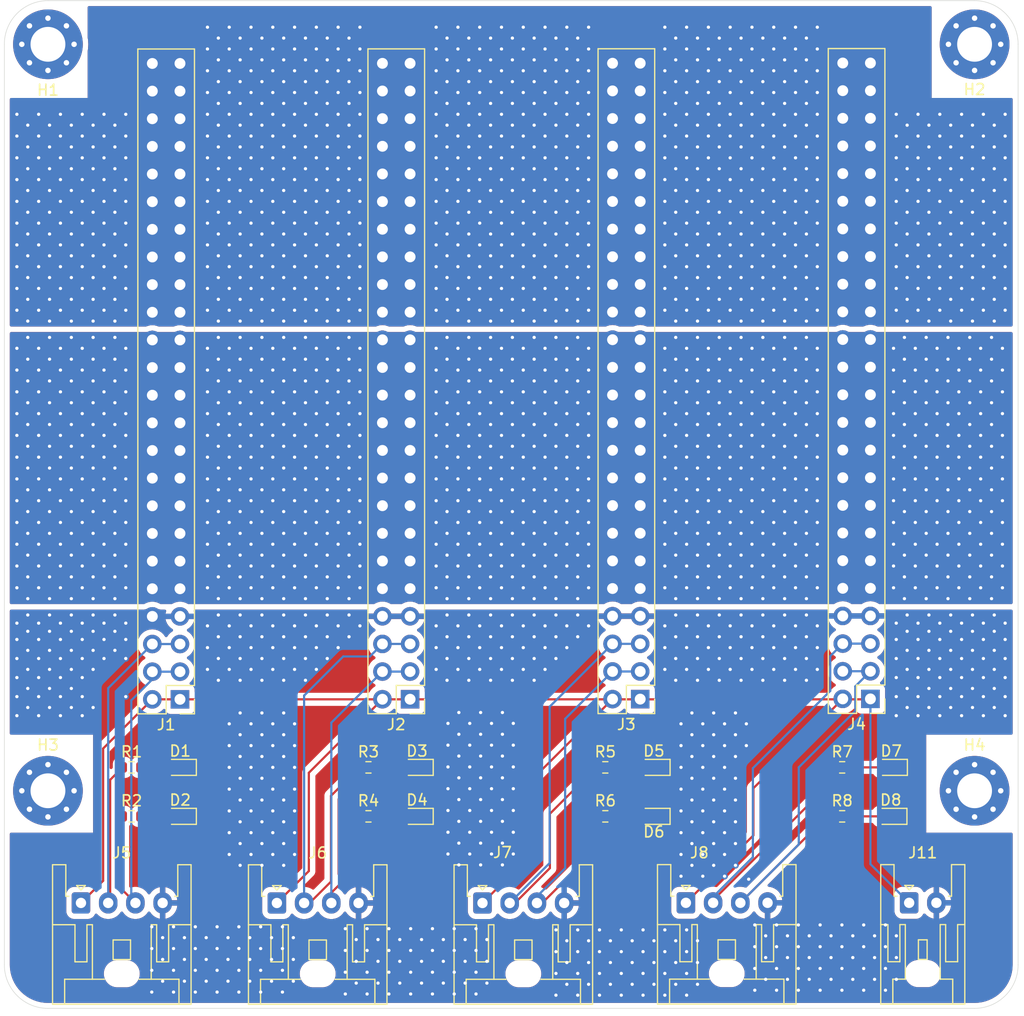
<source format=kicad_pcb>
(kicad_pcb (version 20240108) (generator "pcbnew") (generator_version "8.0")
  (layers (0 "F.Cu" signal) (31 "B.Cu" signal) (34 "B.Paste" user) (35 "F.Paste" user) (36 "B.SilkS" user "B.Silkscreen") (37 "F.SilkS" user "F.Silkscreen") (38 "B.Mask" user) (39 "F.Mask" user) (44 "Edge.Cuts" user))
  (net 0 "")
  (net 1 "Net-(D2-A)")
  (net 2 "GNDSig")
  (net 3 "Net-(D3-A)")
  (net 4 "Net-(D4-A)")
  (net 5 "Net-(D5-A)")
  (net 6 "Net-(D6-A)")
  (net 7 "Net-(D7-A)")
  (net 8 "Net-(D8-A)")
  (net 9 "GND")
  (net 10 "+batt")
  (net 11 "+3.3V")
  (net 12 "/A-Foward-In")
  (net 13 "/A-Rear-In")
  (net 14 "/B-Foward-In")
  (net 15 "/B-Rear-In")
  (net 16 "/C-Foward-In")
  (net 17 "/C-Rear-In")
  (net 18 "/D-Foward-In")
  (net 19 "/D-Rear-In")
  (net 20 "Net-(D1-A)")
  (footprint "Connector_JST:JST_XA_S02B-XASK-1_1x02_P2.50mm_Horizontal" (layer "F.Cu") (at 199.435 112.445)
    (property "Reference" "J11")
    (property "Value" "Conn_01x02_Socket" (hide yes))
  )
  (footprint "Connector_JST:JST_XA_S04B-XASK-1_1x04_P2.50mm_Horizontal" (layer "F.Cu") (at 160.255 112.46)
    (property "Reference" "J7")
    (property "Value" "C-Port-Out" (hide yes))
  )
  (footprint "LED_SMD:LED_0603_1608Metric" (layer "F.Cu") (at 154.24625 104.5 180)
    (property "Reference" "D4")
    (property "Value" "LED" (hide yes))
  )
  (footprint "LED_SMD:LED_0603_1608Metric" (layer "F.Cu") (at 175.99625 100 180)
    (property "Reference" "D5")
    (property "Value" "LED" (hide yes))
  )
  (footprint "MountingHole:MountingHole_3.2mm_M3_Pad_Via" (layer "F.Cu") (at 205.442944 102.15)
    (property "Reference" "H4")
    (property "Value" "MountingHole" (hide yes))
  )
  (footprint "Resistor_SMD:R_0603_1608Metric" (layer "F.Cu") (at 193.28375 100)
    (property "Reference" "R7")
    (property "Value" "1kΩ" (hide yes))
  )
  (footprint "Connector_PinHeader_2.54mm:PinHeader_2x24_P2.54mm_Vertical" (layer "F.Cu") (at 132.477944 93.75 180)
    (property "Reference" "J1")
    (property "Value" "A-Port-Out" (hide yes))
  )
  (footprint "LED_SMD:LED_0603_1608Metric" (layer "F.Cu") (at 197.74625 104.5 180)
    (property "Reference" "D8")
    (property "Value" "LED" (hide yes))
  )
  (footprint "Resistor_SMD:R_0603_1608Metric" (layer "F.Cu") (at 171.53375 104.5)
    (property "Reference" "R6")
    (property "Value" "1kΩ" (hide yes))
  )
  (footprint "Resistor_SMD:R_0603_1608Metric" (layer "F.Cu") (at 149.78375 100)
    (property "Reference" "R3")
    (property "Value" "1kΩ" (hide yes))
  )
  (footprint "Resistor_SMD:R_0603_1608Metric" (layer "F.Cu") (at 171.53375 100)
    (property "Reference" "R5")
    (property "Value" "1kΩ" (hide yes))
  )
  (footprint "Connector_PinHeader_2.54mm:PinHeader_2x24_P2.54mm_Vertical" (layer "F.Cu") (at 153.607944 93.74 180)
    (property "Reference" "J2")
    (property "Value" "B-Port-Out" (hide yes))
  )
  (footprint "Connector_JST:JST_XA_S04B-XASK-1_1x04_P2.50mm_Horizontal" (layer "F.Cu") (at 178.935 112.445)
    (property "Reference" "J8")
    (property "Value" "D-Port-Out" (hide yes))
  )
  (footprint "LED_SMD:LED_0603_1608Metric" (layer "F.Cu") (at 175.99625 104.5 180)
    (property "Reference" "D6")
    (property "Value" "LED")
  )
  (footprint "LED_SMD:LED_0603_1608Metric" (layer "F.Cu") (at 154.24625 100 180)
    (property "Reference" "D3")
    (property "Value" "LED" (hide yes))
  )
  (footprint "MountingHole:MountingHole_3.2mm_M3_Pad_Via" (layer "F.Cu") (at 120.352944 102.15)
    (property "Reference" "H3")
    (property "Value" "MountingHole" (hide yes))
  )
  (footprint "Connector_PinHeader_2.54mm:PinHeader_2x24_P2.54mm_Vertical" (layer "F.Cu") (at 174.737944 93.73 180)
    (property "Reference" "J3")
    (property "Value" "C-Port-Out" (hide yes))
  )
  (footprint "MountingHole:MountingHole_3.2mm_M3_Pad_Via" (layer "F.Cu") (at 205.442944 33.57)
    (property "Reference" "H2")
    (property "Value" "MountingHole" (hide yes))
  )
  (footprint "MountingHole:MountingHole_3.2mm_M3_Pad_Via" (layer "F.Cu") (at 120.352944 33.57)
    (property "Reference" "H1")
    (property "Value" "MountingHole" (hide yes))
  )
  (footprint "LED_SMD:LED_0603_1608Metric" (layer "F.Cu") (at 132.49625 104.5 180)
    (property "Reference" "D2")
    (property "Value" "LED" (hide yes))
  )
  (footprint "Resistor_SMD:R_0603_1608Metric" (layer "F.Cu") (at 128.03375 104.5)
    (property "Reference" "R2")
    (property "Value" "1kΩ")
  )
  (footprint "Resistor_SMD:R_0603_1608Metric" (layer "F.Cu") (at 128.03375 100)
    (property "Reference" "R1")
    (property "Value" "1kΩ" (hide yes))
  )
  (footprint "Connector_JST:JST_XA_S04B-XASK-1_1x04_P2.50mm_Horizontal" (layer "F.Cu") (at 141.375 112.46)
    (property "Reference" "J6")
    (property "Value" "B-Port-Out" (hide yes))
  )
  (footprint "LED_SMD:LED_0603_1608Metric" (layer "F.Cu") (at 132.49625 100 180)
    (property "Reference" "D1")
    (property "Value" "LED" (hide yes))
  )
  (footprint "LED_SMD:LED_0603_1608Metric" (layer "F.Cu") (at 197.7875 100 180)
    (property "Reference" "D7")
    (property "Value" "LED" (hide yes))
  )
  (footprint "Resistor_SMD:R_0603_1608Metric" (layer "F.Cu") (at 149.78375 104.5)
    (property "Reference" "R4")
    (property "Value" "1kΩ" (hide yes))
  )
  (footprint "Connector_JST:JST_XA_S04B-XASK-1_1x04_P2.50mm_Horizontal" (layer "F.Cu") (at 123.385 112.455)
    (property "Reference" "J5")
    (property "Value" "A-Port-Out" (hide yes))
  )
  (footprint "Connector_PinHeader_2.54mm:PinHeader_2x24_P2.54mm_Vertical" (layer "F.Cu") (at 195.877944 93.71 180)
    (property "Reference" "J4")
    (property "Value" "D-Port")
  )
  (footprint "Resistor_SMD:R_0603_1608Metric" (layer "F.Cu") (at 193.28375 104.5)
    (property "Reference" "R8")
    (property "Value" "1kΩ" (hide yes))
  )
  (gr_line (start 209.44 118.14) (end 209.44 33.56) (stroke (width 0.05)) (layer "Edge.Cuts"))
  (gr_line (start 116.35 118.14) (end 116.35 33.56) (stroke (width 0.05)) (layer "Edge.Cuts"))
  (gr_line (start 205.44 29.56) (end 120.35 29.56) (stroke (width 0.05)) (layer "Edge.Cuts"))
  (gr_arc (start 205.44 29.56) (mid 208.268427 30.731573) (end 209.44 33.56) (stroke (width 0.05)) (layer "Edge.Cuts"))
  (gr_line (start 120.35 122.14) (end 205.44 122.14) (stroke (width 0.05)) (layer "Edge.Cuts"))
  (gr_arc (start 209.44 118.14) (mid 208.268427 120.968427) (end 205.44 122.14) (stroke (width 0.05)) (layer "Edge.Cuts"))
  (gr_arc (start 116.35 33.56) (mid 117.521573 30.731573) (end 120.35 29.56) (stroke (width 0.05)) (layer "Edge.Cuts"))
  (gr_arc (start 120.35 122.14) (mid 117.521573 120.968427) (end 116.35 118.14) (stroke (width 0.05)) (layer "Edge.Cuts"))
  (segment (start 131.70875 104.5) (end 128.85875 104.5) (width 0.2) (layer "F.Cu") (net 1))
  (via (at 182.485 98) (size 0.6) (drill 0.3) (layers "F.Cu" "B.Cu") (net 2))
  (via (at 198.25 93.5) (size 0.6) (drill 0.3) (layers "F.Cu" "B.Cu") (net 2))
  (via (at 187.26 116.475) (size 0.6) (drill 0.3) (layers "F.Cu" "B.Cu") (net 2))
  (via (at 138 99) (size 0.6) (drill 0.3) (layers "F.Cu" "B.Cu") (net 2))
  (via (at 145 87) (size 0.6) (drill 0.3) (layers "F.Cu" "B.Cu") (net 2))
  (via (at 167 116.93) (size 0.6) (drill 0.3) (layers "F.Cu" "B.Cu") (net 2))
  (via (at 176 119.93) (size 0.6) (drill 0.3) (layers "F.Cu" "B.Cu") (net 2))
  (via (at 193.26 116.475) (size 0.6) (drill 0.3) (layers "F.Cu" "B.Cu") (net 2))
  (via (at 173 114.93) (size 0.6) (drill 0.3) (layers "F.Cu" "B.Cu") (net 2))
  (via (at 166 87) (size 0.6) (drill 0.3) (layers "F.Cu" "B.Cu") (net 2))
  (via (at 122.5 87.5) (size 0.6) (drill 0.3) (layers "F.Cu" "B.Cu") (net 2))
  (via (at 154.66 115.82) (size 0.6) (drill 0.3) (layers "F.Cu" "B.Cu") (net 2))
  (via (at 139 100) (size 0.6) (drill 0.3) (layers "F.Cu" "B.Cu") (net 2))
  (via (at 193.26 120.475) (size 0.6) (drill 0.3) (layers "F.Cu" "B.Cu") (net 2))
  (via (at 197.26 114.475) (size 0.6) (drill 0.3) (layers "F.Cu" "B.Cu") (net 2))
  (via (at 131.885 120.645) (size 0.6) (drill 0.3) (layers "F.Cu" "B.Cu") (net 2))
  (via (at 137 98) (size 0.6) (drill 0.3) (layers "F.Cu" "B.Cu") (net 2))
  (via (at 147.66 120.82) (size 0.6) (drill 0.3) (layers "F.Cu" "B.Cu") (net 2))
  (via (at 117.5 93.5) (size 0.6) (drill 0.3) (layers "F.Cu" "B.Cu") (net 2))
  (via (at 198.25 95.25) (size 0.6) (drill 0.3) (layers "F.Cu" "B.Cu") (net 2))
  (via (at 203.25 89.25) (size 0.6) (drill 0.3) (layers "F.Cu" "B.Cu") (net 2))
  (via (at 179 89) (size 0.6) (drill 0.3) (layers "F.Cu" "B.Cu") (net 2))
  (via (at 143 106) (size 0.6) (drill 0.3) (layers "F.Cu" "B.Cu") (net 2))
  (via (at 135 91) (size 0.6) (drill 0.3) (layers "F.Cu" "B.Cu") (net 2))
  (via (at 160.66 117.82) (size 0.6) (drill 0.3) (layers "F.Cu" "B.Cu") (net 2))
  (via (at 207.25 94.5) (size 0.6) (drill 0.3) (layers "F.Cu" "B.Cu") (net 2))
  (via (at 190 88) (size 0.6) (drill 0.3) (layers "F.Cu" "B.Cu") (net 2))
  (via (at 119.5 90) (size 0.6) (drill 0.3) (layers "F.Cu" "B.Cu") (net 2))
  (via (at 163.085 105.96) (size 0.6) (drill 0.3) (layers "F.Cu" "B.Cu") (net 2))
  (via (at 189 87) (size 0.6) (drill 0.3) (layers "F.Cu" "B.Cu") (net 2))
  (via (at 158.66 119.82) (size 0.6) (drill 0.3) (layers "F.Cu" "B.Cu") (net 2))
  (via (at 123.5 90) (size 0.6) (drill 0.3) (layers "F.Cu" "B.Cu") (net 2))
  (via (at 181.485 97) (size 0.6) (drill 0.3) (layers "F.Cu" "B.Cu") (net 2))
  (via (at 146 90) (size 0.6) (drill 0.3) (layers "F.Cu" "B.Cu") (net 2))
  (via (at 206.25 93.5) (size 0.6) (drill 0.3) (layers "F.Cu" "B.Cu") (net 2))
  (via (at 184.485 98) (size 0.6) (drill 0.3) (layers "F.Cu" "B.Cu") (net 2))
  (via (at 180.485 108) (size 0.6) (drill 0.3) (layers "F.Cu" "B.Cu") (net 2))
  (via (at 205.25 86) (size 0.6) (drill 0.3) (layers "F.Cu" "B.Cu") (net 2))
  (via (at 204.25 93.5) (size 0.6) (drill 0.3) (layers "F.Cu" "B.Cu") (net 2))
  (via (at 203.25 91) (size 0.6) (drill 0.3) (layers "F.Cu" "B.Cu") (net 2))
  (via (at 190.26 115.475) (size 0.6) (drill 0.3) (layers "F.Cu" "B.Cu") (net 2))
  (via (at 177 120.93) (size 0.6) (drill 0.3) (layers "F.Cu" "B.Cu") (net 2))
  (via (at 187 91) (size 0.6) (drill 0.3) (layers "F.Cu" "B.Cu") (net 2))
  (via (at 149 87) (size 0.6) (drill 0.3) (layers "F.Cu" "B.Cu") (net 2))
  (via (at 158 91) (size 0.6) (drill 0.3) (layers "F.Cu" "B.Cu") (net 2))
  (via (at 189.26 114.475) (size 0.6) (drill 0.3) (layers "F.Cu" "B.Cu") (net 2))
  (via (at 188.26 119.475) (size 0.6) (drill 0.3) (layers "F.Cu" "B.Cu") (net 2))
  (via (at 134.885 117.645) (size 0.6) (drill 0.3) (layers "F.Cu" "B.Cu") (net 2))
  (via (at 162 87) (size 0.6) (drill 0.3) (layers "F.Cu" "B.Cu") (net 2))
  (via (at 162 89) (size 0.6) (drill 0.3) (layers "F.Cu" "B.Cu") (net 2))
  (via (at 158.085 108.96) (size 0.6) (drill 0.3) (layers "F.Cu" "B.Cu") (net 2))
  (via (at 141 89) (size 0.6) (drill 0.3) (layers "F.Cu" "B.Cu") (net 2))
  (via (at 160.085 102.96) (size 0.6) (drill 0.3) (layers "F.Cu" "B.Cu") (net 2))
  (via (at 141 104) (size 0.6) (drill 0.3) (layers "F.Cu" "B.Cu") (net 2))
  (via (at 127.5 93.5) (size 0.6) (drill 0.3) (layers "F.Cu" "B.Cu") (net 2))
  (via (at 181 89) (size 0.6) (drill 0.3) (layers "F.Cu" "B.Cu") (net 2))
  (via (at 200.25 95.25) (size 0.6) (drill 0.3) (layers "F.Cu" "B.Cu") (net 2))
  (via (at 187.26 114.475) (size 0.6) (drill 0.3) (layers "F.Cu" "B.Cu") (net 2))
  (via (at 188.26 115.475) (size 0.6) (drill 0.3) (layers "F.Cu" "B.Cu") (net 2))
  (via (at 177 89) (size 0.6) (drill 0.3) (layers "F.Cu" "B.Cu") (net 2))
  (via (at 163.085 95.96) (size 0.6) (drill 0.3) (layers "F.Cu" "B.Cu") (net 2))
  (via (at 149.66 120.82) (size 0.6) (drill 0.3) (layers "F.Cu" "B.Cu") (net 2))
  (via (at 166 91) (size 0.6) (drill 0.3) (layers "F.Cu" "B.Cu") (net 2))
  (via (at 141 108) (size 0.6) (drill 0.3) (layers "F.Cu" "B.Cu") (net 2))
  (via (at 140 97) (size 0.6) (drill 0.3) (layers "F.Cu" "B.Cu") (net 2))
  (via (at 139 106) (size 0.6) (drill 0.3) (layers "F.Cu" "B.Cu") (net 2))
  (via (at 187.26 120.475) (size 0.6) (drill 0.3) (layers "F.Cu" "B.Cu") (net 2))
  (via (at 165 90) (size 0.6) (drill 0.3) (layers "F.Cu" "B.Cu") (net 2))
  (via (at 179 120.93) (size 0.6) (drill 0.3) (layers "F.Cu" "B.Cu") (net 2))
  (via (at 153.66 120.82) (size 0.6) (drill 0.3) (layers "F.Cu" "B.Cu") (net 2))
  (via (at 201.25 94.5) (size 0.6) (drill 0.3) (layers "F.Cu" "B.Cu") (net 2))
  (via (at 186 86) (size 0.6) (drill 0.3) (layers "F.Cu" "B.Cu") (net 2))
  (via (at 177 116.93) (size 0.6) (drill 0.3) (layers "F.Cu" "B.Cu") (net 2))
  (via (at 194.26 115.475) (size 0.6) (drill 0.3) (layers "F.Cu" "B.Cu") (net 2))
  (via (at 162.085 104.96) (size 0.6) (drill 0.3) (layers "F.Cu" "B.Cu") (net 2))
  (via (at 159.66 116.82) (size 0.6) (drill 0.3) (layers "F.Cu" "B.Cu") (net 2))
  (via (at 184 86) (size 0.6) (drill 0.3) (layers "F.Cu" "B.Cu") (net 2))
  (via (at 176 117.93) (size 0.6) (drill 0.3) (layers "F.Cu" "B.Cu") (net 2))
  (via (at 144 88) (size 0.6) (drill 0.3) (layers "F.Cu" "B.Cu") (net 2))
  (via (at 160 89) (size 0.6) (drill 0.3) (layers "F.Cu" "B.Cu") (net 2))
  (via (at 191 91) (size 0.6) (drill 0.3) (layers "F.Cu" "B.Cu") (net 2))
  (via (at 185 91) (size 0.6) (drill 0.3) (layers "F.Cu" "B.Cu") (net 2))
  (via (at 136.885 115.645) (size 0.6) (drill 0.3) (layers "F.Cu" "B.Cu") (net 2))
  (via (at 140 99) (size 0.6) (drill 0.3) (layers "F.Cu" "B.Cu") (net 2))
  (via (at 178 92) (size 0.6) (drill 0.3) (layers "F.Cu" "B.Cu") (net 2))
  (via (at 187 87) (size 0.6) (drill 0.3) (layers "F.Cu" "B.Cu") (net 2))
  (via (at 155.66 116.82) (size 0.6) (drill 0.3) (layers "F.Cu" "B.Cu") (net 2))
  (via (at 157.085 99.96) (size 0.6) (drill 0.3) (layers "F.Cu" "B.Cu") (net 2))
  (via (at 163 90) (size 0.6) (drill 0.3) (layers "F.Cu" "B.Cu") (net 2))
  (via (at 180 117.93) (size 0.6) (drill 0.3) (layers "F.Cu" "B.Cu") (net 2))
  (via (at 170 115.93) (size 0.6) (drill 0.3) (layers "F.Cu" "B.Cu") (net 2))
  (via (at 120.5 89.25) (size 0.6) (drill 0.3) (layers "F.Cu" "B.Cu") (net 2))
  (via (at 133.885 118.645) (size 0.6) (drill 0.3) (layers "F.Cu" "B.Cu") (net 2))
  (via (at 124.5 94.5) (size 0.6) (drill 0.3) (layers "F.Cu" "B.Cu") (net 2))
  (via (at 203.25 86) (size 0.6) (drill 0.3) (layers "F.Cu" "B.Cu") (net 2))
  (via (at 139.885 118.645) (size 0.6) (drill 0.3) (layers "F.Cu" "B.Cu") (net 2))
  (via (at 185.26 116.475) (size 0.6) (drill 0.3) (layers "F.Cu" "B.Cu") (net 2))
  (via (at 142.885 119.645) (size 0.6) (drill 0.3) (layers "F.Cu" "B.Cu") (net 2))
  (via (at 118.5 89.25) (size 0.6) (drill 0.3) (layers "F.Cu" "B.Cu") (net 2))
  (via (at 178.485 110) (size 0.6) (drill 0.3) (layers "F.Cu" "B.Cu") (net 2))
  (via (at 186.26 117.475) (size 0.6) (drill 0.3) (layers "F.Cu" "B.Cu") (net 2))
  (via (at 131.885 114.645) (size 0.6) (drill 0.3) (layers "F.Cu" "B.Cu") (net 2))
  (via (at 117.5 90) (size 0.6) (drill 0.3) (layers "F.Cu" "B.Cu") (net 2))
  (via (at 191.26 120.475) (size 0.6) (drill 0.3) (layers "F.Cu" "B.Cu") (net 2))
  (via (at 162.085 94.96) (size 0.6) (drill 0.3) (layers "F.Cu" "B.Cu") (net 2))
  (via (at 178.485 102) (size 0.6) (drill 0.3) (layers "F.Cu" "B.Cu") (net 2))
  (via (at 142 97) (size 0.6) (drill 0.3) (layers "F.Cu" "B.Cu") (net 2))
  (via (at 120.5 91) (size 0.6) (drill 0.3) (layers "F.Cu" "B.Cu") (net 2))
  (via (at 140.885 115.645) (size 0.6) (drill 0.3) (layers "F.Cu" "B.Cu") (net 2))
  (via (at 199.25 92.75) (size 0.6) (drill 0.3) (layers "F.Cu" "B.Cu") (net 2))
  (via (at 156 91) (size 0.6) (drill 0.3) (layers "F.Cu" "B.Cu") (net 2))
  (via (at 201.25 91) (size 0.6) (drill 0.3) (layers "F.Cu" "B.Cu") (net 2))
  (via (at 125.5 88.25) (size 0.6) (drill 0.3) (layers "F.Cu" "B.Cu") (net 2))
  (via (at 202.25 90) (size 0.6) (drill 0.3) (layers "F.Cu" "B.Cu") (net 2))
  (via (at 160.085 104.96) (size 0.6) (drill 0.3) (layers "F.Cu" "B.Cu") (net 2))
  (via (at 158.085 94.96) (size 0.6) (drill 0.3) (layers "F.Cu" "B.Cu") (net 2))
  (via (at 124.5 86) (size 0.6) (drill 0.3) (layers "F.Cu" "B.Cu") (net 2))
  (via (at 180.485 102) (size 0.6) (drill 0.3) (layers "F.Cu" "B.Cu") (net 2))
  (via (at 169 86) (size 0.6) (drill 0.3) (layers "F.Cu" "B.Cu") (net 2))
  (via (at 136 86) (size 0.6) (drill 0.3) (layers "F.Cu" "B.Cu") (net 2))
  (via (at 138 105) (size 0.6) (drill 0.3) (layers "F.Cu" "B.Cu") (net 2))
  (via (at 185.26 118.475) (size 0.6) (drill 0.3) (layers "F.Cu" "B.Cu") (net 2))
  (via (at 137.885 118.645) (size 0.6) (drill 0.3) (layers "F.Cu" "B.Cu") (net 2))
  (via (at 160.085 106.96) (size 0.6) (drill 0.3) (layers "F.Cu" "B.Cu") (net 2))
  (via (at 156 89) (size 0.6) (drill 0.3) (layers "F.Cu" "B.Cu") (net 2))
  (via (at 181.485 103) (size 0.6) (drill 0.3) (layers "F.Cu" "B.Cu") (net 2))
  (via (at 130.885 119.645) (size 0.6) (drill 0.3) (layers "F.Cu" "B.Cu") (net 2))
  (via (at 155.66 120.82) (size 0.6) (drill 0.3) (layers "F.Cu" "B.Cu") (net 2))
  (via (at 169 116.93) (size 0.6) (drill 0.3) (layers "F.Cu" "B.Cu") (net 2))
  (via (at 156.66 117.82) (size 0.6) (drill 0.3) (layers "F.Cu" "B.Cu") (net 2))
  (via (at 179 91) (size 0.6) (drill 0.3) (layers "F.Cu" "B.Cu") (net 2))
  (via (at 156.66 115.82) (size 0.6) (drill 0.3) (layers "F.Cu" "B.Cu") (net 2))
  (via (at 142 90) (size 0.6) (drill 0.3) (layers "F.Cu" "B.Cu") (net 2))
  (via (at 181.485 99) (size 0.6) (drill 0.3) (layers "F.Cu" "B.Cu") (net 2))
  (via (at 181.485 101) (size 0.6) (drill 0.3) (layers "F.Cu" "B.Cu") (net 2))
  (via (at 177 118.93) (size 0.6) (drill 0.3) (layers "F.Cu" "B.Cu") (net 2))
  (via (at 118.5 91) (size 0.6) (drill 0.3) (layers "F.Cu" "B.Cu") (net 2))
  (via (at 152.66 115.82) (size 0.6) (drill 0.3) (layers "F.Cu" "B.Cu") (net 2))
  (via (at 146 88) (size 0.6) (drill 0.3) (layers "F.Cu" "B.Cu") (net 2))
  (via (at 185.26 114.475) (size 0.6) (drill 0.3) (layers "F.Cu" "B.Cu") (net 2))
  (via (at 198.25 88.25) (size 0.6) (drill 0.3) (layers "F.Cu" "B.Cu") (net 2))
  (via (at 207.25 91) (size 0.6) (drill 0.3) (layers "F.Cu" "B.Cu") (net 2))
  (via (at 208.25 93.5) (size 0.6) (drill 0.3) (layers "F.Cu" "B.Cu") (net 2))
  (via (at 136.885 119.645) (size 0.6) (drill 0.3) (layers "F.Cu" "B.Cu") (net 2))
  (via (at 147 87) (size 0.6) (drill 0.3) (layers "F.Cu" "B.Cu") (net 2))
  (via (at 132.885 117.645) (size 0.6) (drill 0.3) (layers "F.Cu" "B.Cu") (net 2))
  (via (at 185.26 120.475) (size 0.6) (drill 0.3) (layers "F.Cu" "B.Cu") (net 2))
  (via (at 157.66 120.82) (size 0.6) (drill 0.3) (layers "F.Cu" "B.Cu") (net 2))
  (via (at 120.5 87.5) (size 0.6) (drill 0.3) (layers "F.Cu" "B.Cu") (net 2))
  (via (at 130.885 117.645) (size 0.6) (drill 0.3) (layers "F.Cu" "B.Cu") (net 2))
  (via (at 188.26 117.475) (size 0.6) (drill 0.3) (layers "F.Cu" "B.Cu") (net 2))
  (via (at 179.485 105) (size 0.6) (drill 0.3) (layers "F.Cu" "B.Cu") (net 2))
  (via (at 207.25 87.5) (size 0.6) (drill 0.3) (layers "F.Cu" "B.Cu") (net 2))
  (via (at 121.5 88.25) (size 0.6) (drill 0.3) (layers "F.Cu" "B.Cu") (net 2))
  (via (at 202.25 95.25) (size 0.6) (drill 0.3) (layers "F.Cu" "B.Cu") (net 2))
  (via (at 192.26 117.475) (size 0.6) (drill 0.3) (layers "F.Cu" "B.Cu") (net 2))
  (via (at 162.085 98.96) (size 0.6) (drill 0.3) (layers "F.Cu" "B.Cu") (net 2))
  (via (at 195.26 120.475) (size 0.6) (drill 0.3) (layers "F.Cu" "B.Cu") (net 2))
  (via (at 182.485 96) (size 0.6) (drill 0.3) (layers "F.Cu" "B.Cu") (net 2))
  (via (at 144 90) (size 0.6) (drill 0.3) (layers "F.Cu" "B.Cu") (net 2))
  (via (at 143 108) (size 0.6) (drill 0.3) (layers "F.Cu" "B.Cu") (net 2))
  (via (at 143 96) (size 0.6) (drill 0.3) (layers "F.Cu" "B.Cu") (net 2))
  (via (at 137 108) (size 0.6) (drill 0.3) (layers "F.Cu" "B.Cu") (net 2))
  (via (at 156 87) (size 0.6) (drill 0.3) (layers "F.Cu" "B.Cu") (net 2))
  (via (at 182.485 110) (size 0.6) (drill 0.3) (layers "F.Cu" "B.Cu") (net 2))
  (via (at 158 87) (size 0.6) (drill 0.3) (layers "F.Cu" "B.Cu") (net 2))
  (via (at 161.085 95.96) (size 0.6) (drill 0.3) (layers "F.Cu" "B.Cu") (net 2))
  (via (at 122.5 91) (size 0.6) (drill 0.3) (layers "F.Cu" "B.Cu") (net 2))
  (via (at 139.885 116.645) (size 0.6) (drill 0.3) (layers "F.Cu" "B.Cu") (net 2))
  (via (at 203.25 92.75) (size 0.6) (drill 0.3) (layers "F.Cu" "B.Cu") (net 2))
  (via (at 184.7 110.275) (size 0.6) (drill 0.3) (layers "F.Cu" "B.Cu") (net 2))
  (via (at 202.25 91.75) (size 0.6) (drill 0.3) (layers "F.Cu" "B.Cu") (net 2))
  (via (at 191 89) (size 0.6) (drill 0.3) (layers "F.Cu" "B.Cu") (net 2))
  (via (at 142 95) (size 0.6) (drill 0.3) (layers "F.Cu" "B.Cu") (net 2))
  (via (at 161 88) (size 0.6) (drill 0.3) (layers "F.Cu" "B.Cu") (net 2))
  (via (at 138 103) (size 0.6) (drill 0.3) (layers "F.Cu" "B.Cu") (net 2))
  (via (at 184 90) (size 0.6) (drill 0.3) (layers "F.Cu" "B.Cu") (net 2))
  (via (at 167 88) (size 0.6) (drill 0.3) (layers "F.Cu" "B.Cu") (net 2))
  (via (at 198.25 86.75) (size 0.6) (drill 0.3) (layers "F.Cu" "B.Cu") (net 2))
  (via (at 159.66 118.82) (size 0.6) (drill 0.3) (layers "F.Cu" "B.Cu") (net 2))
  (via (at 206.25 90) (size 0.6) (drill 0.3) (layers "F.Cu" "B.Cu") (net 2))
  (via (at 157 90) (size 0.6) (drill 0.3) (layers "F.Cu" "B.Cu") (net 2))
  (via (at 179 87) (size 0.6) (drill 0.3) (layers "F.Cu" "B.Cu") (net 2))
  (via (at 143 98) (size 0.6) (drill 0.3) (layers "F.Cu" "B.Cu") (net 2))
  (via (at 162.085 106.96) (size 0.6) (drill 0.3) (layers "F.Cu" "B.Cu") (net 2))
  (via (at 143 104) (size 0.6) (drill 0.3) (layers "F.Cu" "B.Cu") (net 2))
  (via (at 165 88) (size 0.6) (drill 0.3) (layers "F.Cu" "B.Cu") (net 2))
  (via (at 141 91) (size 0.6) (drill 0.3) (layers "F.Cu" "B.Cu") (net 2))
  (via (at 178 88) (size 0.6) (drill 0.3) (layers "F.Cu" "B.Cu") (net 2))
  (via (at 162 91) (size 0.6) (drill 0.3) (layers "F.Cu" "B.Cu") (net 2))
  (via (at 171 114.93) (size 0.6) (drill 0.3) (layers "F.Cu" "B.Cu") (net 2))
  (via (at 163.085 103.96) (size 0.6) (drill 0.3) (layers "F.Cu" "B.Cu") (net 2))
  (via (at 148.66 119.82) (size 0.6) (drill 0.3) (layers "F.Cu" "B.Cu") (net 2))
  (via (at 184 88) (size 0.6) (drill 0.3) (layers "F.Cu" "B.Cu") (net 2))
  (via (at 175 118.93) (size 0.6) (drill 0.3) (layers "F.Cu" "B.Cu") (net 2))
  (via (at 150.66 117.82) (size 0.6) (drill 0.3) (layers "F.Cu" "B.Cu") (net 2))
  (via (at 169 118.93) (size 0.6) (drill 0.3) (layers "F.Cu" "B.Cu") (net 2))
  (via (at 157.085 95.96) (size 0.6) (drill 0.3) (layers "F.Cu" "B.Cu") (net 2))
  (via (at 178.485 106) (size 0.6) (drill 0.3) (layers "F.Cu" "B.Cu") (net 2))
  (via (at 206.25 88.25) (size 0.6) (drill 0.3) (layers "F.Cu" "B.Cu") (net 2))
  (via (at 138.885 119.645) (size 0.6) (drill 0.3) (layers "F.Cu" "B.Cu") (net 2))
  (via (at 122.5 94.5) (size 0.6) (drill 0.3) (layers "F.Cu" "B.Cu") (net 2))
  (via (at 157.085 103.96) (size 0.6) (drill 0.3) (layers "F.Cu" "B.Cu") (net 2))
  (via (at 117.5 88.25) (size 0.6) (drill 0.3) (layers "F.Cu" "B.Cu") (net 2))
  (via (at 143 102) (size 0.6) (drill 0.3) (layers "F.Cu" "B.Cu") (net 2))
  (via (at 180.485 100) (size 0.6) (drill 0.3) (layers "F.Cu" "B.Cu") (net 2))
  (via (at 141.885 114.645) (size 0.6) (drill 0.3) (layers "F.Cu" "B.Cu") (net 2))
  (via (at 153.66 114.82) (size 0.6) (drill 0.3) (layers "F.Cu" "B.Cu") (net 2))
  (via (at 177 114.93) (size 0.6) (drill 0.3) (layers "F.Cu" "B.Cu") (net 2))
  (via (at 184.485 96) (size 0.6) (drill 0.3) (layers "F.Cu" "B.Cu") (net 2))
  (via (at 139.885 120.645) (size 0.6) (drill 0.3) (layers "F.Cu" "B.Cu") (net 2))
  (via (at 138 109) (size 0.6) (drill 0.3) (layers "F.Cu" "B.Cu") (net 2))
  (via (at 186 92) (size 0.6) (drill 0.3) (layers "F.Cu" "B.Cu") (net 2))
  (via (at 182.485 100) (size 0.6) (drill 0.3) (layers "F.Cu" "B.Cu") (net 2))
  (via (at 158.085 102.96) (size 0.6) (drill 0.3) (layers "F.Cu" "B.Cu") (net 2))
  (via (at 200.25 91.75) (size 0.6) (drill 0.3) (layers "F.Cu" "B.Cu") (net 2))
  (via (at 137.885 120.645) (size 0.6) (drill 0.3) (layers "F.Cu" "B.Cu") (net 2))
  (via (at 124.5 89.25) (size 0.6) (drill 0.3) (layers "F.Cu" "B.Cu") (net 2))
  (via (at 119.5 93.5) (size 0.6) (drill 0.3) (layers "F.Cu" "B.Cu") (net 2))
  (via (at 173 120.93) (size 0.6) (drill 0.3) (layers "F.Cu" "B.Cu") (net 2))
  (via (at 168 87) (size 0.6) (drill 0.3) (layers "F.Cu" "B.Cu") (net 2))
  (via (at 167 120.93) (size 0.6) (drill 0.3) (layers "F.Cu" "B.Cu") (net 2))
  (via (at 174 115.93) (size 0.6) (drill 0.3) (layers "F.Cu" "B.Cu") (net 2))
  (via (at 181.485 109) (size 0.6) (drill 0.3) (layers "F.Cu" "B.Cu") (net 2))
  (via (at 138 92) (size 0.6) (drill 0.3) (layers "F.Cu" "B.Cu") (net 2))
  (via (at 143 87) (size 0.6) (drill 0.3) (layers "F.Cu" "B.Cu") (net 2))
  (via (at 168 119.93) (size 0.6) (drill 0.3) (layers "F.Cu" "B.Cu") (net 2))
  (via (at 142 86) (size 0.6) (drill 0.3) (layers "F.Cu" "B.Cu") (net 2))
  (via (at 160.085 96.96) (size 0.6) (drill 0.3) (layers "F.Cu" "B.Cu") (net 2))
  (via (at 164 89) (size 0.6) (drill 0.3) (layers "F.Cu" "B.Cu") (net 2))
  (via (at 119.5 88.25) (size 0.6) (drill 0.3) (layers "F.Cu" "B.Cu") (net 2))
  (via (at 141.885 120.645) (size 0.6) (drill 0.3) (layers "F.Cu" "B.Cu") (net 2))
  (via (at 138 88) (size 0.6) (drill 0.3) (layers "F.Cu" "B.Cu") (net 2))
  (via (at 175 114.93) (size 0.6) (drill 0.3) (layers "F.Cu" "B.Cu") (net 2))
  (via (at 179 118.93) (size 0.6) (drill 0.3) (layers "F.Cu" "B.Cu") (net 2))
  (via (at 157.66 114.82) (size 0.6) (drill 0.3) (layers "F.Cu" "B.Cu") (net 2))
  (via (at 179.485 103) (size 0.6) (drill 0.3) (layers "F.Cu" "B.Cu") (net 2))
  (via (at 138 107) (size 0.6) (drill 0.3) (layers "F.Cu" "B.Cu") (net 2))
  (via (at 198.25 90) (size 0.6) (drill 0.3) (layers "F.Cu" "B.Cu") (net 2))
  (via (at 182 86) (size 0.6) (drill 0.3) (layers "F.Cu" "B.Cu") (net 2))
  (via (at 123.5 88.25) (size 0.6) (drill 0.3) (layers "F.Cu" "B.Cu") (net 2))
  (via (at 185 87) (size 0.6) (drill 0.3) (layers "F.Cu" "B.Cu") (net 2))
  (via (at 142.885 115.645) (size 0.6) (drill 0.3) (layers "F.Cu" "B.Cu") (net 2))
  (via (at 121.5 90) (size 0.6) (drill 0.3) (layers "F.Cu" "B.Cu") (net 2))
  (via (at 132.885 115.645) (size 0.6) (drill 0.3) (layers "F.Cu" "B.Cu") (net 2))
  (via (at 180 92) (size 0.6) (drill 0.3) (layers "F.Cu" "B.Cu") (net 2))
  (via (at 123.5 91.75) (size 0.6) (drill 0.3) (layers "F.Cu" "B.Cu") (net 2))
  (via (at 195.26 116.475) (size 0.6) (drill 0.3) (layers "F.Cu" "B.Cu") (net 2))
  (via (at 140 92) (size 0.6) (drill 0.3) (layers "F.Cu" "B.Cu") (net 2))
  (via (at 204.25 88.25) (size 0.6) (drill 0.3) (layers "F.Cu" "B.Cu") (net 2))
  (via (at 133.885 116.645) (size 0.6) (drill 0.3) (layers "F.Cu" "B.Cu") (net 2))
  (via (at 158.085 96.96) (size 0.6) (drill 0.3) (layers "F.Cu" "B.Cu") (net 2))
  (via (at 148 86) (size 0.6) (drill 0.3) (layers "F.Cu" "B.Cu") (net 2))
  (via (at 140.885 117.645) (size 0.6) (drill 0.3) (layers "F.Cu" "B.Cu") (net 2))
  (via (at 207.25 89.25) (size 0.6) (drill 0.3) (layers "F.Cu" "B.Cu") (net 2))
  (via (at 191 87) (size 0.6) (drill 0.3) (layers "F.Cu" "B.Cu") (net 2))
  (via (at 190.26 119.475) (size 0.6) (drill 0.3) (layers "F.Cu" "B.Cu") (net 2))
  (via (at 139 87) (size 0.6) (drill 0.3) (layers "F.Cu" "B.Cu") (net 2))
  (via (at 129.885 118.645) (size 0.6) (drill 0.3) (layers "F.Cu" "B.Cu") (net 2))
  (via (at 149.66 118.82) (size 0.6) (drill 0.3) (layers "F.Cu" "B.Cu") (net 2))
  (via (at 183.485 103) (size 0.6) (drill 0.3) (layers "F.Cu" "B.Cu") (net 2))
  (via (at 142.885 117.645) (size 0.6) (drill 0.3) (layers "F.Cu" "B.Cu") (net 2))
  (via (at 182.485 104) (size 0.6) (drill 0.3) (layers "F.Cu" "B.Cu") (net 2))
  (via (at 180.485 106) (size 0.6) (drill 0.3) (layers "F.Cu" "B.Cu") (net 2))
  (via (at 117.5 91.75) (size 0.6) (drill 0.3) (layers "F.Cu" "B.Cu") (net 2))
  (via (at 165 86) (size 0.6) (drill 0.3) (layers "F.Cu" "B.Cu") (net 2))
  (via (at 118.5 86) (size 0.6) (drill 0.3) (layers "F.Cu" "B.Cu") (net 2))
  (via (at 159.66 120.82) (size 0.6) (drill 0.3) (layers "F.Cu" "B.Cu") (net 2))
  (via (at 137 89) (size 0.6) (drill 0.3) (layers "F.Cu" "B.Cu") (net 2))
  (via (at 137 91) (size 0.6) (drill 0.3) (layers "F.Cu" "B.Cu") (net 2))
  (via (at 131.885 118.645) (size 0.6) (drill 0.3) (layers "F.Cu" "B.Cu") (net 2))
  (via (at 141 106) (size 0.6) (drill 0.3) (layers "F.Cu" "B.Cu") (net 2))
  (via (at 174 119.93) (size 0.6) (drill 0.3) (layers "F.Cu" "B.Cu") (net 2))
  (via (at 138.885 117.645) (size 0.6) (drill 0.3) (layers "F.Cu" "B.Cu") (net 2))
  (via (at 205.25 92.75) (size 0.6) (drill 0.3) (layers "F.Cu" "B.Cu") (net 2))
  (via (at 151.66 120.82) (size 0.6) (drill 0.3) (layers "F.Cu" "B.Cu") (net 2))
  (via (at 141 96) (size 0.6) (drill 0.3) (layers "F.Cu" "B.Cu") (net 2))
  (via (at 180.485 110) (size 0.6) (drill 0.3) (layers "F.Cu" "B.Cu") (net 2))
  (via (at 201.25 86) (size 0.6) (drill 0.3) (layers "F.Cu" "B.Cu") (net 2))
  (via (at 135 89) (size 0.6) (drill 0.3) (layers "F.Cu" "B.Cu") (net 2))
  (via (at 155.66 118.82) (size 0.6) (drill 0.3) (layers "F.Cu" "B.Cu") (net 2))
  (via (at 155.66 114.82) (size 0.6) (drill 0.3) (layers "F.Cu" "B.Cu") (net 2))
  (via (at 178.485 108) (size 0.6) (drill 0.3) (layers "F.Cu" "B.Cu") (net 2))
  (via (at 148 88) (size 0.6) (drill 0.3) (layers "F.Cu" "B.Cu") (net 2))
  (via (at 136.885 117.645) (size 0.6) (drill 0.3) (layers "F.Cu" "B.Cu") (net 2))
  (via (at 156.66 119.82) (size 0.6) (drill 0.3) (layers "F.Cu" "B.Cu") (net 2))
  (via (at 125.5 90) (size 0.6) (drill 0.3) (layers "F.Cu" "B.Cu") (net 2))
  (via (at 188 88) (size 0.6) (drill 0.3) (layers "F.Cu" "B.Cu") (net 2))
  (via (at 138.885 115.645) (size 0.6) (drill 0.3) (layers "F.Cu" "B.Cu") (net 2))
  (via (at 159.085 97.96) (size 0.6) (drill 0.3) (layers "F.Cu" "B.Cu") (net 2))
  (via (at 141.885 118.645) (size 0.6) (drill 0.3) (layers "F.Cu" "B.Cu") (net 2))
  (via (at 149.66 114.82) (size 0.6) (drill 0.3) (layers "F.Cu" "B.Cu") (net 2))
  (via (at 161 92) (size 0.6) (drill 0.3) (layers "F.Cu" "B.Cu") (net 2))
  (via (at 162.085 102.96) (size 0.6) (drill 0.3) (layers "F.Cu" "B.Cu") (net 2))
  (via (at 180.485 98) (size 0.6) (drill 0.3) (layers "F.Cu" "B.Cu") (net 2))
  (via (at 178.485 104) (size 0.6) (drill 0.3) (layers "F.Cu" "B.Cu") (net 2))
  (via (at 121.5 93.5) (size 0.6) (drill 0.3) (layers "F.Cu" "B.Cu") (net 2))
  (via (at 153.66 118.82) (size 0.6) (drill 0.3) (layers "F.Cu" "B.Cu") (net 2))
  (via (at 164 87) (size 0.6) (drill 0.3) (layers "F.Cu" "B.Cu") (net 2))
  (via (at 183.485 95) (size 0.6) (drill 0.3) (layers "F.Cu" "B.Cu") (net 2))
  (via (at 180 86) (size 0.6) (drill 0.3) (layers "F.Cu" "B.Cu") (net 2))
  (via (at 141 98) (size 0.6) (drill 0.3) (layers "F.Cu" "B.Cu") (net 2))
  (via (at 163.085 97.96) (size 0.6) (drill 0.3) (layers "F.Cu" "B.Cu") (net 2))
  (via (at 196.26 117.475) (size 0.6) (drill 0.3) (layers "F.Cu" "B.Cu") (net 2))
  (via (at 183 87) (size 0.6) (drill 0.3) (layers "F.Cu" "B.Cu") (net 2))
  (via (at 139 102) (size 0.6) (drill 0.3) (layers "F.Cu" "B.Cu") (net 2))
  (via (at 206.25 91.75) (size 0.6) (drill 0.3) (layers "F.Cu" "B.Cu") (net 2))
  (via (at 142 88) (size 0.6) (drill 0.3) (layers "F.Cu" "B.Cu") (net 2))
  (via (at 168 117.93) (size 0.6) (drill 0.3) (layers "F.Cu" "B.Cu") (net 2))
  (via (at 152.66 117.82) (size 0.6) (drill 0.3) (layers "F.Cu" "B.Cu") (net 2))
  (via (at 133.885 120.645) (size 0.6) (drill 0.3) (layers "F.Cu" "B.Cu") (net 2))
  (via (at 120.5 92.75) (size 0.6) (drill 0.3) (layers "F.Cu" "B.Cu") (net 2))
  (via (at 117.5 86.75) (size 0.6) (drill 0.3) (layers "F.Cu" "B.Cu") (net 2))
  (via (at 201.25 89.25) (size 0.6) (drill 0.3) (layers "F.Cu" "B.Cu") (net 2))
  (via (at 123.5 93.5) (size 0.6) (drill 0.3) (layers "F.Cu" "B.Cu") (net 2))
  (via (at 178 115.93) (size 0.6) (drill 0.3) (layers "F.Cu" "B.Cu") (net 2))
  (via (at 158.66 115.82) (size 0.6) (drill 0.3) (layers "F.Cu" "B.Cu") (net 2))
  (via (at 137.885 114.645) (size 0.6) (drill 0.3) (layers "F.Cu" "B.Cu") (net 2))
  (via (at 143 100) (size 0.6) (drill 0.3) (layers "F.Cu" "B.Cu") (net 2))
  (via (at 142 109) (size 0.6) (drill 0.3) (layers "F.Cu" "B.Cu") (net 2))
  (via (at 158.66 117.82) (size 0.6) (drill 0.3) (layers "F.Cu" "B.Cu") (net 2))
  (via (at 159 86) (size 0.6) (drill 0.3) (layers "F.Cu" "B.Cu") (net 2))
  (via (at 200.25 86.75) (size 0.6) (drill 0.3) (layers "F.Cu" "B.Cu") (net 2))
  (via (at 173 118.93) (size 0.6) (drill 0.3) (layers "F.Cu" "B.Cu") (net 2))
  (via (at 159 90) (size 0.6) (drill 0.3) (layers "F.Cu" "B.Cu") (net 2))
  (via (at 142 105) (size 0.6) (drill 0.3) (layers "F.Cu" "B.Cu") (net 2))
  (via (at 208.25 88.25) (size 0.6) (drill 0.3) (layers "F.Cu" "B.Cu") (net 2))
  (via (at 160.085 98.96) (size 0.6) (drill 0.3) (layers "F.Cu" "B.Cu") (net 2))
  (via (at 142 101) (size 0.6) (drill 0.3) (layers "F.Cu" "B.Cu") (net 2))
  (via (at 144 86) (size 0.6) (drill 0.3) (layers "F.Cu" "B.Cu") (net 2))
  (via (at 169 120.93) (size 0.6) (drill 0.3) (layers "F.Cu" "B.Cu") (net 2))
  (via (at 160.085 94.96) (size 0.6) (drill 0.3) (layers "F.Cu" "B.Cu") (net 2))
  (via (at 173 116.93) (size 0.6) (drill 0.3) (layers "F.Cu" "B.Cu") (net 2))
  (via (at 159.085 103.96) (size 0.6) (drill 0.3) (layers "F.Cu" "B.Cu") (net 2))
  (via (at 207.25 86) (size 0.6) (drill 0.3) (layers "F.Cu" "B.Cu") (net 2))
  (via (at 182.485 102) (size 0.6) (drill 0.3) (layers "F.Cu" "B.Cu") (net 2))
  (via (at 159.085 105.96) (size 0.6) (drill 0.3) (layers "F.Cu" "B.Cu") (net 2))
  (via (at 150.66 115.82) (size 0.6) (drill 0.3) (layers "F.Cu" "B.Cu") (net 2))
  (via (at 140 88) (size 0.6) (drill 0.3) (layers "F.Cu" "B.Cu") (net 2))
  (via (at 169 114.93) (size 0.6) (drill 0.3) (layers "F.Cu" "B.Cu") (net 2))
  (via (at 196.26 119.475) (size 0.6) (drill 0.3) (layers "F.Cu" "B.Cu") (net 2))
  (via (at 144 92) (size 0.6) (drill 0.3) (layers "F.Cu" "B.Cu") (net 2))
  (via (at 142 99) (size 0.6) (drill 0.3) (layers "F.Cu" "B.Cu") (net 2))
  (via (at 178.485 100) (size 0.6) (drill 0.3) (layers "F.Cu" "B.Cu") (net 2))
  (via (at 185 89) (size 0.6) (drill 0.3) (layers "F.Cu" "B.Cu") (net 2))
  (via (at 127.5 88.25) (size 0.6) (drill 0.3) (layers "F.Cu" "B.Cu") (net 2))
  (via (at 140 103) (size 0.6) (drill 0.3) (layers "F.Cu" "B.Cu") (net 2))
  (via (at 192.26 119.475) (size 0.6) (drill 0.3) (layers "F.Cu" "B.Cu") (net 2))
  (via (at 191.26 118.475) (size 0.6) (drill 0.3) (layers "F.Cu" "B.Cu") (net 2))
  (via (at 202.25 93.5) (size 0.6) (drill 0.3) (layers "F.Cu" "B.Cu") (net 2))
  (via (at 204.25 90) (size 0.6) (drill 0.3) (layers "F.Cu" "B.Cu") (net 2))
  (via (at 164 91) (size 0.6) (drill 0.3) (layers "F.Cu" "B.Cu") (net 2))
  (via (at 140 90) (size 0.6) (drill 0.3) (layers "F.Cu" "B.Cu") (net 2))
  (via (at 159 92) (size 0.6) (drill 0.3) (layers "F.Cu" "B.Cu") (net 2))
  (via (at 168 115.93) (size 0.6) (drill 0.3) (layers "F.Cu" "B.Cu") (net 2))
  (via (at 141 102) (size 0.6) (drill 0.3) (layers "F.Cu" "B.Cu") (net 2))
  (via (at 152.66 119.82) (size 0.6) (drill 0.3) (layers "F.Cu" "B.Cu") (net 2))
  (via (at 167 118.93) (size 0.6) (drill 0.3) (layers "F.Cu" "B.Cu") (net 2))
  (via (at 126.5 86) (size 0.6) (drill 0.3) (layers "F.Cu" "B.Cu") (net 2))
  (via (at 138 90) (size 0.6) (drill 0.3) (layers "F.Cu" "B.Cu") (net 2))
  (via (at 158.085 100.96) (size 0.6) (drill 0.3) (layers "F.Cu" "B.Cu") (net 2))
  (via (at 187.26 118.475) (size 0.6) (drill 0.3) (layers "F.Cu" "B.Cu") (net 2))
  (via (at 161 86) (size 0.6) (drill 0.3) (layers "F.Cu" "B.Cu") (net 2))
  (via (at 160 91) (size 0.6) (drill 0.3) (layers "F.Cu" "B.Cu") (net 2))
  (via (at 135.885 114.645) (size 0.6) (drill 0.3) (layers "F.Cu" "B.Cu") (net 2))
  (via (at 137 102) (size 0.6) (drill 0.3) (layers "F.Cu" "B.Cu") (net 2))
  (via (at 189 89) (size 0.6) (drill 0.3) (layers "F.Cu" "B.Cu") (net 2))
  (via (at 157 88) (size 0.6) (drill 0.3) (layers "F.Cu" "B.Cu") (net 2))
  (via (at 183.485 107) (size 0.6) (drill 0.3) (layers "F.Cu" "B.Cu") (net 2))
  (via (at 180 88) (size 0.6) (drill 0.3) (layers "F.Cu" "B.Cu") (net 2))
  (via (at 117.5 95.25) (size 0.6) (drill 0.3) (layers "F.Cu" "B.Cu") (net 2))
  (via (at 181.485 95) (size 0.6) (drill 0.3) (layers "F.Cu" "B.Cu") (net 2))
  (via (at 139 98) (size 0.6) (drill 0.3) (layers "F.Cu" "B.Cu") (net 2))
  (via (at 140 107) (size 0.6) (drill 0.3) (layers "F.Cu" "B.Cu") (net 2))
  (via (at 166 89) (size 0.6) (drill 0.3) (layers "F.Cu" "B.Cu") (net 2))
  (via (at 175 120.93) (size 0.6) (drill 0.3) (layers "F.Cu" "B.Cu") (net 2))
  (via (at 147 89) (size 0.6) (drill 0.3) (layers "F.Cu" "B.Cu") (net 2))
  (via (at 199.25 87.5) (size 0.6) (drill 0.3) (layers "F.Cu" "B.Cu") (net 2))
  (via (at 193.26 118.475) (size 0.6) (drill 0.3) (layers "F.Cu" "B.Cu") (net 2))
  (via (at 136 90) (size 0.6) (drill 0.3) (layers "F.Cu" "B.Cu") (net 2))
  (via (at 121.5 95.25) (size 0.6) (drill 0.3) (layers "F.Cu" "B.Cu") (net 2))
  (via (at 163.085 99.96) (size 0.6) (drill 0.3) (layers "F.Cu" "B.Cu") (net 2))
  (via (at 161.085 107.96) (size 0.6) (drill 0.3) (layers "F.Cu" "B.Cu") (net 2))
  (via (at 205.25 87.5) (size 0.6) (drill 0.3) (layers "F.Cu" "B.Cu") (net 2))
  (via (at 199.25 89.25) (size 0.6) (drill 0.3) (layers "F.Cu" "B.Cu") (net 2))
  (via (at 183 91) (size 0.6) (drill 0.3) (layers "F.Cu" "B.Cu") (net 2))
  (via (at 198.26 117.475) (size 0.6) (drill 0.3) (layers "F.Cu" "B.Cu") (net 2))
  (via (at 157.66 116.82) (size 0.6) (drill 0.3) (layers "F.Cu" "B.Cu") (net 2))
  (via (at 149.66 116.82) (size 0.6) (drill 0.3) (layers "F.Cu" "B.Cu") (net 2))
  (via (at 193.26 114.475) (size 0.6) (drill 0.3) (layers "F.Cu" "B.Cu") (net 2))
  (via (at 157.085 105.96) (size 0.6) (drill 0.3) (layers "F.Cu" "B.Cu") (net 2))
  (via (at 171 116.93) (size 0.6) (drill 0.3) (layers "F.Cu" "B.Cu") (net 2))
  (via (at 160.66 115.82) (size 0.6) (drill 0.3) (layers "F.Cu" "B.Cu") (net 2))
  (via (at 139 108) (size 0.6) (drill 0.3) (layers "F.Cu" "B.Cu") (net 2))
  (via (at 142 107) (size 0.6) (drill 0.3) (layers "F.Cu" "B.Cu") (net 2))
  (via (at 161.085 103.96) (size 0.6) (drill 0.3) (layers "F.Cu" "B.Cu") (net 2))
  (via (at 179 114.93) (size 0.6) (drill 0.3) (layers "F.Cu" "B.Cu") (net 2))
  (via (at 205.25 91) (size 0.6) (drill 0.3) (layers "F.Cu" "B.Cu") (net 2))
  (via (at 171 118.93) (size 0.6) (drill 0.3) (layers "F.Cu" "B.Cu") (net 2))
  (via (at 137.885 116.645) (size 0.6) (drill 0.3) (layers "F.Cu" "B.Cu") (net 2))
  (via (at 139 104) (size 0.6) (drill 0.3) (layers "F.Cu" "B.Cu") (net 2))
  (via (at 141 87) (size 0.6) (drill 0.3) (layers "F.Cu" "B.Cu") (net 2))
  (via (at 201.25 92.75) (size 0.6) (drill 0.3) (layers "F.Cu" "B.Cu") (net 2))
  (via (at 199.25 91) (size 0.6) (drill 0.3) (layers "F.Cu" "B.Cu") (net 2))
  (via (at 157.085 107.96) (size 0.6) (drill 0.3) (layers "F.Cu" "B.Cu") (net 2))
  (via (at 190.26 117.475) (size 0.6) (drill 0.3) (layers "F.Cu" "B.Cu") (net 2))
  (via (at 167 114.93) (size 0.6) (drill 0.3) (layers "F.Cu" "B.Cu") (net 2))
  (via (at 198.25 91.75) (size 0.6) (drill 0.3) (layers "F.Cu" "B.Cu") (net 2))
  (via (at 177 87) (size 0.6) (drill 0.3) (layers "F.Cu" "B.Cu") (net 2))
  (via (at 159 88) (size 0.6) (drill 0.3) (layers "F.Cu" "B.Cu") (net 2))
  (via (at 179.485 99) (size 0.6) (drill 0.3) (layers "F.Cu" "B.Cu") (net 2))
  (via (at 169 88) (size 0.6) (drill 0.3) (layers "F.Cu" "B.Cu") (net 2))
  (via (at 161.085 97.96) (size 0.6) (drill 0.3) (layers "F.Cu" "B.Cu") (net 2))
  (via (at 179.485 107) (size 0.6) (drill 0.3) (layers "F.Cu" "B.Cu") (net 2))
  (via (at 157.085 101.96) (size 0.6) (drill 0.3) (layers "F.Cu" "B.Cu") (net 2))
  (via (at 201.25 87.5) (size 0.6) (drill 0.3) (layers "F.Cu" "B.Cu") (net 2))
  (via (at 159.085 99.96) (size 0.6) (drill 0.3) (layers "F.Cu" "B.Cu") (net 2))
  (via (at 189.26 120.475) (size 0.6) (drill 0.3) (layers "F.Cu" "B.Cu") (net 2))
  (via (at 182.485 108) (size 0.6) (drill 0.3) (layers "F.Cu" "B.Cu") (net 2))
  (via (at 140 109) (size 0.6) (drill 0.3) (layers "F.Cu" "B.Cu") (net 2))
  (via (at 118.5 92.75) (size 0.6) (drill 0.3) (layers "F.Cu" "B.Cu") (net 2))
  (via (at 118.5 94.5) (size 0.6) (drill 0.3) (layers "F.Cu" "B.Cu") (net 2))
  (via (at 127.5 90) (size 0.6) (drill 0.3) (layers "F.Cu" "B.Cu") (net 2))
  (via (at 189.26 116.475) (size 0.6) (drill 0.3) (layers "F.Cu" "B.Cu") (net 2))
  (via (at 148.66 117.82) (size 0.6) (drill 0.3) (layers "F.Cu" "B.Cu") (net 2))
  (via (at 170 87) (size 0.6) (drill 0.3) (layers "F.Cu" "B.Cu") (net 2))
  (via (at 197.26 116.475) (size 0.6) (drill 0.3) (layers "F.Cu" "B.Cu") (net 2))
  (via (at 162.085 100.96) (size 0.6) (drill 0.3) (layers "F.Cu" "B.Cu") (net 2))
  (via (at 203.25 87.5) (size 0.6) (drill 0.3) (layers "F.Cu" "B.Cu") (net 2))
  (via (at 189 91) (size 0.6) (drill 0.3) (layers "F.Cu" "B.Cu") (net 2))
  (via (at 178 117.93) (size 0.6) (drill 0.3) (layers "F.Cu" "B.Cu") (net 2))
  (via (at 180.485 96) (size 0.6) (drill 0.3) (layers "F.Cu" "B.Cu") (net 2))
  (via (at 123.5 86.75) (size 0.6) (drill 0.3) (layers "F.Cu" "B.Cu") (net 2))
  (via (at 124.5 87.5) (size 0.6) (drill 0.3) (layers "F.Cu" "B.Cu") (net 2))
  (via (at 170 117.93) (size 0.6) (drill 0.3) (layers "F.Cu" "B.Cu") (net 2))
  (via (at 147.66 114.82) (size 0.6) (drill 0.3) (layers "F.Cu" "B.Cu") (net 2))
  (via (at 163 92) (size 0.6) (drill 0.3) (layers "F.Cu" "B.Cu") (net 2))
  (via (at 200.25 93.5) (size 0.6) (drill 0.3) (layers "F.Cu" "B.Cu") (net 2))
  (via (at 183.485 105) (size 0.6) (drill 0.3) (layers "F.Cu" "B.Cu") (net 2))
  (via (at 139.885 114.645) (size 0.6) (drill 0.3) (layers "F.Cu" "B.Cu") (net 2))
  (via (at 138 95) (size 0.6) (drill 0.3) (layers "F.Cu" "B.Cu") (net 2))
  (via (at 206.25 95.25) (size 0.6) (drill 0.3) (layers "F.Cu" "B.Cu") (net 2))
  (via (at 200.25 88.25) (size 0.6) (drill 0.3) (layers "F.Cu" "B.Cu") (net 2))
  (via (at 165 92) (size 0.6) (drill 0.3) (layers "F.Cu" "B.Cu") (net 2))
  (via (at 204.25 86.75) (size 0.6) (drill 0.3) (layers "F.Cu" "B.Cu") (net 2))
  (via (at 119.5 91.75) (size 0.6) (drill 0.3) (layers "F.Cu" "B.Cu") (net 2))
  (via (at 174 117.93) (size 0.6) (drill 0.3) (layers "F.Cu" "B.Cu") (net 2))
  (via (at 154.66 119.82) (size 0.6) (drill 0.3) (layers "F.Cu" "B.Cu") (net 2))
  (via (at 179.485 101) (size 0.6) (drill 0.3) (layers "F.Cu" "B.Cu") (net 2))
  (via (at 147.66 118.82) (size 0.6) (drill 0.3) (layers "F.Cu" "B.Cu") (net 2))
  (via (at 137 104) (size 0.6) (drill 0.3) (layers "F.Cu" "B.Cu") (net 2))
  (via (at 138 101) (size 0.6) (drill 0.3) (layers "F.Cu" "B.Cu") (net 2))
  (via (at 188 92) (size 0.6) (drill 0.3) (layers "F.Cu" "B.Cu") (net 2))
  (via (at 180 90) (size 0.6) (drill 0.3) (layers "F.Cu" "B.Cu") (net 2))
  (via (at 122.5 92.75) (size 0.6) (drill 0.3) (layers "F.Cu" "B.Cu") (net 2))
  (via (at 148.66 115.82) (size 0.6) (drill 0.3) (layers "F.Cu" "B.Cu") (net 2))
  (via (at 170 119.93) (size 0.6) (drill 0.3) (layers "F.Cu" "B.Cu") (net 2))
  (via (at 194.26 119.475) (size 0.6) (drill 0.3) (layers "F.Cu" "B.Cu") (net 2))
  (via (at 137 100) (size 0.6) (drill 0.3) (layers "F.Cu" "B.Cu") (net 2))
  (via (at 151.66 118.82) (size 0.6) (drill 0.3) (layers "F.Cu" "B.Cu") (net 2))
  (via (at 137 96) (size 0.6) (drill 0.3) (layers "F.Cu" "B.Cu") (net 2))
  (via (at 126.5 89.25) (size 0.6) (drill 0.3) (layers "F.Cu" "B.Cu") (net 2))
  (via (at 151.66 116.82) (size 0.6) (drill 0.3) (layers "F.Cu" "B.Cu") (net 2))
  (via (at 181.485 107) (size 0.6) (drill 0.3) (layers "F.Cu" "B.Cu") (net 2))
  (via (at 142 92) (size 0.6) (drill 0.3) (layers "F.Cu" "B.Cu") (net 2))
  (via (at 159.085 95.96) (size 0.6) (drill 0.3) (layers "F.Cu" "B.Cu") (net 2))
  (via (at 139 89) (size 0.6) (drill 0.3) (layers "F.Cu" "B.Cu") (net 2))
  (via (at 161 90) (size 0.6) (drill 0.3) (layers "F.Cu" "B.Cu") (net 2))
  (via (at 182 90) (size 0.6) (drill 0.3) (layers "F.Cu" "B.Cu") (net 2))
  (via (at 198.26 115.475) (size 0.6) (drill 0.3) (layers "F.Cu" "B.Cu") (net 2))
  (via (at 197.26 120.475) (size 0.6) (drill 0.3) (layers "F.Cu" "B.Cu") (net 2))
  (via (at 131.885 116.645) (size 0.6) (drill 0.3) (layers "F.Cu" "B.Cu") (net 2))
  (via (at 183.485 99) (size 0.6) (drill 0.3) (layers "F.Cu" "B.Cu") (net 2))
  (via (at 139 91) (size 0.6) (drill 0.3) (layers "F.Cu" "B.Cu") (net 2))
  (via (at 191.26 116.475) (size 0.6) (drill 0.3) (layers "F.Cu" "B.Cu") (net 2))
  (via (at 135.885 118.645) (size 0.6) (drill 0.3) (layers "F.Cu" "B.Cu") (net 2))
  (via (at 194.26 117.475) (size 0.6) (drill 0.3) (layers "F.Cu" "B.Cu") (net 2))
  (via (at 183.485 109) (size 0.6) (drill 0.3) (layers "F.Cu" "B.Cu") (net 2))
  (via (at 161.085 105.96) (size 0.6) (drill 0.3) (layers "F.Cu" "B.Cu") (net 2))
  (via (at 180 119.93) (size 0.6) (drill 0.3) (layers "F.Cu" "B.Cu") (net 2))
  (via (at 200.25 90) (size 0.6) (drill 0.3) (layers "F.Cu" "B.Cu") (net 2))
  (via (at 119.5 86.75) (size 0.6) (drill 0.3) (layers "F.Cu" "B.Cu") (net 2))
  (via (at 197.26 118.475) (size 0.6) (drill 0.3) (layers "F.Cu" "B.Cu") (net 2))
  (via (at 188 90) (size 0.6) (drill 0.3) (layers "F.Cu" "B.Cu") (net 2))
  (via (at 190 90) (size 0.6) (drill 0.3) (layers "F.Cu" "B.Cu") (net 2))
  (via (at 178.485 98) (size 0.6) (drill 0.3) (layers "F.Cu" "B.Cu") (net 2))
  (via (at 129.885 114.645) (size 0.6) (drill 0.3) (layers "F.Cu" "B.Cu") (net 2))
  (via (at 208.25 86.75) (size 0.6) (drill 0.3) (layers "F.Cu" "B.Cu") (net 2))
  (via (at 140 105) (size 0.6) (drill 0.3) (layers "F.Cu" "B.Cu") (net 2))
  (via (at 139 96) (size 0.6) (drill 0.3) (layers "F.Cu" "B.Cu") (net 2))
  (via (at 189.26 118.475) (size 0.6) (drill 0.3) (layers "F.Cu" "B.Cu") (net 2))
  (via (at 146 86) (size 0.6) (drill 0.3) (layers "F.Cu" "B.Cu") (net 2))
  (via (at 140.885 119.645) (size 0.6) (drill 0.3) (layers "F.Cu" "B.Cu") (net 2))
  (via (at 183.485 101) (size 0.6) (drill 0.3) (layers "F.Cu" "B.Cu") (net 2))
  (via (at 120.5 86) (size 0.6) (drill 0.3) (layers "F.Cu" "B.Cu") (net 2))
  (via (at 176 115.93) (size 0.6) (drill 0.3) (layers "F.Cu" "B.Cu") (net 2))
  (via (at 123.5 95.25) (size 0.6) (drill 0.3) (layers "F.Cu" "B.Cu") (net 2))
  (via (at 160.085 108.96) (size 0.6) (drill 0.3) (layers "F.Cu" "B.Cu") (net 2))
  (via (at 135.885 116.645) (size 0.6) (drill 0.3) (layers "F.Cu" "B.Cu") (net 2))
  (via (at 154.66 117.82) (size 0.6) (drill 0.3) (layers "F.Cu" "B.Cu") (net 2))
  (via (at 190 86) (size 0.6) (drill 0.3) (layers "F.Cu" "B.Cu") (net 2))
  (via (at 178 90) (size 0.6) (drill 0.3) (layers "F.Cu" "B.Cu") (net 2))
  (via (at 202.25 88.25) (size 0.6) (drill 0.3) (layers "F.Cu" "B.Cu") (net 2))
  (via (at 203.25 94.5) (size 0.6) (drill 0.3) (layers "F.Cu" "B.Cu") (net 2))
  (via (at 122.5 89.25) (size 0.6) (drill 0.3) (layers "F.Cu" "B.Cu") (net 2))
  (via (at 181 87) (size 0.6) (drill 0.3) (layers "F.Cu" "B.Cu") (net 2))
  (via (at 159.66 114.82) (size 0.6) (drill 0.3) (layers "F.Cu" "B.Cu") (net 2))
  (via (at 158.085 104.96) (size 0.6) (drill 0.3) (layers "F.Cu" "B.Cu") (net 2))
  (via (at 178 86) (size 0.6) (drill 0.3) (layers "F.Cu" "B.Cu") (net 2))
  (via (at 163.085 107.96) (size 0.6) (drill 0.3) (layers "F.Cu" "B.Cu") (net 2))
  (via (at 140 95) (size 0.6) (drill 0.3) (layers "F.Cu" "B.Cu") (net 2))
  (via (at 179.485 95) (size 0.6) (drill 0.3) (layers "F.Cu" "B.Cu") (net 2))
  (via (at 153.66 116.82) (size 0.6) (drill 0.3) (layers "F.Cu" "B.Cu") (net 2))
  (via (at 195.26 114.475) (size 0.6) (drill 0.3) (layers "F.Cu" "B.Cu") (net 2))
  (via (at 186.26 115.475) (size 0.6) (drill 0.3) (layers "F.Cu" "B.Cu") (net 2))
  (via (at 141.885 116.645) (size 0.6) (drill 0.3) (layers "F.Cu" "B.Cu") (net 2))
  (via (at 161.085 99.96) (size 0.6) (drill 0.3) (layers "F.Cu" "B.Cu") (net 2))
  (via (at 157.66 118.82) (size 0.6) (drill 0.3) (layers "F.Cu" "B.Cu") (net 2))
  (via (at 158.085 98.96) (size 0.6) (drill 0.3) (layers "F.Cu" "B.Cu") (net 2))
  (via (at 143 91) (size 0.6) (drill 0.3) (layers "F.Cu" "B.Cu") (net 2))
  (via (at 180 115.93) (size 0.6) (drill 0.3) (layers "F.Cu" "B.Cu") (net 2))
  (via (at 208.25 91.75) (size 0.6) (drill 0.3) (layers "F.Cu" "B.Cu") (net 2))
  (via (at 167 86) (size 0.6) (drill 0.3) (layers "F.Cu" "B.Cu") (net 2))
  (via (at 199.25 86) (size 0.6) (drill 0.3) (layers "F.Cu" "B.Cu") (net 2))
  (via (at 177 91) (size 0.6) (drill 0.3) (layers "F.Cu" "B.Cu") (net 2))
  (via (at 129.885 120.645) (size 0.6) (drill 0.3) (layers "F.Cu" "B.Cu") (net 2))
  (via (at 147.66 116.82) (size 0.6) (drill 0.3) (layers "F.Cu" "B.Cu") (net 2))
  (via (at 143 89) (size 0.6) (drill 0.3) (layers "F.Cu" "B.Cu") (net 2))
  (via (at 157 92) (size 0.6) (drill 0.3) (layers "F.Cu" "B.Cu") (net 2))
  (via (at 168 89) (size 0.6) (drill 0.3) (layers "F.Cu" "B.Cu") (net 2))
  (via (at 172 119.93) (size 0.6) (drill 0.3) (layers "F.Cu" "B.Cu") (net 2))
  (via (at 158 89) (size 0.6) (drill 0.3) (layers "F.Cu" "B.Cu") (net 2))
  (via (at 179 116.93) (size 0.6) (drill 0.3) (layers "F.Cu" "B.Cu") (net 2))
  (via (at 151.66 114.82) (size 0.6) (drill 0.3) (layers "F.Cu" "B.Cu") (net 2))
  (via (at 204.25 91.75) (size 0.6) (drill 0.3) (layers "F.Cu" "B.Cu") (net 2))
  (via (at 141 100) (size 0.6) (drill 0.3) (layers "F.Cu" "B.Cu") (net 2))
  (via (at 162.085 96.96) (size 0.6) (drill 0.3) (layers "F.Cu" "B.Cu") (net 2))
  (via (at 178.485 96) (size 0.6) (drill 0.3) (layers "F.Cu" "B.Cu") (net 2))
  (via (at 137 106) (size 0.6) (drill 0.3) (layers "F.Cu" "B.Cu") (net 2))
  (via (at 180.485 104) (size 0.6) (drill 0.3) (layers "F.Cu" "B.Cu") (net 2))
  (via (at 132.885 119.645) (size 0.6) (drill 0.3) (layers "F.Cu" "B.Cu") (net 2))
  (via (at 136 88) (size 0.6) (drill 0.3) (layers "F.Cu" "B.Cu") (net 2))
  (via (at 192.26 115.475) (size 0.6) (drill 0.3) (layers "F.Cu" "B.Cu") (net 2))
  (via (at 129.885 116.645) (size 0.6) (drill 0.3) (layers "F.Cu" "B.Cu") (net 2))
  (via (at 182 88) (size 0.6) (drill 0.3) (layers "F.Cu" "B.Cu") (net 2))
  (via (at 134.885 119.645) (size 0.6) (drill 0.3) (layers "F.Cu" "B.Cu") (net 2))
  (via (at 202.25 86.75) (size 0.6) (drill 0.3) (layers "F.Cu" "B.Cu") (net 2))
  (via (at 118.5 87.5) (size 0.6) (drill 0.3) (layers "F.Cu" "B.Cu") (net 2))
  (via (at 179.485 97) (size 0.6) (drill 0.3) (layers "F.Cu" "B.Cu") (net 2))
  (via (at 184 92) (size 0.6) (drill 0.3) (layers "F.Cu" "B.Cu") (net 2))
  (via (at 120.5 94.5) (size 0.6) (drill 0.3) (layers "F.Cu" "B.Cu") (net 2))
  (via (at 135 87) (size 0.6) (drill 0.3) (layers "F.Cu" "B.Cu") (net 2))
  (via (at 137 87) (size 0.6) (drill 0.3) (layers "F.Cu" "B.Cu") (net 2))
  (via (at 196.26 115.475) (size 0.6) (drill 0.3) (layers "F.Cu" "B.Cu") (net 2))
  (via (at 125.5 86.75) (size 0.6) (drill 0.3) (layers "F.Cu" "B.Cu") (net 2))
  (via (at 188 86) (size 0.6) (drill 0.3) (layers "F.Cu" "B.Cu") (net 2))
  (via (at 133.885 114.645) (size 0.6) (drill 0.3) (layers "F.Cu" "B.Cu") (net 2))
  (via (at 175 116.93) (size 0.6) (drill 0.3) (layers "F.Cu" "B.Cu") (net 2))
  (via (at 195.26 118.475) (size 0.6) (drill 0.3) (layers "F.Cu" "B.Cu") (net 2))
  (via (at 142 103) (size 0.6) (drill 0.3) (layers "F.Cu" "B.Cu") (net 2))
  (via (at 157.085 97.96) (size 0.6) (drill 0.3) (layers "F.Cu" "B.Cu") (net 2))
  (via (at 172 115.93) (size 0.6) (drill 0.3) (layers "F.Cu" "B.Cu") (net 2))
  (via (at 186.26 119.475) (size 0.6) (drill 0.3) (layers "F.Cu" "B.Cu") (net 2))
  (via (at 182 92) (size 0.6) (drill 0.3) (layers "F.Cu" "B.Cu") (net 2))
  (via (at 181 91) (size 0.6) (drill 0.3) (layers "F.Cu" "B.Cu") (net 2))
  (via (at 187 89) (size 0.6) (drill 0.3) (layers "F.Cu" "B.Cu") (net 2))
  (via (at 206.25 86.75) (size 0.6) (drill 0.3) (layers "F.Cu" "B.Cu") (net 2))
  (via (at 138 97) (size 0.6) (drill 0.3) (layers "F.Cu" "B.Cu") (net 2))
  (via (at 204.25 95.25) (size 0.6) (drill 0.3) (layers "F.Cu" "B.Cu") (net 2))
  (via (at 186 88) (size 0.6) (drill 0.3) (layers "F.Cu" "B.Cu") (net 2))
  (via (at 205.25 89.25) (size 0.6) (drill 0.3) (layers "F.Cu" "B.Cu") (net 2))
  (via (at 183 89) (size 0.6) (drill 0.3) (layers "F.Cu" "B.Cu") (net 2))
  (via (at 208.25 90) (size 0.6) (drill 0.3) (layers "F.Cu" "B.Cu") (net 2))
  (via (at 208.25 95.25) (size 0.6) (drill 0.3) (layers "F.Cu" "B.Cu") (net 2))
  (via (at 159.085 107.96) (size 0.6) (drill 0.3) (layers "F.Cu" "B.Cu") (net 2))
  (via (at 182.485 106) (size 0.6) (drill 0.3) (layers "F.Cu" "B.Cu") (net 2))
  (via (at 181.485 105) (size 0.6) (drill 0.3) (layers "F.Cu" "B.Cu") (net 2))
  (via (at 198.26 119.475) (size 0.6) (drill 0.3) (layers "F.Cu" "B.Cu") (net 2))
  (via (at 157 86) (size 0.6) (drill 0.3) (layers "F.Cu" "B.Cu") (net 2))
  (via (at 190 92) (size 0.6) (drill 0.3) (layers "F.Cu" "B.Cu") (net 2))
  (via (at 161.085 101.96) (size 0.6) (drill 0.3) (layers "F.Cu" "B.Cu") (net 2))
  (via (at 145 89) (size 0.6) (drill 0.3) (layers "F.Cu" "B.Cu") (net 2))
  (via (at 135.885 120.645) (size 0.6) (drill 0.3) (layers "F.Cu" "B.Cu") (net 2))
  (via (at 160 87) (size 0.6) (drill 0.3) (layers "F.Cu" "B.Cu") (net 2))
  (via (at 140 86) (size 0.6) (drill 0.3) (layers "F.Cu" "B.Cu") (net 2))
  (via (at 199.25 94.5) (size 0.6) (drill 0.3) (layers "F.Cu" "B.Cu") (net 2))
  (via (at 124.5 91) (size 0.6) (drill 0.3) (layers "F.Cu" "B.Cu") (net 2))
  (via (at 167 90) (size 0.6) (drill 0.3) (layers "F.Cu" "B.Cu") (net 2))
  (via (at 191.26 114.475) (size 0.6) (drill 0.3) (layers "F.Cu" "B.Cu") (net 2))
  (via (at 172 117.93) (size 0.6) (drill 0.3) (layers "F.Cu" "B.Cu") (net 2))
  (via (at 179.485 109) (size 0.6) (drill 0.3) (layers "F.Cu" "B.Cu") (net 2))
  (via (at 178 119.93) (size 0.6) (drill 0.3) (layers "F.Cu" "B.Cu") (net 2))
  (via (at 119.5 95.25) (size 0.6) (drill 0.3) (layers "F.Cu" "B.Cu") (net 2))
  (via (at 160.66 119.82) (size 0.6) (drill 0.3) (layers "F.Cu" "B.Cu") (net 2))
  (via (at 183.485 97) (size 0.6) (drill 0.3) (layers "F.Cu" "B.Cu") (net 2))
  (via (at 122.5 86) (size 0.6) (drill 0.3) (layers "F.Cu" "B.Cu") (net 2))
  (via (at 163 88) (size 0.6) (drill 0.3) (layers "F.Cu" "B.Cu") (net 2))
  (via (at 136 92) (size 0.6) (drill 0.3) (layers "F.Cu" "B.Cu") (net 2))
  (via (at 140 101) (size 0.6) (drill 0.3) (layers "F.Cu" "B.Cu") (net 2))
  (via (at 130.885 115.645) (size 0.6) (drill 0.3) (layers "F.Cu" "B.Cu") (net 2))
  (via (at 159.085 101.96) (size 0.6) (drill 0.3) (layers "F.Cu" "B.Cu") (net 2))
  (via (at 145 91) (size 0.6) (drill 0.3) (layers "F.Cu" "B.Cu") (net 2))
  (via (at 150.66 119.82) (size 0.6) (drill 0.3) (layers "F.Cu" "B.Cu") (net 2))
  (via (at 163 86) (size 0.6) (drill 0.3) (layers "F.Cu" "B.Cu") (net 2))
  (via (at 160.085 100.96) (size 0.6) (drill 0.3) (layers "F.Cu" "B.Cu") (net 2))
  (via (at 121.5 86.75) (size 0.6) (drill 0.3) (layers "F.Cu" "B.Cu") (net 2))
  (via (at 163.085 101.96) (size 0.6) (drill 0.3) (layers "F.Cu" "B.Cu") (net 2))
  (via (at 127.5 86.75) (size 0.6) (drill 0.3) (layers "F.Cu" "B.Cu") (net 2))
  (via (at 171 120.93) (size 0.6) (drill 0.3) (layers "F.Cu" "B.Cu") (net 2))
  (via (at 138 86) (size 0.6) (drill 0.3) (layers "F.Cu" "B.Cu") (net 2))
  (via (at 134.885 115.645) (size 0.6) (drill 0.3) (layers "F.Cu" "B.Cu") (net 2))
  (via (at 162.085 108.96) (size 0.6) (drill 0.3) (layers "F.Cu" "B.Cu") (net 2))
  (via (at 186 90) (size 0.6) (drill 0.3) (layers "F.Cu" "B.Cu") (net 2))
  (via (at 207.25 92.75) (size 0.6) (drill 0.3) (layers "F.Cu" "B.Cu") (net 2))
  (via (at 158.085 106.96) (size 0.6) (drill 0.3) (layers "F.Cu" "B.Cu") (net 2))
  (via (at 126.5 87.5) (size 0.6) (drill 0.3) (layers "F.Cu" "B.Cu") (net 2))
  (via (at 121.5 91.75) (size 0.6) (drill 0.3) (layers "F.Cu" "B.Cu") (net 2))
  (via (at 205.25 94.5) (size 0.6) (drill 0.3) (layers "F.Cu" "B.Cu") (net 2))
  (segment (start 150.60875 100) (end 153.45875 100) (width 0.2) (layer "F.Cu") (net 3))
  (segment (start 150.60875 104.5) (end 153.45875 104.5) (width 0.2) (layer "F.Cu") (net 4))
  (segment (start 172.35875 100) (end 175.20875 100) (width 0.2) (layer "F.Cu") (net 5))
  (segment (start 172.35875 104.5) (end 175.20875 104.5) (width 0.2) (layer "F.Cu") (net 6))
  (segment (start 194.10875 100) (end 197 100) (width 0.2) (layer "F.Cu") (net 7))
  (segment (start 194.10875 104.5) (end 196.95875 104.5) (width 0.2) (layer "F.Cu") (net 8))
  (via (at 121.5 48) (size 0.6) (drill 0.3) (layers "F.Cu" "B.Cu") (net 9))
  (via (at 141 32) (size 0.6) (drill 0.3) (layers "F.Cu" "B.Cu") (net 9))
  (via (at 198.25 40) (size 0.6) (drill 0.3) (layers "F.Cu" "B.Cu") (net 9))
  (via (at 203.25 47) (size 0.6) (drill 0.3) (layers "F.Cu" "B.Cu") (net 9))
  (via (at 142 49) (size 0.6) (drill 0.3) (layers "F.Cu" "B.Cu") (net 9))
  (via (at 186 35) (size 0.6) (drill 0.3) (layers "F.Cu" "B.Cu") (net 9))
  (via (at 161 39) (size 0.6) (drill 0.3) (layers "F.Cu" "B.Cu") (net 9))
  (via (at 183 36) (size 0.6) (drill 0.3) (layers "F.Cu" "B.Cu") (net 9))
  (via (at 203.25 43) (size 0.6) (drill 0.3) (layers "F.Cu" "B.Cu") (net 9))
  (via (at 118.5 45) (size 0.6) (drill 0.3) (layers "F.Cu" "B.Cu") (net 9))
  (via (at 190 57) (size 0.6) (drill 0.3) (layers "F.Cu" "B.Cu") (net 9))
  (via (at 200.25 58) (size 0.6) (drill 0.3) (layers "F.Cu" "B.Cu") (net 9))
  (via (at 119.5 44) (size 0.6) (drill 0.3) (layers "F.Cu" "B.Cu") (net 9))
  (via (at 182 53) (size 0.6) (drill 0.3) (layers "F.Cu" "B.Cu") (net 9))
  (via (at 124.5 53) (size 0.6) (drill 0.3) (layers "F.Cu" "B.Cu") (net 9))
  (via (at 156 36) (size 0.6) (drill 0.3) (layers "F.Cu" "B.Cu") (net 9))
  (via (at 180 41) (size 0.6) (drill 0.3) (layers "F.Cu" "B.Cu") (net 9))
  (via (at 126.5 41) (size 0.6) (drill 0.3) (layers "F.Cu" "B.Cu") (net 9))
  (via (at 198.25 56) (size 0.6) (drill 0.3) (layers "F.Cu" "B.Cu") (net 9))
  (via (at 149 34) (size 0.6) (drill 0.3) (layers "F.Cu" "B.Cu") (net 9))
  (via (at 139 42) (size 0.6) (drill 0.3) (layers "F.Cu" "B.Cu") (net 9))
  (via (at 179 46) (size 0.6) (drill 0.3) (layers "F.Cu" "B.Cu") (net 9))
  (via (at 158 46) (size 0.6) (drill 0.3) (layers "F.Cu" "B.Cu") (net 9))
  (via (at 144 47) (size 0.6) (drill 0.3) (layers "F.Cu" "B.Cu") (net 9))
  (via (at 157 41) (size 0.6) (drill 0.3) (layers "F.Cu" "B.Cu") (net 9))
  (via (at 178 47) (size 0.6) (drill 0.3) (layers "F.Cu" "B.Cu") (net 9))
  (via (at 120.5 49) (size 0.6) (drill 0.3) (layers "F.Cu" "B.Cu") (net 9))
  (via (at 182 49) (size 0.6) (drill 0.3) (layers "F.Cu" "B.Cu") (net 9))
  (via (at 187 36) (size 0.6) (drill 0.3) (layers "F.Cu" "B.Cu") (net 9))
  (via (at 146 47) (size 0.6) (drill 0.3) (layers "F.Cu" "B.Cu") (net 9))
  (via (at 189 46) (size 0.6) (drill 0.3) (layers "F.Cu" "B.Cu") (net 9))
  (via (at 162 46) (size 0.6) (drill 0.3) (layers "F.Cu" "B.Cu") (net 9))
  (via (at 183 40) (size 0.6) (drill 0.3) (layers "F.Cu" "B.Cu") (net 9))
  (via (at 189 34) (size 0.6) (drill 0.3) (layers "F.Cu" "B.Cu") (net 9))
  (via (at 159 57) (size 0.6) (drill 0.3) (layers "F.Cu" "B.Cu") (net 9))
  (via (at 187 32) (size 0.6) (drill 0.3) (layers "F.Cu" "B.Cu") (net 9))
  (via (at 169 35) (size 0.6) (drill 0.3) (layers "F.Cu" "B.Cu") (net 9))
  (via (at 127.5 52) (size 0.6) (drill 0.3) (layers "F.Cu" "B.Cu") (net 9))
  (via (at 206.25 40) (size 0.6) (drill 0.3) (layers "F.Cu" "B.Cu") (net 9))
  (via (at 206.25 50) (size 0.6) (drill 0.3) (layers "F.Cu" "B.Cu") (net 9))
  (via (at 177 54) (size 0.6) (drill 0.3) (layers "F.Cu" "B.Cu") (net 9))
  (via (at 182 41) (size 0.6) (drill 0.3) (layers "F.Cu" "B.Cu") (net 9))
  (via (at 187 56) (size 0.6) (drill 0.3) (layers "F.Cu" "B.Cu") (net 9))
  (via (at 126.5 53) (size 0.6) (drill 0.3) (layers "F.Cu" "B.Cu") (net 9))
  (via (at 200.25 56) (size 0.6) (drill 0.3) (layers "F.Cu" "B.Cu") (net 9))
  (via (at 123.5 44) (size 0.6) (drill 0.3) (layers "F.Cu" "B.Cu") (net 9))
  (via (at 165 33) (size 0.6) (drill 0.3) (layers "F.Cu" "B.Cu") (net 9))
  (via (at 156 32) (size 0.6) (drill 0.3) (layers "F.Cu" "B.Cu") (net 9))
  (via (at 161 55) (size 0.6) (drill 0.3) (layers "F.Cu" "B.Cu") (net 9))
  (via (at 207.25 41) (size 0.6) (drill 0.3) (layers "F.Cu" "B.Cu") (net 9))
  (via (at 140 55) (size 0.6) (drill 0.3) (layers "F.Cu" "B.Cu") (net 9))
  (via (at 148 55) (size 0.6) (drill 0.3) (layers "F.Cu" "B.Cu") (net 9))
  (via (at 186 59) (size 0.6) (drill 0.3) (layers "F.Cu" "B.Cu") (net 9))
  (via (at 159 53) (size 0.6) (drill 0.3) (layers "F.Cu" "B.Cu") (net 9))
  (via (at 203.25 49) (size 0.6) (drill 0.3) (layers "F.Cu" "B.Cu") (net 9))
  (via (at 199.25 43) (size 0.6) (drill 0.3) (layers "F.Cu" "B.Cu") (net 9))
  (via (at 144 49) (size 0.6) (drill 0.3) (layers "F.Cu" "B.Cu") (net 9))
  (via (at 144 37) (size 0.6) (drill 0.3) (layers "F.Cu" "B.Cu") (net 9))
  (via (at 206.25 42) (size 0.6) (drill 0.3) (layers "F.Cu" "B.Cu") (net 9))
  (via (at 202.25 50) (size 0.6) (drill 0.3) (layers "F.Cu" "B.Cu") (net 9))
  (via (at 146 43) (size 0.6) (drill 0.3) (layers "F.Cu" "B.Cu") (net 9))
  (via (at 157 59) (size 0.6) (drill 0.3) (layers "F.Cu" "B.Cu") (net 9))
  (via (at 165 55) (size 0.6) (drill 0.3) (layers "F.Cu" "B.Cu") (net 9))
  (via (at 118.5 43) (size 0.6) (drill 0.3) (layers "F.Cu" "B.Cu") (net 9))
  (via (at 143 56) (size 0.6) (drill 0.3) (layers "F.Cu" "B.Cu") (net 9))
  (via (at 166 42) (size 0.6) (drill 0.3) (layers "F.Cu" "B.Cu") (net 9))
  (via (at 180 45) (size 0.6) (drill 0.3) (layers "F.Cu" "B.Cu") (net 9))
  (via (at 126.5 55) (size 0.6) (drill 0.3) (layers "F.Cu" "B.Cu") (net 9))
  (via (at 136 39) (size 0.6) (drill 0.3) (layers "F.Cu" "B.Cu") (net 9))
  (via (at 184 35) (size 0.6) (drill 0.3) (layers "F.Cu" "B.Cu") (net 9))
  (via (at 184 39) (size 0.6) (drill 0.3) (layers "F.Cu" "B.Cu") (net 9))
  (via (at 156 58) (size 0.6) (drill 0.3) (layers "F.Cu" "B.Cu") (net 9))
  (via (at 167 53) (size 0.6) (drill 0.3) (layers "F.Cu" "B.Cu") (net 9))
  (via (at 136 53) (size 0.6) (drill 0.3) (layers "F.Cu" "B.Cu") (net 9))
  (via (at 205.25 53) (size 0.6) (drill 0.3) (layers "F.Cu" "B.Cu") (net 9))
  (via (at 143 42) (size 0.6) (drill 0.3) (layers "F.Cu" "B.Cu") (net 9))
  (via (at 169 49) (size 0.6) (drill 0.3) (layers "F.Cu" "B.Cu") (net 9))
  (via (at 135 42) (size 0.6) (drill 0.3) (layers "F.Cu" "B.Cu") (net 9))
  (via (at 161 51) (size 0.6) (drill 0.3) (layers "F.Cu" "B.Cu") (net 9))
  (via (at 145 34) (size 0.6) (drill 0.3) (layers "F.Cu" "B.Cu") (net 9))
  (via (at 146 45) (size 0.6) (drill 0.3) (layers "F.Cu" "B.Cu") (net 9))
  (via (at 145 46) (size 0.6) (drill 0.3) (layers "F.Cu" "B.Cu") (net 9))
  (via (at 136 41) (size 0.6) (drill 0.3) (layers "F.Cu" "B.Cu") (net 9))
  (via (at 203.25 51) (size 0.6) (drill 0.3) (layers "F.Cu" "B.Cu") (net 9))
  (via (at 164 48) (size 0.6) (drill 0.3) (layers "F.Cu" "B.Cu") (net 9))
  (via (at 167 57) (size 0.6) (drill 0.3) (layers "F.Cu" "B.Cu") (net 9))
  (via (at 138 53) (size 0.6) (drill 0.3) (layers "F.Cu" "B.Cu") (net 9))
  (via (at 184 47) (size 0.6) (drill 0.3) (layers "F.Cu" "B.Cu") (net 9))
  (via (at 204.25 40) (size 0.6) (drill 0.3) (layers "F.Cu" "B.Cu") (net 9))
  (via (at 167 39) (size 0.6) (drill 0.3) (layers "F.Cu" "B.Cu") (net 9))
  (via (at 206.25 52) (size 0.6) (drill 0.3) (layers "F.Cu" "B.Cu") (net 9))
  (via (at 143 32) (size 0.6) (drill 0.3) (layers "F.Cu" "B.Cu") (net 9))
  (via (at 166 52) (size 0.6) (drill 0.3) (layers "F.Cu" "B.Cu") (net 9))
  (via (at 159 59) (size 0.6) (drill 0.3) (layers "F.Cu" "B.Cu") (net 9))
  (via (at 191 36) (size 0.6) (drill 0.3) (layers "F.Cu" "B.Cu") (net 9))
  (via (at 117.5 44) (size 0.6) (drill 0.3) (layers "F.Cu" "B.Cu") (net 9))
  (via (at 161 49) (size 0.6) (drill 0.3) (layers "F.Cu" "B.Cu") (net 9))
  (via (at 141 34) (size 0.6) (drill 0.3) (layers "F.Cu" "B.Cu") (net 9))
  (via (at 143 44) (size 0.6) (drill 0.3) (layers "F.Cu" "B.Cu") (net 9))
  (via (at 205.25 41) (size 0.6) (drill 0.3) (layers "F.Cu" "B.Cu") (net 9))
  (via (at 145 52) (size 0.6) (drill 0.3) (layers "F.Cu" "B.Cu") (net 9))
  (via (at 190 33) (size 0.6) (drill 0.3) (layers "F.Cu" "B.Cu") (net 9))
  (via (at 141 52) (size 0.6) (drill 0.3) (layers "F.Cu" "B.Cu") (net 9))
  (via (at 165 49) (size 0.6) (drill 0.3) (layers "F.Cu" "B.Cu") (net 9))
  (via (at 161 47) (size 0.6) (drill 0.3) (layers "F.Cu" "B.Cu") (net 9))
  (via (at 135 34) (size 0.6) (drill 0.3) (layers "F.Cu" "B.Cu") (net 9))
  (via (at 166 46) (size 0.6) (drill 0.3) (layers "F.Cu" "B.Cu") (net 9))
  (via (at 186 57) (size 0.6) (drill 0.3) (layers "F.Cu" "B.Cu") (net 9))
  (via (at 124.5 45) (size 0.6) (drill 0.3) (layers "F.Cu" "B.Cu") (net 9))
  (via (at 178 33) (size 0.6) (drill 0.3) (layers "F.Cu" "B.Cu") (net 9))
  (via (at 160 36) (size 0.6) (drill 0.3) (layers "F.Cu" "B.Cu") (net 9))
  (via (at 146 51) (size 0.6) (drill 0.3) (layers "F.Cu" "B.Cu") (net 9))
  (via (at 163 45) (size 0.6) (drill 0.3) (layers "F.Cu" "B.Cu") (net 9))
  (via (at 139 44) (size 0.6) (drill 0.3) (layers "F.Cu" "B.Cu") (net 9))
  (via (at 142 33) (size 0.6) (drill 0.3) (layers "F.Cu" "B.Cu") (net 9))
  (via (at 182 37) (size 0.6) (drill 0.3) (layers "F.Cu" "B.Cu") (net 9))
  (via (at 184 41) (size 0.6) (drill 0.3) (layers "F.Cu" "B.Cu") (net 9))
  (via (at 188 47) (size 0.6) (drill 0.3) (layers "F.Cu" "B.Cu") (net 9))
  (via (at 164 36) (size 0.6) (drill 0.3) (layers "F.Cu" "B.Cu") (net 9))
  (via (at 164 46) (size 0.6) (drill 0.3) (layers "F.Cu" "B.Cu") (net 9))
  (via (at 181 32) (size 0.6) (drill 0.3) (layers "F.Cu" "B.Cu") (net 9))
  (via (at 207.25 43) (size 0.6) (drill 0.3) (layers "F.Cu" "B.Cu") (net 9))
  (via (at 161 57) (size 0.6) (drill 0.3) (layers "F.Cu" "B.Cu") (net 9))
  (via (at 165 41) (size 0.6) (drill 0.3) (layers "F.Cu" "B.Cu") (net 9))
  (via (at 140 35) (size 0.6) (drill 0.3) (layers "F.Cu" "B.Cu") (net 9))
  (via (at 191 34) (size 0.6) (drill 0.3) (layers "F.Cu" "B.Cu") (net 9))
  (via (at 186 55) (size 0.6) (drill 0.3) (layers "F.Cu" "B.Cu") (net 9))
  (via (at 157 51) (size 0.6) (drill 0.3) (layers "F.Cu" "B.Cu") (net 9))
  (via (at 198.25 48) (size 0.6) (drill 0.3) (layers "F.Cu" "B.Cu") (net 9))
  (via (at 184 55) (size 0.6) (drill 0.3) (layers "F.Cu" "B.Cu") (net 9))
  (via (at 187 50) (size 0.6) (drill 0.3) (layers "F.Cu" "B.Cu") (net 9))
  (via (at 163 49) (size 0.6) (drill 0.3) (layers "F.Cu" "B.Cu") (net 9))
  (via (at 138 39) (size 0.6) (drill 0.3) (layers "F.Cu" "B.Cu") (net 9))
  (via (at 160 48) (size 0.6) (drill 0.3) (layers "F.Cu" "B.Cu") (net 9))
  (via (at 122.5 57) (size 0.6) (drill 0.3) (layers "F.Cu" "B.Cu") (net 9))
  (via (at 205.25 59) (size 0.6) (drill 0.3) (layers "F.Cu" "B.Cu") (net 9))
  (via (at 147 32) (size 0.6) (drill 0.3) (layers "F.Cu" "B.Cu") (net 9))
  (via (at 140 57) (size 0.6) (drill 0.3) (layers "F.Cu" "B.Cu") (net 9))
  (via (at 137 58) (size 0.6) (drill 0.3) (layers "F.Cu" "B.Cu") (net 9))
  (via (at 183 56) (size 0.6) (drill 0.3) (layers "F.Cu" "B.Cu") (net 9))
  (via (at 118.5 49) (size 0.6) (drill 0.3) (layers "F.Cu" "B.Cu") (net 9))
  (via (at 146 57) (size 0.6) (drill 0.3) (layers "F.Cu" "B.Cu") (net 9))
  (via (at 207.25 51) (size 0.6) (drill 0.3) (layers "F.Cu" "B.Cu") (net 9))
  (via (at 141 58) (size 0.6) (drill 0.3) (layers "F.Cu" "B.Cu") (net 9))
  (via (at 181 54) (size 0.6) (drill 0.3) (layers "F.Cu" "B.Cu") (net 9))
  (via (at 208.25 46) (size 0.6) (drill 0.3) (layers "F.Cu" "B.Cu") (net 9))
  (via (at 121.5 50) (size 0.6) (drill 0.3) (layers "F.Cu" "B.Cu") (net 9))
  (via (at 183 38) (size 0.6) (drill 0.3) (layers "F.Cu" "B.Cu") (net 9))
  (via (at 141 48) (size 0.6) (drill 0.3) (layers "F.Cu" "B.Cu") (net 9))
  (via (at 145 56) (size 0.6) (drill 0.3) (layers "F.Cu" "B.Cu") (net 9))
  (via (at 187 46) (size 0.6) (drill 0.3) (layers "F.Cu" "B.Cu") (net 9))
  (via (at 136 59) (size 0.6) (drill 0.3) (layers "F.Cu" "B.Cu") (net 9))
  (via (at 169 53) (size 0.6) (drill 0.3) (layers "F.Cu" "B.Cu") (net 9))
  (via (at 140 43) (size 0.6) (drill 0.3) (layers "F.Cu" "B.Cu") (net 9))
  (via (at 135 48) (size 0.6) (drill 0.3) (layers "F.Cu" "B.Cu") (net 9))
  (via (at 158 54) (size 0.6) (drill 0.3) (layers "F.Cu" "B.Cu") (net 9))
  (via (at 165 57) (size 0.6) (drill 0.3) (layers "F.Cu" "B.Cu") (net 9))
  (via (at 148 47) (size 0.6) (drill 0.3) (layers "F.Cu" "B.Cu") (net 9))
  (via (at 117.5 56) (size 0.6) (drill 0.3) (layers "F.Cu" "B.Cu") (net 9))
  (via (at 160 32) (size 0.6) (drill 0.3) (layers "F.Cu" "B.Cu") (net 9))
  (via (at 179 56) (size 0.6) (drill 0.3) (layers "F.Cu" "B.Cu") (net 9))
  (via (at 140 53) (size 0.6) (drill 0.3) (layers "F.Cu" "B.Cu") (net 9))
  (via (at 143 54) (size 0.6) (drill 0.3) (layers "F.Cu" "B.Cu") (net 9))
  (via (at 207.25 57) (size 0.6) (drill 0.3) (layers "F.Cu" "B.Cu") (net 9))
  (via (at 141 42) (size 0.6) (drill 0.3) (layers "F.Cu" "B.Cu") (net 9))
  (via (at 201.25 59) (size 0.6) (drill 0.3) (layers "F.Cu" "B.Cu") (net 9))
  (via (at 163 37) (size 0.6) (drill 0.3) (layers "F.Cu" "B.Cu") (net 9))
  (via (at 121.5 42) (size 0.6) (drill 0.3) (layers "F.Cu" "B.Cu") (net 9))
  (via (at 177 40) (size 0.6) (drill 0.3) (layers "F.Cu" "B.Cu") (net 9))
  (via (at 191 40) (size 0.6) (drill 0.3) (layers "F.Cu" "B.Cu") (net 9))
  (via (at 127.5 56) (size 0.6) (drill 0.3) (layers "F.Cu" "B.Cu") (net 9))
  (via (at 147 36) (size 0.6) (drill 0.3) (layers "F.Cu" "B.Cu") (net 9))
  (via (at 125.5 42) (size 0.6) (drill 0.3) (layers "F.Cu" "B.Cu") (net 9))
  (via (at 157 39) (size 0.6) (drill 0.3) (layers "F.Cu" "B.Cu") (net 9))
  (via (at 208.25 56) (size 0.6) (drill 0.3) (layers "F.Cu" "B.Cu") (net 9))
  (via (at 202.25 54) (size 0.6) (drill 0.3) (layers "F.Cu" "B.Cu") (net 9))
  (via (at 185 58) (size 0.6) (drill 0.3) (layers "F.Cu" "B.Cu") (net 9))
  (via (at 127.5 44) (size 0.6) (drill 0.3) (layers "F.Cu" "B.Cu") (net 9))
  (via (at 179 34) (size 0.6) (drill 0.3) (layers "F.Cu" "B.Cu") (net 9))
  (via (at 168 40) (size 0.6) (drill 0.3) (layers "F.Cu" "B.Cu") (net 9))
  (via (at 181 34) (size 0.6) (drill 0.3) (layers "F.Cu" "B.Cu") (net 9))
  (via (at 156 42) (size 0.6) (drill 0.3) (layers "F.Cu" "B.Cu") (net 9))
  (via (at 119.5 54) (size 0.6) (drill 0.3) (layers "F.Cu" "B.Cu") (net 9))
  (via (at 205.25 43) (size 0.6) (drill 0.3) (layers "F.Cu" "B.Cu") (net 9))
  (via (at 161 41) (size 0.6) (drill 0.3) (layers "F.Cu" "B.Cu") (net 9))
  (via (at 118.5 59) (size 0.6) (drill 0.3) (layers "F.Cu" "B.Cu") (net 9))
  (via (at 199.25 53) (size 0.6) (drill 0.3) (layers "F.Cu" "B.Cu") (net 9))
  (via (at 161 45) (size 0.6) (drill 0.3) (layers "F.Cu" "B.Cu") (net 9))
  (via (at 121.5 52) (size 0.6) (drill 0.3) (layers "F.Cu" "B.Cu") (net 9))
  (via (at 159 41) (size 0.6) (drill 0.3) (layers "F.Cu" "B.Cu") (net 9))
  (via (at 204.25 54) (size 0.6) (drill 0.3) (layers "F.Cu" "B.Cu") (net 9))
  (via (at 138 33) (size 0.6) (drill 0.3) (layers "F.Cu" "B.Cu") (net 9))
  (via (at 146 49) (size 0.6) (drill 0.3) (layers "F.Cu" "B.Cu") (net 9))
  (via (at 139 56) (size 0.6) (drill 0.3) (layers "F.Cu" "B.Cu") (net 9))
  (via (at 120.5 43) (size 0.6) (drill 0.3) (layers "F.Cu" "B.Cu") (net 9))
  (via (at 163 41) (size 0.6) (drill 0.3) (layers "F.Cu" "B.Cu") (net 9))
  (via (at 125.5 50) (size 0.6) (drill 0.3) (layers "F.Cu" "B.Cu") (net 9))
  (via (at 201.25 47) (size 0.6) (drill 0.3) (layers "F.Cu" "B.Cu") (net 9))
  (via (at 142 59) (size 0.6) (drill 0.3) (layers "F.Cu" "B.Cu") (net 9))
  (via (at 200.25 40) (size 0.6) (drill 0.3) (layers "F.Cu" "B.Cu") (net 9))
  (via (at 136 49) (size 0.6) (drill 0.3) (layers "F.Cu" "B.Cu") (net 9))
  (via (at 159 37) (size 0.6) (drill 0.3) (layers "F.Cu" "B.Cu") (net 9))
  (via (at 125.5 46) (size 0.6) (drill 0.3) (layers "F.Cu" "B.Cu") (net 9))
  (via (at 136 33) (size 0.6) (drill 0.3) (layers "F.Cu" "B.Cu") (net 9))
  (via (at 169 51) (size 0.6) (drill 0.3) (layers "F.Cu" "B.Cu") (net 9))
  (via (at 200.25 42) (size 0.6) (drill 0.3) (layers "F.Cu" "B.Cu") (net 9))
  (via (at 136 45) (size 0.6) (drill 0.3) (layers "F.Cu" "B.Cu") (net 9))
  (via (at 142 45) (size 0.6) (drill 0.3) (layers "F.Cu" "B.Cu") (net 9))
  (via (at 141 40) (size 0.6) (drill 0.3) (layers "F.Cu" "B.Cu") (net 9))
  (via (at 203.25 59) (size 0.6) (drill 0.3) (layers "F.Cu" "B.Cu") (net 9))
  (via (at 138 47) (size 0.6) (drill 0.3) (layers "F.Cu" "B.Cu") (net 9))
  (via (at 183 44) (size 0.6) (drill 0.3) (layers "F.Cu" "B.Cu") (net 9))
  (via (at 162 44) (size 0.6) (drill 0.3) (layers "F.Cu" "B.Cu") (net 9))
  (via (at 142 39) (size 0.6) (drill 0.3) (layers "F.Cu" "B.Cu") (net 9))
  (via (at 162 58) (size 0.6) (drill 0.3) (layers "F.Cu" "B.Cu") (net 9))
  (via (at 158 38) (size 0.6) (drill 0.3) (layers "F.Cu" "B.Cu") (net 9))
  (via (at 138 35) (size 0.6) (drill 0.3) (layers "F.Cu" "B.Cu") (net 9))
  (via (at 184 45) (size 0.6) (drill 0.3) (layers "F.Cu" "B.Cu") (net 9))
  (via (at 147 44) (size 0.6) (drill 0.3) (layers "F.Cu" "B.Cu") (net 9))
  (via (at 167 59) (size 0.6) (drill 0.3) (layers "F.Cu" "B.Cu") (net 9))
  (via (at 200.25 48) (size 0.6) (drill 0.3) (layers "F.Cu" "B.Cu") (net 9))
  (via (at 200.25 54) (size 0.6) (drill 0.3) (layers "F.Cu" "B.Cu") (net 9))
  (via (at 202.25 42) (size 0.6) (drill 0.3) (layers "F.Cu" "B.Cu") (net 9))
  (via (at 122.5 59) (size 0.6) (drill 0.3) (layers "F.Cu" "B.Cu") (net 9))
  (via (at 117.5 50) (size 0.6) (drill 0.3) (layers "F.Cu" "B.Cu") (net 9))
  (via (at 188 45) (size 0.6) (drill 0.3) (layers "F.Cu" "B.Cu") (net 9))
  (via (at 136 51) (size 0.6) (drill 0.3) (layers "F.Cu" "B.Cu") (net 9))
  (via (at 121.5 54) (size 0.6) (drill 0.3) (layers "F.Cu" "B.Cu") (net 9))
  (via (at 164 58) (size 0.6) (drill 0.3) (layers "F.Cu" "B.Cu") (net 9))
  (via (at 144 53) (size 0.6) (drill 0.3) (layers "F.Cu" "B.Cu") (net 9))
  (via (at 198.25 54) (size 0.6) (drill 0.3) (layers "F.Cu" "B.Cu") (net 9))
  (via (at 177 50) (size 0.6) (drill 0.3) (layers "F.Cu" "B.Cu") (net 9))
  (via (at 199.25 47) (size 0.6) (drill 0.3) (layers "F.Cu" "B.Cu") (net 9))
  (via (at 177 36) (size 0.6) (drill 0.3) (layers "F.Cu" "B.Cu") (net 9))
  (via (at 136 57) (size 0.6) (drill 0.3) (layers "F.Cu" "B.Cu") (net 9))
  (via (at 141 56) (size 0.6) (drill 0.3) (layers "F.Cu" "B.Cu") (net 9))
  (via (at 135 58) (size 0.6) (drill 0.3) (layers "F.Cu" "B.Cu") (net 9))
  (via (at 186 53) (size 0.6) (drill 0.3) (layers "F.Cu" "B.Cu") (net 9))
  (via (at 168 36) (size 0.6) (drill 0.3) (layers "F.Cu" "B.Cu") (net 9))
  (via (at 185 44) (size 0.6) (drill 0.3) (layers "F.Cu" "B.Cu") (net 9))
  (via (at 202.25 56) (size 0.6) (drill 0.3) (layers "F.Cu" "B.Cu") (net 9))
  (via (at 141 50) (size 0.6) (drill 0.3) (layers "F.Cu" "B.Cu") (net 9))
  (via (at 120.5 53) (size 0.6) (drill 0.3) (layers "F.Cu" "B.Cu") (net 9))
  (via (at 182 33) (size 0.6) (drill 0.3) (layers "F.Cu" "B.Cu") (net 9))
  (via (at 168 58) (size 0.6) (drill 0.3) (layers "F.Cu" "B.Cu") (net 9))
  (via (at 160 42) (size 0.6) (drill 0.3) (layers "F.Cu" "B.Cu") (net 9))
  (via (at 165 37) (size 0.6) (drill 0.3) (layers "F.Cu" "B.Cu") (net 9))
  (via (at 144 33) (size 0.6) (drill 0.3) (layers "F.Cu" "B.Cu") (net 9))
  (via (at 178 57) (size 0.6) (drill 0.3) (layers "F.Cu" "B.Cu") (net 9))
  (via (at 187 40) (size 0.6) (drill 0.3) (layers "F.Cu" "B.Cu") (net 9))
  (via (at 182 47) (size 0.6) (drill 0.3) (layers "F.Cu" "B.Cu") (net 9))
  (via (at 157 37) (size 0.6) (drill 0.3) (layers "F.Cu" "B.Cu") (net 9))
  (via (at 186 51) (size 0.6) (drill 0.3) (layers "F.Cu" "B.Cu") (net 9))
  (via (at 170 38) (size 0.6) (drill 0.3) (layers "F.Cu" "B.Cu") (net 9))
  (via (at 138 49) (size 0.6) (drill 0.3) (layers "F.Cu" "B.Cu") (net 9))
  (via (at 183 58) (size 0.6) (drill 0.3) (layers "F.Cu" "B.Cu") (net 9))
  (via (at 191 58) (size 0.6) (drill 0.3) (layers "F.Cu" "B.Cu") (net 9))
  (via (at 144 43) (size 0.6) (drill 0.3) (layers "F.Cu" "B.Cu") (net 9))
  (via (at 144 41) (size 0.6) (drill 0.3) (layers "F.Cu" "B.Cu") (net 9))
  (via (at 179 52) (size 0.6) (drill 0.3) (layers "F.Cu" "B.Cu") (net 9))
  (via (at 158 44) (size 0.6) (drill 0.3) (layers "F.Cu" "B.Cu") (net 9))
  (via (at 189 54) (size 0.6) (drill 0.3) (layers "F.Cu" "B.Cu") (net 9))
  (via (at 186 41) (size 0.6) (drill 0.3) (layers "F.Cu" "B.Cu") (net 9))
  (via (at 169 47) (size 0.6) (drill 0.3) (layers "F.Cu" "B.Cu") (net 9))
  (via (at 121.5 56) (size 0.6) (drill 0.3) (layers "F.Cu" "B.Cu") (net 9))
  (via (at 140 47) (size 0.6) (drill 0.3) (layers "F.Cu" "B.Cu") (net 9))
  (via (at 117.5 52) (size 0.6) (drill 0.3) (layers "F.Cu" "B.Cu") (net 9))
  (via (at 162 38) (size 0.6) (drill 0.3) (layers "F.Cu" "B.Cu") (net 9))
  (via (at 144 59) (size 0.6) (drill 0.3) (layers "F.Cu" "B.Cu") (net 9))
  (via (at 121.5 44) (size 0.6) (drill 0.3) (layers "F.Cu" "B.Cu") (net 9))
  (via (at 200.25 50) (size 0.6) (drill 0.3) (layers "F.Cu" "B.Cu") (net 9))
  (via (at 145 44) (size 0.6) (drill 0.3) (layers "F.Cu" "B.Cu") (net 9))
  (via (at 145 32) (size 0.6) (drill 0.3) (layers "F.Cu" "B.Cu") (net 9))
  (via (at 189 44) (size 0.6) (drill 0.3) (layers "F.Cu" "B.Cu") (net 9))
  (via (at 190 55) (size 0.6) (drill 0.3) (layers "F.Cu" "B.Cu") (net 9))
  (via (at 170 52) (size 0.6) (drill 0.3) (layers "F.Cu" "B.Cu") (net 9))
  (via (at 188 33) (size 0.6) (drill 0.3) (layers "F.Cu" "B.Cu") (net 9))
  (via (at 167 55) (size 0.6) (drill 0.3) (layers "F.Cu" "B.Cu") (net 9))
  (via (at 138 41) (size 0.6) (drill 0.3) (layers "F.Cu" "B.Cu") (net 9))
  (via (at 161 33) (size 0.6) (drill 0.3) (layers "F.Cu" "B.Cu") (net 9))
  (via (at 162 34) (size 0.6) (drill 0.3) (layers "F.Cu" "B.Cu") (net 9))
  (via (at 205.25 51) (size 0.6) (drill 0.3) (layers "F.Cu" "B.Cu") (net 9))
  (via (at 201.25 45) (size 0.6) (drill 0.3) (layers "F.Cu" "B.Cu") (net 9))
  (via (at 140 45) (size 0.6) (drill 0.3) (layers "F.Cu" "B.Cu") (net 9))
  (via (at 190 59) (size 0.6) (drill 0.3) (layers "F.Cu" "B.Cu") (net 9))
  (via (at 180 53) (size 0.6) (drill 0.3) (layers "F.Cu" "B.Cu") (net 9))
  (via (at 156 38) (size 0.6) (drill 0.3) (layers "F.Cu" "B.Cu") (net 9))
  (via (at 208.25 48) (size 0.6) (drill 0.3) (layers "F.Cu" "B.Cu") (net 9))
  (via (at 136 35) (size 0.6) (drill 0.3) (layers "F.Cu" "B.Cu") (net 9))
  (via (at 161 35) (size 0.6) (drill 0.3) (layers "F.Cu" "B.Cu") (net 9))
  (via (at 118.5 55) (size 0.6) (drill 0.3) (layers "F.Cu" "B.Cu") (net 9))
  (via (at 138 59) (size 0.6) (drill 0.3) (layers "F.Cu" "B.Cu") (net 9))
  (via (at 183 54) (size 0.6) (drill 0.3) (layers "F.Cu" "B.Cu") (net 9))
  (via (at 208.25 50) (size 0.6) (drill 0.3) (layers "F.Cu" "B.Cu") (net 9))
  (via (at 158 34) (size 0.6) (drill 0.3) (layers "F.Cu" "B.Cu") (net 9))
  (via (at 158 48) (size 0.6) (drill 0.3) (layers "F.Cu" "B.Cu") (net 9))
  (via (at 141 36) (size 0.6) (drill 0.3) (layers "F.Cu" "B.Cu") (net 9))
  (via (at 180 55) (size 0.6) (drill 0.3) (layers "F.Cu" "B.Cu") (net 9))
  (via (at 200.25 46) (size 0.6) (drill 0.3) (layers "F.Cu" "B.Cu") (net 9))
  (via (at 135 44) (size 0.6) (drill 0.3) (layers "F.Cu" "B.Cu") (net 9))
  (via (at 149 52) (size 0.6) (drill 0.3) (layers "F.Cu" "B.Cu") (net 9))
  (via (at 202.25 58) (size 0.6) (drill 0.3) (layers "F.Cu" "B.Cu") (net 9))
  (via (at 149 58) (size 0.6) (drill 0.3) (layers "F.Cu" "B.Cu") (net 9))
  (via (at 135 46) (size 0.6) (drill 0.3) (layers "F.Cu" "B.Cu") (net 9))
  (via (at 135 54) (size 0.6) (drill 0.3) (layers "F.Cu" "B.Cu") (net 9))
  (via (at 135 56) (size 0.6) (drill 0.3) (layers "F.Cu" "B.Cu") (net 9))
  (via (at 198.25 50) (size 0.6) (drill 0.3) (layers "F.Cu" "B.Cu") (net 9))
  (via (at 191 52) (size 0.6) (drill 0.3) (layers "F.Cu" "B.Cu") (net 9))
  (via (at 185 32) (size 0.6) (drill 0.3) (layers "F.Cu" "B.Cu") (net 9))
  (via (at 177 42) (size 0.6) (drill 0.3) (layers "F.Cu" "B.Cu") (net 9))
  (via (at 168 52) (size 0.6) (drill 0.3) (layers "F.Cu" "B.Cu") (net 9))
  (via (at 184 53) (size 0.6) (drill 0.3) (layers "F.Cu" "B.Cu") (net 9))
  (via (at 191 48) (size 0.6) (drill 0.3) (layers "F.Cu" "B.Cu") (net 9))
  (via (at 157 47) (size 0.6) (drill 0.3) (layers "F.Cu" "B.Cu") (net 9))
  (via (at 181 46) (size 0.6) (drill 0.3) (layers "F.Cu" "B.Cu") (net 9))
  (via (at 118.5 51) (size 0.6) (drill 0.3) (layers "F.Cu" "B.Cu") (net 9))
  (via (at 158 40) (size 0.6) (drill 0.3) (layers "F.Cu" "B.Cu") (net 9))
  (via (at 167 33) (size 0.6) (drill 0.3) (layers "F.Cu" "B.Cu") (net 9))
  (via (at 127.5 42) (size 0.6) (drill 0.3) (layers "F.Cu" "B.Cu") (net 9))
  (via (at 181 40) (size 0.6) (drill 0.3) (layers "F.Cu" "B.Cu") (net 9))
  (via (at 139 50) (size 0.6) (drill 0.3) (layers "F.Cu" "B.Cu") (net 9))
  (via (at 149 56) (size 0.6) (drill 0.3) (layers "F.Cu" "B.Cu") (net 9))
  (via (at 164 56) (size 0.6) (drill 0.3) (layers "F.Cu" "B.Cu") (net 9))
  (via (at 184 49) (size 0.6) (drill 0.3) (layers "F.Cu" "B.Cu") (net 9))
  (via (at 206.25 54) (size 0.6) (drill 0.3) (layers "F.Cu" "B.Cu") (net 9))
  (via (at 139 32) (size 0.6) (drill 0.3) (layers "F.Cu" "B.Cu") (net 9))
  (via (at 204.25 58) (size 0.6) (drill 0.3) (layers "F.Cu" "B.Cu") (net 9))
  (via (at 117.5 42) (size 0.6) (drill 0.3) (layers "F.Cu" "B.Cu") (net 9))
  (via (at 167 45) (size 0.6) (drill 0.3) (layers "F.Cu" "B.Cu") (net 9))
  (via (at 189 42) (size 0.6) (drill 0.3) (layers "F.Cu" "B.Cu") (net 9))
  (via (at 191 32) (size 0.6) (drill 0.3) (layers "F.Cu" "B.Cu") (net 9))
  (via (at 170 56) (size 0.6) (drill 0.3) (layers "F.Cu" "B.Cu") (net 9))
  (via (at 185 36) (size 0.6) (drill 0.3) (layers "F.Cu" "B.Cu") (net 9))
  (via (at 188 55) (size 0.6) (drill 0.3) (layers "F.Cu" "B.Cu") (net 9))
  (via (at 157 53) (size 0.6) (drill 0.3) (layers "F.Cu" "B.Cu") (net 9))
  (via (at 170 42) (size 0.6) (drill 0.3) (layers "F.Cu" "B.Cu") (net 9))
  (via (at 190 51) (size 0.6) (drill 0.3) (layers "F.Cu" "B.Cu") (net 9))
  (via (at 180 39) (size 0.6) (drill 0.3) (layers "F.Cu" "B.Cu") (net 9))
  (via (at 168 48) (size 0.6) (drill 0.3) (layers "F.Cu" "B.Cu") (net 9))
  (via (at 181 50) (size 0.6) (drill 0.3) (layers "F.Cu" "B.Cu") (net 9))
  (via (at 162 48) (size 0.6) (drill 0.3) (layers "F.Cu" "B.Cu") (net 9))
  (via (at 160 58) (size 0.6) (drill 0.3) (layers "F.Cu" "B.Cu") (net 9))
  (via (at 170 58) (size 0.6) (drill 0.3) (layers "F.Cu" "B.Cu") (net 9))
  (via (at 179 54) (size 0.6) (drill 0.3) (layers "F.Cu" "B.Cu") (net 9))
  (via (at 191 42) (size 0.6) (drill 0.3) (layers "F.Cu" "B.Cu") (net 9))
  (via (at 143 38) (size 0.6) (drill 0.3) (layers "F.Cu" "B.Cu") (net 9))
  (via (at 126.5 57) (size 0.6) (drill 0.3) (layers "F.Cu" "B.Cu") (net 9))
  (via (at 203.25 53) (size 0.6) (drill 0.3) (layers "F.Cu" "B.Cu") (net 9))
  (via (at 181 44) (size 0.6) (drill 0.3) (layers "F.Cu" "B.Cu") (net 9))
  (via (at 148 39) (size 0.6) (drill 0.3) (layers "F.Cu" "B.Cu") (net 9))
  (via (at 146 55) (size 0.6) (drill 0.3) (layers "F.Cu" "B.Cu") (net 9))
  (via (at 161 53) (size 0.6) (drill 0.3) (layers "F.Cu" "B.Cu") (net 9))
  (via (at 191 50) (size 0.6) (drill 0.3) (layers "F.Cu" "B.Cu") (net 9))
  (via (at 120.5 45) (size 0.6) (drill 0.3) (layers "F.Cu" "B.Cu") (net 9))
  (via (at 127.5 54) (size 0.6) (drill 0.3) (layers "F.Cu" "B.Cu") (net 9))
  (via (at 178 55) (size 0.6) (drill 0.3) (layers "F.Cu" "B.Cu") (net 9))
  (via (at 161 59) (size 0.6) (drill 0.3) (layers "F.Cu" "B.Cu") (net 9))
  (via (at 164 32) (size 0.6) (drill 0.3) (layers "F.Cu" "B.Cu") (net 9))
  (via (at 123.5 58) (size 0.6) (drill 0.3) (layers "F.Cu" "B.Cu") (net 9))
  (via (at 139 58) (size 0.6) (drill 0.3) (layers "F.Cu" "B.Cu") (net 9))
  (via (at 135 52) (size 0.6) (drill 0.3) (layers "F.Cu" "B.Cu") (net 9))
  (via (at 137 48) (size 0.6) (drill 0.3) (layers "F.Cu" "B.Cu") (net 9))
  (via (at 169 45) (size 0.6) (drill 0.3) (layers "F.Cu" "B.Cu") (net 9))
  (via (at 123.5 54) (size 0.6) (drill 0.3) (layers "F.Cu" "B.Cu") (net 9))
  (via (at 166 44) (size 0.6) (drill 0.3) (layers "F.Cu" "B.Cu") (net 9))
  (via (at 139 38) (size 0.6) (drill 0.3) (layers "F.Cu" "B.Cu") (net 9))
  (via (at 140 33) (size 0.6) (drill 0.3) (layers "F.Cu" "B.Cu") (net 9))
  (via (at 168 50) (size 0.6) (drill 0.3) (layers "F.Cu" "B.Cu") (net 9))
  (via (at 122.5 41) (size 0.6) (drill 0.3) (layers "F.Cu" "B.Cu") (net 9))
  (via (at 145 50) (size 0.6) (drill 0.3) (layers "F.Cu" "B.Cu") (net 9))
  (via (at 178 53) (size 0.6) (drill 0.3) (layers "F.Cu" "B.Cu") (net 9))
  (via (at 190 37) (size 0.6) (drill 0.3) (layers "F.Cu" "B.Cu") (net 9))
  (via (at 143 40) (size 0.6) (drill 0.3) (layers "F.Cu" "B.Cu") (net 9))
  (via (at 148 43) (size 0.6) (drill 0.3) (layers "F.Cu" "B.Cu") (net 9))
  (via (at 202.25 46) (size 0.6) (drill 0.3) (layers "F.Cu" "B.Cu") (net 9))
  (via (at 186 37) (size 0.6) (drill 0.3) (layers "F.Cu" "B.Cu") (net 9))
  (via (at 201.25 41) (size 0.6) (drill 0.3) (layers "F.Cu" "B.Cu") (net 9))
  (via (at 126.5 49) (size 0.6) (drill 0.3) (layers "F.Cu" "B.Cu") (net 9))
  (via (at 185 54) (size 0.6) (drill 0.3) (layers "F.Cu" "B.Cu") (net 9))
  (via (at 120.5 51) (size 0.6) (drill 0.3) (layers "F.Cu" "B.Cu") (net 9))
  (via (at 158 52) (size 0.6) (drill 0.3) (layers "F.Cu" "B.Cu") (net 9))
  (via (at 185 42) (size 0.6) (drill 0.3) (layers "F.Cu" "B.Cu") (net 9))
  (via (at 170 48) (size 0.6) (drill 0.3) (layers "F.Cu" "B.Cu") (net 9))
  (via (at 208.25 42) (size 0.6) (drill 0.3) (layers "F.Cu" "B.Cu") (net 9))
  (via (at 185 34) (size 0.6) (drill 0.3) (layers "F.Cu" "B.Cu") (net 9))
  (via (at 117.5 58) (size 0.6) (drill 0.3) (layers "F.Cu" "B.Cu") (net 9))
  (via (at 160 46) (size 0.6) (drill 0.3) (layers "F.Cu" "B.Cu") (net 9))
  (via (at 164 42) (size 0.6) (drill 0.3) (layers "F.Cu" "B.Cu") (net 9))
  (via (at 142 55) (size 0.6) (drill 0.3) (layers "F.Cu" "B.Cu") (net 9))
  (via (at 149 38) (size 0.6) (drill 0.3) (layers "F.Cu" "B.Cu") (net 9))
  (via (at 120.5 47) (size 0.6) (drill 0.3) (layers "F.Cu" "B.Cu") (net 9))
  (via (at 141 46) (size 0.6) (drill 0.3) (layers "F.Cu" "B.Cu") (net 9))
  (via (at 187 38) (size 0.6) (drill 0.3) (layers "F.Cu" "B.Cu") (net 9))
  (via (at 157 55) (size 0.6) (drill 0.3) (layers "F.Cu" "B.Cu") (net 9))
  (via (at 165 53) (size 0.6) (drill 0.3) (layers "F.Cu" "B.Cu") (net 9))
  (via (at 123.5 48) (size 0.6) (drill 0.3) (layers "F.Cu" "B.Cu") (net 9))
  (via (at 187 44) (size 0.6) (drill 0.3) (layers "F.Cu" "B.Cu") (net 9))
  (via (at 119.5 50) (size 0.6) (drill 0.3) (layers "F.Cu" "B.Cu") (net 9))
  (via (at 142 41) (size 0.6) (drill 0.3) (layers "F.Cu" "B.Cu") (net 9))
  (via (at 183 48) (size 0.6) (drill 0.3) (layers "F.Cu" "B.Cu") (net 9))
  (via (at 199.25 59) (size 0.6) (drill 0.3) (layers "F.Cu" "B.Cu") (net 9))
  (via (at 121.5 58) (size 0.6) (drill 0.3) (layers "F.Cu" "B.Cu") (net 9))
  (via (at 169 55) (size 0.6) (drill 0.3) (layers "F.Cu" "B.Cu") (net 9))
  (via (at 204.25 42) (size 0.6) (drill 0.3) (layers "F.Cu" "B.Cu") (net 9))
  (via (at 177 32) (size 0.6) (drill 0.3) (layers "F.Cu" "B.Cu") (net 9))
  (via (at 184 43) (size 0.6) (drill 0.3) (layers "F.Cu" "B.Cu") (net 9))
  (via (at 144 45) (size 0.6) (drill 0.3) (layers "F.Cu" "B.Cu") (net 9))
  (via (at 157 49) (size 0.6) (drill 0.3) (layers "F.Cu" "B.Cu") (net 9))
  (via (at 160 38) (size 0.6) (drill 0.3) (layers "F.Cu" "B.Cu") (net 9))
  (via (at 168 46) (size 0.6) (drill 0.3) (layers "F.Cu" "B.Cu") (net 9))
  (via (at 189 32) (size 0.6) (drill 0.3) (layers "F.Cu" "B.Cu") (net 9))
  (via (at 163 59) (size 0.6) (drill 0.3) (layers "F.Cu" "B.Cu") (net 9))
  (via (at 124.5 57) (size 0.6) (drill 0.3) (layers "F.Cu" "B.Cu") (net 9))
  (via (at 117.5 54) (size 0.6) (drill 0.3) (layers "F.Cu" "B.Cu") (net 9))
  (via (at 207.25 55) (size 0.6) (drill 0.3) (layers "F.Cu" "B.Cu") (net 9))
  (via (at 139 40) (size 0.6) (drill 0.3) (layers "F.Cu" "B.Cu") (net 9))
  (via (at 166 48) (size 0.6) (drill 0.3) (layers "F.Cu" "B.Cu") (net 9))
  (via (at 203.25 57) (size 0.6) (drill 0.3) (layers "F.Cu" "B.Cu") (net 9))
  (via (at 180 33) (size 0.6) (drill 0.3) (layers "F.Cu" "B.Cu") (net 9))
  (via (at 180 49) (size 0.6) (drill 0.3) (layers "F.Cu" "B.Cu") (net 9))
  (via (at 188 37) (size 0.6) (drill 0.3) (layers "F.Cu" "B.Cu") (net 9))
  (via (at 137 40) (size 0.6) (drill 0.3) (layers "F.Cu" "B.Cu") (net 9))
  (via (at 179 48) (size 0.6) (drill 0.3) (layers "F.Cu" "B.Cu") (net 9))
  (via (at 120.5 57) (size 0.6) (drill 0.3) (layers "F.Cu" "B.Cu") (net 9))
  (via (at 138 57) (size 0.6) (drill 0.3) (layers "F.Cu" "B.Cu") (net 9))
  (via (at 165 43) (size 0.6) (drill 0.3) (layers "F.Cu" "B.Cu") (net 9))
  (via (at 201.25 43) (size 0.6) (drill 0.3) (layers "F.Cu" "B.Cu") (net 9))
  (via (at 182 43) (size 0.6) (drill 0.3) (layers "F.Cu" "B.Cu") (net 9))
  (via (at 156 52) (size 0.6) (drill 0.3) (layers "F.Cu" "B.Cu") (net 9))
  (via (at 119.5 42) (size 0.6) (drill 0.3) (layers "F.Cu" "B.Cu") (net 9))
  (via (at 207.25 53) (size 0.6) (drill 0.3) (layers "F.Cu" "B.Cu") (net 9))
  (via (at 160 52) (size 0.6) (drill 0.3) (layers "F.Cu" "B.Cu") (net 9))
  (via (at 201.25 53) (size 0.6) (drill 0.3) (layers "F.Cu" "B.Cu") (net 9))
  (via (at 169 37) (size 0.6) (drill 0.3) (layers "F.Cu" "B.Cu") (net 9))
  (via (at 202.25 40) (size 0.6) (drill 0.3) (layers "F.Cu" "B.Cu") (net 9))
  (via (at 137 36) (size 0.6) (drill 0.3) (layers "F.Cu" "B.Cu") (net 9))
  (via (at 202.25 48) (size 0.6) (drill 0.3) (layers "F.Cu" "B.Cu") (net 9))
  (via (at 183 42) (size 0.6) (drill 0.3) (layers "F.Cu" "B.Cu") (net 9))
  (via (at 163 57) (size 0.6) (drill 0.3) (layers "F.Cu" "B.Cu") (net 9))
  (via (at 204.25 52) (size 0.6) (drill 0.3) (layers "F.Cu" "B.Cu") (net 9))
  (via (at 139 48) (size 0.6) (drill 0.3) (layers "F.Cu" "B.Cu") (net 9))
  (via (at 187 58) (size 0.6) (drill 0.3) (layers "F.Cu" "B.Cu") (net 9))
  (via (at 159 55) (size 0.6) (drill 0.3) (layers "F.Cu" "B.Cu") (net 9))
  (via (at 137 50) (size 0.6) (drill 0.3) (layers "F.Cu" "B.Cu") (net 9))
  (via (at 123.5 50) (size 0.6) (drill 0.3) (layers "F.Cu" "B.Cu") (net 9))
  (via (at 199.25 57) (size 0.6) (drill 0.3) (layers "F.Cu" "B.Cu") (net 9))
  (via (at 198.25 58) (size 0.6) (drill 0.3) (layers "F.Cu" "B.Cu") (net 9))
  (via (at 123.5 52) (size 0.6) (drill 0.3) (layers "F.Cu" "B.Cu") (net 9))
  (via (at 120.5 55) (size 0.6) (drill 0.3) (layers "F.Cu" "B.Cu") (net 9))
  (via (at 157 43) (size 0.6) (drill 0.3) (layers "F.Cu" "B.Cu") (net 9))
  (via (at 156 48) (size 0.6) (drill 0.3) (layers "F.Cu" "B.Cu") (net 9))
  (via (at 180 35) (size 0.6) (drill 0.3) (layers "F.Cu" "B.Cu") (net 9))
  (via (at 181 36) (size 0.6) (drill 0.3) (layers "F.Cu" "B.Cu") (net 9))
  (via (at 187 52) (size 0.6) (drill 0.3) (layers "F.Cu" "B.Cu") (net 9))
  (via (at 178 51) (size 0.6) (drill 0.3) (layers "F.Cu" "B.Cu") (net 9))
  (via (at 180 59) (size 0.6) (drill 0.3) (layers "F.Cu" "B.Cu") (net 9))
  (via (at 165 51) (size 0.6) (drill 0.3) (layers "F.Cu" "B.Cu") (net 9))
  (via (at 182 55) (size 0.6) (drill 0.3) (layers "F.Cu" "B.Cu") (net 9))
  (via (at 170 44) (size 0.6) (drill 0.3) (layers "F.Cu" "B.Cu") (net 9))
  (via (at 191 44) (size 0.6) (drill 0.3) (layers "F.Cu" "B.Cu") (net 9))
  (via (at 184 37) (size 0.6) (drill 0.3) (layers "F.Cu" "B.Cu") (net 9))
  (via (at 178 35) (size 0.6) (drill 0.3) (layers "F.Cu" "B.Cu") (net 9))
  (via (at 164 38) (size 0.6) (drill 0.3) (layers "F.Cu" "B.Cu") (net 9))
  (via (at 148 59) (size 0.6) (drill 0.3) (layers "F.Cu" "B.Cu") (net 9))
  (via (at 148 51) (size 0.6) (drill 0.3) (layers "F.Cu" "B.Cu") (net 9))
  (via (at 126.5 59) (size 0.6) (drill 0.3) (layers "F.Cu" "B.Cu") (net 9))
  (via (at 203.25 41) (size 0.6) (drill 0.3) (layers "F.Cu" "B.Cu") (net 9))
  (via (at 157 33) (size 0.6) (drill 0.3) (layers "F.Cu" "B.Cu") (net 9))
  (via (at 135 38) (size 0.6) (drill 0.3) (layers "F.Cu" "B.Cu") (net 9))
  (via (at 121.5 40) (size 0.6) (drill 0.3) (layers "F.Cu" "B.Cu") (net 9))
  (via (at 190 41) (size 0.6) (drill 0.3) (layers "F.Cu" "B.Cu") (net 9))
  (via (at 156 54) (size 0.6) (drill 0.3) (layers "F.Cu" "B.Cu") (net 9))
  (via (at 170 32) (size 0.6) (drill 0.3) (layers "F.Cu" "B.Cu") (net 9))
  (via (at 170 50) (size 0.6) (drill 0.3) (layers "F.Cu" "B.Cu") (net 9))
  (via (at 170 46) (size 0.6) (drill 0.3) (layers "F.Cu" "B.Cu") (net 9))
  (via (at 185 52) (size 0.6) (drill 0.3) (layers "F.Cu" "B.Cu") (net 9))
  (via (at 159 39) (size 0.6) (drill 0.3) (layers "F.Cu" "B.Cu") (net 9))
  (via (at 122.5 51) (size 0.6) (drill 0.3) (layers "F.Cu" "B.Cu") (net 9))
  (via (at 182 51) (size 0.6) (drill 0.3) (layers "F.Cu" "B.Cu") (net 9))
  (via (at 123.5 46) (size 0.6) (drill 0.3) (layers "F.Cu" "B.Cu") (net 9))
  (via (at 122.5 47) (size 0.6) (drill 0.3) (layers "F.Cu" "B.Cu") (net 9))
  (via (at 164 40) (size 0.6) (drill 0.3) (layers "F.Cu" "B.Cu") (net 9))
  (via (at 189 58) (size 0.6) (drill 0.3) (layers "F.Cu" "B.Cu") (net 9))
  (via (at 188 53) (size 0.6) (drill 0.3) (layers "F.Cu" "B.Cu") (net 9))
  (via (at 147 42) (size 0.6) (drill 0.3) (layers "F.Cu" "B.Cu") (net 9))
  (via (at 177 52) (size 0.6) (drill 0.3) (layers "F.Cu" "B.Cu") (net 9))
  (via (at 147 38) (size 0.6) (drill 0.3) (layers "F.Cu" "B.Cu") (net 9))
  (via (at 189 50) (size 0.6) (drill 0.3) (layers "F.Cu" "B.Cu") (net 9))
  (via (at 199.25 41) (size 0.6) (drill 0.3) (layers "F.Cu" "B.Cu") (net 9))
  (via (at 181 48) (size 0.6) (drill 0.3) (layers "F.Cu" "B.Cu") (net 9))
  (via (at 137 38) (size 0.6) (drill 0.3) (layers "F.Cu" "B.Cu") (net 9))
  (via (at 162 56) (size 0.6) (drill 0.3) (layers "F.Cu" "B.Cu") (net 9))
  (via (at 160 44) (size 0.6) (drill 0.3) (layers "F.Cu" "B.Cu") (net 9))
  (via (at 166 56) (size 0.6) (drill 0.3) (layers "F.Cu" "B.Cu") (net 9))
  (via (at 145 38) (size 0.6) (drill 0.3) (layers "F.Cu" "B.Cu") (net 9))
  (via (at 180 57) (size 0.6) (drill 0.3) (layers "F.Cu" "B.Cu") (net 9))
  (via (at 169 59) (size 0.6) (drill 0.3) (layers "F.Cu" "B.Cu") (net 9))
  (via (at 140 49) (size 0.6) (drill 0.3) (layers "F.Cu" "B.Cu") (net 9))
  (via (at 156 44) (size 0.6) (drill 0.3) (layers "F.Cu" "B.Cu") (net 9))
  (via (at 189 38) (size 0.6) (drill 0.3) (layers "F.Cu" "B.Cu") (net 9))
  (via (at 117.5 46) (size 0.6) (drill 0.3) (layers "F.Cu" "B.Cu") (net 9))
  (via (at 119.5 58) (size 0.6) (drill 0.3) (layers "F.Cu" "B.Cu") (net 9))
  (via (at 199.25 55) (size 0.6) (drill 0.3) (layers "F.Cu" "B.Cu") (net 9))
  (via (at 205.25 49) (size 0.6) (drill 0.3) (layers "F.Cu" "B.Cu") (net 9))
  (via (at 202.25 44) (size 0.6) (drill 0.3) (layers "F.Cu" "B.Cu") (net 9))
  (via (at 190 53) (size 0.6) (drill 0.3) (layers "F.Cu" "B.Cu") (net 9))
  (via (at 135 32) (size 0.6) (drill 0.3) (layers "F.Cu" "B.Cu") (net 9))
  (via (at 190 45) (size 0.6) (drill 0.3) (layers "F.Cu" "B.Cu") (net 9))
  (via (at 188 35) (size 0.6) (drill 0.3) (layers "F.Cu" "B.Cu") (net 9))
  (via (at 159 35) (size 0.6) (drill 0.3) (layers "F.Cu" "B.Cu") (net 9))
  (via (at 164 50) (size 0.6) (drill 0.3) (layers "F.Cu" "B.Cu") (net 9))
  (via (at 165 45) (size 0.6) (drill 0.3) (layers "F.Cu" "B.Cu") (net 9))
  (via (at 137 32) (size 0.6) (drill 0.3) (layers "F.Cu" "B.Cu") (net 9))
  (via (at 189 56) (size 0.6) (drill 0.3) (layers "F.Cu" "B.Cu") (net 9))
  (via (at 166 36) (size 0.6) (drill 0.3) (layers "F.Cu" "B.Cu") (net 9))
  (via (at 167 49) (size 0.6) (drill 0.3) (layers "F.Cu" "B.Cu") (net 9))
  (via (at 147 50) (size 0.6) (drill 0.3) (layers "F.Cu" "B.Cu") (net 9))
  (via (at 148 49) (size 0.6) (drill 0.3) (layers "F.Cu" "B.Cu") (net 9))
  (via (at 136 55) (size 0.6) (drill 0.3) (layers "F.Cu" "B.Cu") (net 9))
  (via (at 143 52) (size 0.6) (drill 0.3) (layers "F.Cu" "B.Cu") (net 9))
  (via (at 146 33) (size 0.6) (drill 0.3) (layers "F.Cu" "B.Cu") (net 9))
  (via (at 146 39) (size 0.6) (drill 0.3) (layers "F.Cu" "B.Cu") (net 9))
  (via (at 167 35) (size 0.6) (drill 0.3) (layers "F.Cu" "B.Cu") (net 9))
  (via (at 139 36) (size 0.6) (drill 0.3) (layers "F.Cu" "B.Cu") (net 9))
  (via (at 144 35) (size 0.6) (drill 0.3) (layers "F.Cu" "B.Cu") (net 9))
  (via (at 205.25 57) (size 0.6) (drill 0.3) (layers "F.Cu" "B.Cu") (net 9))
  (via (at 199.25 45) (size 0.6) (drill 0.3) (layers "F.Cu" "B.Cu") (net 9))
  (via (at 148 45) (size 0.6) (drill 0.3) (layers "F.Cu" "B.Cu") (net 9))
  (via (at 181 58) (size 0.6) (drill 0.3) (layers "F.Cu" "B.Cu") (net 9))
  (via (at 148 41) (size 0.6) (drill 0.3) (layers "F.Cu" "B.Cu") (net 9))
  (via (at 183 32) (size 0.6) (drill 0.3) (layers "F.Cu" "B.Cu") (net 9))
  (via (at 136 43) (size 0.6) (drill 0.3) (layers "F.Cu" "B.Cu") (net 9))
  (via (at 206.25 44) (size 0.6) (drill 0.3) (layers "F.Cu" "B.Cu") (net 9))
  (via (at 147 56) (size 0.6) (drill 0.3) (layers "F.Cu" "B.Cu") (net 9))
  (via (at 127.5 50) (size 0.6) (drill 0.3) (layers "F.Cu" "B.Cu") (net 9))
  (via (at 180 43) (size 0.6) (drill 0.3) (layers "F.Cu" "B.Cu") (net 9))
  (via (at 146 53) (size 0.6) (drill 0.3) (layers "F.Cu" "B.Cu") (net 9))
  (via (at 198.25 46) (size 0.6) (drill 0.3) (layers "F.Cu" "B.Cu") (net 9))
  (via (at 168 44) (size 0.6) (drill 0.3) (layers "F.Cu" "B.Cu") (net 9))
  (via (at 139 52) (size 0.6) (drill 0.3) (layers "F.Cu" "B.Cu") (net 9))
  (via (at 178 37) (size 0.6) (drill 0.3) (layers "F.Cu" "B.Cu") (net 9))
  (via (at 201.25 51) (size 0.6) (drill 0.3) (layers "F.Cu" "B.Cu") (net 9))
  (via (at 181 52) (size 0.6) (drill 0.3) (layers "F.Cu" "B.Cu") (net 9))
  (via (at 198.25 42) (size 0.6) (drill 0.3) (layers "F.Cu" "B.Cu") (net 9))
  (via (at 162 40) (size 0.6) (drill 0.3) (layers "F.Cu" "B.Cu") (net 9))
  (via (at 160 50) (size 0.6) (drill 0.3) (layers "F.Cu" "B.Cu") (net 9))
  (via (at 184 33) (size 0.6) (drill 0.3) (layers "F.Cu" "B.Cu") (net 9))
  (via (at 146 37) (size 0.6) (drill 0.3) (layers "F.Cu" "B.Cu") (net 9))
  (via (at 147 34) (size 0.6) (drill 0.3) (layers "F.Cu" "B.Cu") (net 9))
  (via (at 185 46) (size 0.6) (drill 0.3) (layers "F.Cu" "B.Cu") (net 9))
  (via (at 163 35) (size 0.6) (drill 0.3) (layers "F.Cu" "B.Cu") (net 9))
  (via (at 159 49) (size 0.6) (drill 0.3) (layers "F.Cu" "B.Cu") (net 9))
  (via (at 199.25 49) (size 0.6) (drill 0.3) (layers "F.Cu" "B.Cu") (net 9))
  (via (at 177 48) (size 0.6) (drill 0.3) (layers "F.Cu" "B.Cu") (net 9))
  (via (at 200.25 44) (size 0.6) (drill 0.3) (layers "F.Cu" "B.Cu") (net 9))
  (via (at 158 36) (size 0.6) (drill 0.3) (layers "F.Cu" "B.Cu") (net 9))
  (via (at 186 33) (size 0.6) (drill 0.3) (layers "F.Cu" "B.Cu") (net 9))
  (via (at 125.5 40) (size 0.6) (drill 0.3) (layers "F.Cu" "B.Cu") (net 9))
  (via (at 160 40) (size 0.6) (drill 0.3) (layers "F.Cu" "B.Cu") (net 9))
  (via (at 186 43) (size 0.6) (drill 0.3) (layers "F.Cu" "B.Cu") (net 9))
  (via (at 167 47) (size 0.6) (drill 0.3) (layers "F.Cu" "B.Cu") (net 9))
  (via (at 139 46) (size 0.6) (drill 0.3) (layers "F.Cu" "B.Cu") (net 9))
  (via (at 200.25 52) (size 0.6) (drill 0.3) (layers "F.Cu" "B.Cu") (net 9))
  (via (at 135 50) (size 0.6) (drill 0.3) (layers "F.Cu" "B.Cu") (net 9))
  (via (at 205.25 55) (size 0.6) (drill 0.3) (layers "F.Cu" "B.Cu") (net 9))
  (via (at 124.5 55) (size 0.6) (drill 0.3) (layers "F.Cu" "B.Cu") (net 9))
  (via (at 168 56) (size 0.6) (drill 0.3) (layers "F.Cu" "B.Cu") (net 9))
  (via (at 135 40) (size 0.6) (drill 0.3) (layers "F.Cu" "B.Cu") (net 9))
  (via (at 138 51) (size 0.6) (drill 0.3) (layers "F.Cu" "B.Cu") (net 9))
  (via (at 178 39) (size 0.6) (drill 0.3) (layers "F.Cu" "B.Cu") (net 9))
  (via (at 168 54) (size 0.6) (drill 0.3) (layers "F.Cu" "B.Cu") (net 9))
  (via (at 191 56) (size 0.6) (drill 0.3) (layers "F.Cu" "B.Cu") (net 9))
  (via (at 189 48) (size 0.6) (drill 0.3) (layers "F.Cu" "B.Cu") (net 9))
  (via (at 190 47) (size 0.6) (drill 0.3) (layers "F.Cu" "B.Cu") (net 9))
  (via (at 167 37) (size 0.6) (drill 0.3) (layers "F.Cu" "B.Cu") (net 9))
  (via (at 156 56) (size 0.6) (drill 0.3) (layers "F.Cu" "B.Cu") (net 9))
  (via (at 166 40) (size 0.6) (drill 0.3) (layers "F.Cu" "B.Cu") (net 9))
  (via (at 143 34) (size 0.6) (drill 0.3) (layers "F.Cu" "B.Cu") (net 9))
  (via (at 201.25 49) (size 0.6) (drill 0.3) (layers "F.Cu" "B.Cu") (net 9))
  (via (at 156 40) (size 0.6) (drill 0.3) (layers "F.Cu" "B.Cu") (net 9))
  (via (at 166 50) (size 0.6) (drill 0.3) (layers "F.Cu" "B.Cu") (net 9))
  (via (at 167 41) (size 0.6) (drill 0.3) (layers "F.Cu" "B.Cu") (net 9))
  (via (at 137 56) (size 0.6) (drill 0.3) (layers "F.Cu" "B.Cu") (net 9))
  (via (at 147 46) (size 0.6) (drill 0.3) (layers "F.Cu" "B.Cu") (net 9))
  (via (at 166 58) (size 0.6) (drill 0.3) (layers "F.Cu" "B.Cu") (net 9))
  (via (at 180 47) (size 0.6) (drill 0.3) (layers "F.Cu" "B.Cu") (net 9))
  (via (at 125.5 52) (size 0.6) (drill 0.3) (layers "F.Cu" "B.Cu") (net 9))
  (via (at 138 37) (size 0.6) (drill 0.3) (layers "F.Cu" "B.Cu") (net 9))
  (via (at 168 42) (size 0.6) (drill 0.3) (layers "F.Cu" "B.Cu") (net 9))
  (via (at 137 44) (size 0.6) (drill 0.3) (layers "F.Cu" "B.Cu") (net 9))
  (via (at 207.25 47) (size 0.6) (drill 0.3) (layers "F.Cu" "B.Cu") (net 9))
  (via (at 140 59) (size 0.6) (drill 0.3) (layers "F.Cu" "B.Cu") (net 9))
  (via (at 124.5 59) (size 0.6) (drill 0.3) (layers "F.Cu" "B.Cu") (net 9))
  (via (at 138 43) (size 0.6) (drill 0.3) (layers "F.Cu" "B.Cu") (net 9))
  (via (at 204.25 50) (size 0.6) (drill 0.3) (layers "F.Cu" "B.Cu") (net 9))
  (via (at 178 41) (size 0.6) (drill 0.3) (layers "F.Cu" "B.Cu") (net 9))
  (via (at 185 40) (size 0.6) (drill 0.3) (layers "F.Cu" "B.Cu") (net 9))
  (via (at 185 48) (size 0.6) (drill 0.3) (layers "F.Cu" "B.Cu") (net 9))
  (via (at 144 57) (size 0.6) (drill 0.3) (layers "F.Cu" "B.Cu") (net 9))
  (via (at 135 36) (size 0.6) (drill 0.3) (layers "F.Cu" "B.Cu") (net 9))
  (via (at 163 43) (size 0.6) (drill 0.3) (layers "F.Cu" "B.Cu") (net 9))
  (via (at 136 47) (size 0.6) (drill 0.3) (layers "F.Cu" "B.Cu") (net 9))
  (via (at 158 58) (size 0.6) (drill 0.3) (layers "F.Cu" "B.Cu") (net 9))
  (via (at 163 39) (size 0.6) (drill 0.3) (layers "F.Cu" "B.Cu") (net 9))
  (via (at 157 35) (size 0.6) (drill 0.3) (layers "F.Cu" "B.Cu") (net 9))
  (via (at 143 46) (size 0.6) (drill 0.3) (layers "F.Cu" "B.Cu") (net 9))
  (via (at 169 33) (size 0.6) (drill 0.3) (layers "F.Cu" "B.Cu") (net 9))
  (via (at 122.5 43) (size 0.6) (drill 0.3) (layers "F.Cu" "B.Cu") (net 9))
  (via (at 164 54) (size 0.6) (drill 0.3) (layers "F.Cu" "B.Cu") (net 9))
  (via (at 120.5 41) (size 0.6) (drill 0.3) (layers "F.Cu" "B.Cu") (net 9))
  (via (at 181 42) (size 0.6) (drill 0.3) (layers "F.Cu" "B.Cu") (net 9))
  (via (at 158 50) (size 0.6) (drill 0.3) (layers "F.Cu" "B.Cu") (net 9))
  (via (at 167 51) (size 0.6) (drill 0.3) (layers "F.Cu" "B.Cu") (net 9))
  (via (at 125.5 56) (size 0.6) (drill 0.3) (layers "F.Cu" "B.Cu") (net 9))
  (via (at 148 57) (size 0.6) (drill 0.3) (layers "F.Cu" "B.Cu") (net 9))
  (via (at 199.25 51) (size 0.6) (drill 0.3) (layers "F.Cu" "B.Cu") (net 9))
  (via (at 183 46) (size 0.6) (drill 0.3) (layers "F.Cu" "B.Cu") (net 9))
  (via (at 178 59) (size 0.6) (drill 0.3) (layers "F.Cu" "B.Cu") (net 9))
  (via (at 146 59) (size 0.6) (drill 0.3) (layers "F.Cu" "B.Cu") (net 9))
  (via (at 163 55) (size 0.6) (drill 0.3) (layers "F.Cu" "B.Cu") (net 9))
  (via (at 144 55) (size 0.6) (drill 0.3) (layers "F.Cu" "B.Cu") (net 9))
  (via (at 139 54) (size 0.6) (drill 0.3) (layers "F.Cu" "B.Cu") (net 9))
  (via (at 179 50) (size 0.6) (drill 0.3) (layers "F.Cu" "B.Cu") (net 9))
  (via (at 177 38) (size 0.6) (drill 0.3) (layers "F.Cu" "B.Cu") (net 9))
  (via (at 160 56) (size 0.6) (drill 0.3) (layers "F.Cu" "B.Cu") (net 9))
  (via (at 166 54) (size 0.6) (drill 0.3) (layers "F.Cu" "B.Cu") (net 9))
  (via (at 184 59) (size 0.6) (drill 0.3) (layers "F.Cu" "B.Cu") (net 9))
  (via (at 143 48) (size 0.6) (drill 0.3) (layers "F.Cu" "B.Cu") (net 9))
  (via (at 147 54) (size 0.6) (drill 0.3) (layers "F.Cu" "B.Cu") (net 9))
  (via (at 167 43) (size 0.6) (drill 0.3) (layers "F.Cu" "B.Cu") (net 9))
  (via (at 156 34) (size 0.6) (drill 0.3) (layers "F.Cu" "B.Cu") (net 9))
  (via (at 182 45) (size 0.6) (drill 0.3) (layers "F.Cu" "B.Cu") (net 9))
  (via (at 118.5 47) (size 0.6) (drill 0.3) (layers "F.Cu" "B.Cu") (net 9))
  (via (at 143 36) (size 0.6) (drill 0.3) (layers "F.Cu" "B.Cu") (net 9))
  (via (at 160 54) (size 0.6) (drill 0.3) (layers "F.Cu" "B.Cu") (net 9))
  (via (at 164 44) (size 0.6) (drill 0.3) (layers "F.Cu" "B.Cu") (net 9))
  (via (at 124.5 41) (size 0.6) (drill 0.3) (layers "F.Cu" "B.Cu") (net 9))
  (via (at 165 35) (size 0.6) (drill 0.3) (layers "F.Cu" "B.Cu") (net 9))
  (via (at 184 57) (size 0.6) (drill 0.3) (layers "F.Cu" "B.Cu") (net 9))
  (via (at 185 38) (size 0.6) (drill 0.3) (layers "F.Cu" "B.Cu") (net 9))
  (via (at 146 35) (size 0.6) (drill 0.3) (layers "F.Cu" "B.Cu") (net 9))
  (via (at 188 39) (size 0.6) (drill 0.3) (layers "F.Cu" "B.Cu") (net 9))
  (via (at 190 39) (size 0.6) (drill 0.3) (layers "F.Cu" "B.Cu") (net 9))
  (via (at 163 47) (size 0.6) (drill 0.3) (layers "F.Cu" "B.Cu") (net 9))
  (via (at 149 32) (size 0.6) (drill 0.3) (layers "F.Cu" "B.Cu") (net 9))
  (via (at 142 53) (size 0.6) (drill 0.3) (layers "F.Cu" "B.Cu") (net 9))
  (via (at 189 36) (size 0.6) (drill 0.3) (layers "F.Cu" "B.Cu") (net 9))
  (via (at 145 40) (size 0.6) (drill 0.3) (layers "F.Cu" "B.Cu") (net 9))
  (via (at 162 32) (size 0.6) (drill 0.3) (layers "F.Cu" "B.Cu") (net 9))
  (via (at 125.5 48) (size 0.6) (drill 0.3) (layers "F.Cu" "B.Cu") (net 9))
  (via (at 118.5 53) (size 0.6) (drill 0.3) (layers "F.Cu" "B.Cu") (net 9))
  (via (at 138 45) (size 0.6) (drill 0.3) (layers "F.Cu" "B.Cu") (net 9))
  (via (at 186 49) (size 0.6) (drill 0.3) (layers "F.Cu" "B.Cu") (net 9))
  (via (at 117.5 48) (size 0.6) (drill 0.3) (layers "F.Cu" "B.Cu") (net 9))
  (via (at 137 34) (size 0.6) (drill 0.3) (layers "F.Cu" "B.Cu") (net 9))
  (via (at 165 59) (size 0.6) (drill 0.3) (layers "F.Cu" "B.Cu") (net 9))
  (via (at 208.25 58) (size 0.6) (drill 0.3) (layers "F.Cu" "B.Cu") (net 9))
  (via (at 119.5 48) (size 0.6) (drill 0.3) (layers "F.Cu" "B.Cu") (net 9))
  (via (at 170 40) (size 0.6) (drill 0.3) (layers "F.Cu" "B.Cu") (net 9))
  (via (at 204.25 44) (size 0.6) (drill 0.3) (layers "F.Cu" "B.Cu") (net 9))
  (via (at 207.25 59) (size 0.6) (drill 0.3) (layers "F.Cu" "B.Cu") (net 9))
  (via (at 188 43) (size 0.6) (drill 0.3) (layers "F.Cu" "B.Cu") (net 9))
  (via (at 170 34) (size 0.6) (drill 0.3) (layers "F.Cu" "B.Cu") (net 9))
  (via (at 140 39) (size 0.6) (drill 0.3) (layers "F.Cu" "B.Cu") (net 9))
  (via (at 162 50) (size 0.6) (drill 0.3) (layers "F.Cu" "B.Cu") (net 9))
  (via (at 143 58) (size 0.6) (drill 0.3) (layers "F.Cu" "B.Cu") (net 9))
  (via (at 164 34) (size 0.6) (drill 0.3) (layers "F.Cu" "B.Cu") (net 9))
  (via (at 126.5 47) (size 0.6) (drill 0.3) (layers "F.Cu" "B.Cu") (net 9))
  (via (at 127.5 40) (size 0.6) (drill 0.3) (layers "F.Cu" "B.Cu") (net 9))
  (via (at 136 37) (size 0.6) (drill 0.3) (layers "F.Cu" "B.Cu") (net 9))
  (via (at 185 50) (size 0.6) (drill 0.3) (layers "F.Cu" "B.Cu") (net 9))
  (via (at 121.5 46) (size 0.6) (drill 0.3) (layers "F.Cu" "B.Cu") (net 9))
  (via (at 204.25 56) (size 0.6) (drill 0.3) (layers "F.Cu" "B.Cu") (net 9))
  (via (at 149 48) (size 0.6) (drill 0.3) (layers "F.Cu" "B.Cu") (net 9))
  (via (at 190 35) (size 0.6) (drill 0.3) (layers "F.Cu" "B.Cu") (net 9))
  (via (at 156 46) (size 0.6) (drill 0.3) (layers "F.Cu" "B.Cu") (net 9))
  (via (at 188 41) (size 0.6) (drill 0.3) (layers "F.Cu" "B.Cu") (net 9))
  (via (at 177 46) (size 0.6) (drill 0.3) (layers "F.Cu" "B.Cu") (net 9))
  (via (at 191 46) (size 0.6) (drill 0.3) (layers "F.Cu" "B.Cu") (net 9))
  (via (at 140 37) (size 0.6) (drill 0.3) (layers "F.Cu" "B.Cu") (net 9))
  (via (at 183 50) (size 0.6) (drill 0.3) (layers "F.Cu" "B.Cu") (net 9))
  (via (at 168 32) (size 0.6) (drill 0.3) (layers "F.Cu" "B.Cu") (net 9))
  (via (at 189 52) (size 0.6) (drill 0.3) (layers "F.Cu" "B.Cu") (net 9))
  (via (at 127.5 46) (size 0.6) (drill 0.3) (layers "F.Cu" "B.Cu") (net 9))
  (via (at 168 38) (size 0.6) (drill 0.3) (layers "F.Cu" "B.Cu") (net 9))
  (via (at 124.5 47) (size 0.6) (drill 0.3) (layers "F.Cu" "B.Cu") (net 9))
  (via (at 177 58) (size 0.6) (drill 0.3) (layers "F.Cu" "B.Cu") (net 9))
  (via (at 149 40) (size 0.6) (drill 0.3) (layers "F.Cu" "B.Cu") (net 9))
  (via (at 119.5 56) (size 0.6) (drill 0.3) (layers "F.Cu" "B.Cu") (net 9))
  (via (at 203.25 55) (size 0.6) (drill 0.3) (layers "F.Cu" "B.Cu") (net 9))
  (via (at 206.25 58) (size 0.6) (drill 0.3) (layers "F.Cu" "B.Cu") (net 9))
  (via (at 118.5 57) (size 0.6) (drill 0.3) (layers "F.Cu" "B.Cu") (net 9))
  (via (at 138 55) (size 0.6) (drill 0.3) (layers "F.Cu" "B.Cu") (net 9))
  (via (at 170 36) (size 0.6) (drill 0.3) (layers "F.Cu" "B.Cu") (net 9))
  (via (at 158 56) (size 0.6) (drill 0.3) (layers "F.Cu" "B.Cu") (net 9))
  (via (at 126.5 45) (size 0.6) (drill 0.3) (layers "F.Cu" "B.Cu") (net 9))
  (via (at 188 57) (size 0.6) (drill 0.3) (layers "F.Cu" "B.Cu") (net 9))
  (via (at 142 51) (size 0.6) (drill 0.3) (layers "F.Cu" "B.Cu") (net 9))
  (via (at 124.5 49) (size 0.6) (drill 0.3) (layers "F.Cu" "B.Cu") (net 9))
  (via (at 148 53) (size 0.6) (drill 0.3) (layers "F.Cu" "B.Cu") (net 9))
  (via (at 159 43) (size 0.6) (drill 0.3) (layers "F.Cu" "B.Cu") (net 9))
  (via (at 204.25 48) (size 0.6) (drill 0.3) (layers "F.Cu" "B.Cu") (net 9))
  (via (at 162 54) (size 0.6) (drill 0.3) (layers "F.Cu" "B.Cu") (net 9))
  (via (at 181 38) (size 0.6) (drill 0.3) (layers "F.Cu" "B.Cu") (net 9))
  (via (at 169 57) (size 0.6) (drill 0.3) (layers "F.Cu" "B.Cu") (net 9))
  (via (at 206.25 56) (size 0.6) (drill 0.3) (layers "F.Cu" "B.Cu") (net 9))
  (via (at 145 48) (size 0.6) (drill 0.3) (layers "F.Cu" "B.Cu") (net 9))
  (via (at 141 54) (size 0.6) (drill 0.3) (layers "F.Cu" "B.Cu") (net 9))
  (via (at 180 37) (size 0.6) (drill 0.3) (layers "F.Cu" "B.Cu") (net 9))
  (via (at 201.25 55) (size 0.6) (drill 0.3) (layers "F.Cu" "B.Cu") (net 9))
  (via (at 179 44) (size 0.6) (drill 0.3) (layers "F.Cu" "B.Cu") (net 9))
  (via (at 120.5 59) (size 0.6) (drill 0.3) (layers "F.Cu" "B.Cu") (net 9))
  (via (at 157 57) (size 0.6) (drill 0.3) (layers "F.Cu" "B.Cu") (net 9))
  (via (at 126.5 43) (size 0.6) (drill 0.3) (layers "F.Cu" "B.Cu") (net 9))
  (via (at 204.25 46) (size 0.6) (drill 0.3) (layers "F.Cu" "B.Cu") (net 9))
  (via (at 178 49) (size 0.6) (drill 0.3) (layers "F.Cu" "B.Cu") (net 9))
  (via (at 170 54) (size 0.6) (drill 0.3) (layers "F.Cu" "B.Cu") (net 9))
  (via (at 147 52) (size 0.6) (drill 0.3) (layers "F.Cu" "B.Cu") (net 9))
  (via (at 190 49) (size 0.6) (drill 0.3) (layers "F.Cu" "B.Cu") (net 9))
  (via (at 182 35) (size 0.6) (drill 0.3) (layers "F.Cu" "B.Cu") (net 9))
  (via (at 123.5 40) (size 0.6) (drill 0.3) (layers "F.Cu" "B.Cu") (net 9))
  (via (at 122.5 45) (size 0.6) (drill 0.3) (layers "F.Cu" "B.Cu") (net 9))
  (via (at 191 38) (size 0.6) (drill 0.3) (layers "F.Cu" "B.Cu") (net 9))
  (via (at 147 58) (size 0.6) (drill 0.3) (layers "F.Cu" "B.Cu") (net 9))
  (via (at 203.25 45) (size 0.6) (drill 0.3) (layers "F.Cu" "B.Cu") (net 9))
  (via (at 149 50) (size 0.6) (drill 0.3) (layers "F.Cu" "B.Cu") (net 9))
  (via (at 148 37) (size 0.6) (drill 0.3) (layers "F.Cu" "B.Cu") (net 9))
  (via (at 183 34) (size 0.6) (drill 0.3) (layers "F.Cu" "B.Cu") (net 9))
  (via (at 141 38) (size 0.6) (drill 0.3) (layers "F.Cu" "B.Cu") (net 9))
  (via (at 186 39) (size 0.6) (drill 0.3) (layers "F.Cu" "B.Cu") (net 9))
  (via (at 119.5 40) (size 0.6) (drill 0.3) (layers "F.Cu" "B.Cu") (net 9))
  (via (at 147 48) (size 0.6) (drill 0.3) (layers "F.Cu" "B.Cu") (net 9))
  (via (at 137 54) (size 0.6) (drill 0.3) (layers "F.Cu" "B.Cu") (net 9))
  (via (at 190 43) (size 0.6) (drill 0.3) (layers "F.Cu" "B.Cu") (net 9))
  (via (at 162 52) (size 0.6) (drill 0.3) (layers "F.Cu" "B.Cu") (net 9))
  (via (at 189 40) (size 0.6) (drill 0.3) (layers "F.Cu" "B.Cu") (net 9))
  (via (at 123.5 42) (size 0.6) (drill 0.3) (layers "F.Cu" "B.Cu") (net 9))
  (via (at 188 51) (size 0.6) (drill 0.3) (layers "F.Cu" "B.Cu") (net 9))
  (via (at 202.25 52) (size 0.6) (drill 0.3) (layers "F.Cu" "B.Cu") (net 9))
  (via (at 187 48) (size 0.6) (drill 0.3) (layers "F.Cu" "B.Cu") (net 9))
  (via (at 184 51) (size 0.6) (drill 0.3) (layers "F.Cu" "B.Cu") (net 9))
  (via (at 169 39) (size 0.6) (drill 0.3) (layers "F.Cu" "B.Cu") (net 9))
  (via (at 181 56) (size 0.6) (drill 0.3) (layers "F.Cu" "B.Cu") (net 9))
  (via (at 188 59) (size 0.6) (drill 0.3) (layers "F.Cu" "B.Cu") (net 9))
  (via (at 146 41) (size 0.6) (drill 0.3) (layers "F.Cu" "B.Cu") (net 9))
  (via (at 169 41) (size 0.6) (drill 0.3) (layers "F.Cu" "B.Cu") (net 9))
  (via (at 127.5 48) (size 0.6) (drill 0.3) (layers "F.Cu" "B.Cu") (net 9))
  (via (at 144 39) (size 0.6) (drill 0.3) (layers "F.Cu" "B.Cu") (net 9))
  (via (at 177 44) (size 0.6) (drill 0.3) (layers "F.Cu" "B.Cu") (net 9))
  (via (at 163 53) (size 0.6) (drill 0.3) (layers "F.Cu" "B.Cu") (net 9))
  (via (at 163 33) (size 0.6) (drill 0.3) (layers "F.Cu" "B.Cu") (net 9))
  (via (at 178 45) (size 0.6) (drill 0.3) (layers "F.Cu" "B.Cu") (net 9))
  (via (at 208.25 40) (size 0.6) (drill 0.3) (layers "F.Cu" "B.Cu") (net 9))
  (via (at 198.25 44) (size 0.6) (drill 0.3) (layers "F.Cu" "B.Cu") (net 9))
  (via (at 187 34) (size 0.6) (drill 0.3) (layers "F.Cu" "B.Cu") (net 9))
  (via (at 165 39) (size 0.6) (drill 0.3) (layers "F.Cu" "B.Cu") (net 9))
  (via (at 139 34) (size 0.6) (drill 0.3) (layers "F.Cu" "B.Cu") (net 9))
  (via (at 163 51) (size 0.6) (drill 0.3) (layers "F.Cu" "B.Cu") (net 9))
  (via (at 142 37) (size 0.6) (drill 0.3) (layers "F.Cu" "B.Cu") (net 9))
  (via (at 179 32) (size 0.6) (drill 0.3) (layers "F.Cu" "B.Cu") (net 9))
  (via (at 179 58) (size 0.6) (drill 0.3) (layers "F.Cu" "B.Cu") (net 9))
  (via (at 125.5 54) (size 0.6) (drill 0.3) (layers "F.Cu" "B.Cu") (net 9))
  (via (at 140 51) (size 0.6) (drill 0.3) (layers "F.Cu" "B.Cu") (net 9))
  (via (at 143 50) (size 0.6) (drill 0.3) (layers "F.Cu" "B.Cu") (net 9))
  (via (at 158 32) (size 0.6) (drill 0.3) (layers "F.Cu" "B.Cu") (net 9))
  (via (at 169 43) (size 0.6) (drill 0.3) (layers "F.Cu" "B.Cu") (net 9))
  (via (at 145 54) (size 0.6) (drill 0.3) (layers "F.Cu" "B.Cu") (net 9))
  (via (at 122.5 53) (size 0.6) (drill 0.3) (layers "F.Cu" "B.Cu") (net 9))
  (via (at 178 43) (size 0.6) (drill 0.3) (layers "F.Cu" "B.Cu") (net 9))
  (via (at 142 57) (size 0.6) (drill 0.3) (layers "F.Cu" "B.Cu") (net 9))
  (via (at 186 47) (size 0.6) (drill 0.3) (layers "F.Cu" "B.Cu") (net 9))
  (via (at 166 34) (size 0.6) (drill 0.3) (layers "F.Cu" "B.Cu") (net 9))
  (via (at 149 42) (size 0.6) (drill 0.3) (layers "F.Cu" "B.Cu") (net 9))
  (via (at 179 38) (size 0.6) (drill 0.3) (layers "F.Cu" "B.Cu") (net 9))
  (via (at 124.5 51) (size 0.6) (drill 0.3) (layers "F.Cu" "B.Cu") (net 9))
  (via (at 148 35) (size 0.6) (drill 0.3) (layers "F.Cu" "B.Cu") (net 9))
  (via (at 201.25 57) (size 0.6) (drill 0.3) (layers "F.Cu" "B.Cu") (net 9))
  (via (at 149 36) (size 0.6) (drill 0.3) (layers "F.Cu" "B.Cu") (net 9))
  (via (at 166 38) (size 0.6) (drill 0.3) (layers "F.Cu" "B.Cu") (net 9))
  (via (at 179 40) (size 0.6) (drill 0.3) (layers "F.Cu" "B.Cu") (net 9))
  (via (at 147 40) (size 0.6) (drill 0.3) (layers "F.Cu" "B.Cu") (net 9))
  (via (at 206.25 46) (size 0.6) (drill 0.3) (layers "F.Cu" "B.Cu") (net 9))
  (via (at 125.5 44) (size 0.6) (drill 0.3) (layers "F.Cu" "B.Cu") (net 9))
  (via (at 141 44) (size 0.6) (drill 0.3) (layers "F.Cu" "B.Cu") (net 9))
  (via (at 166 32) (size 0.6) (drill 0.3) (layers "F.Cu" "B.Cu") (net 9))
  (via (at 122.5 49) (size 0.6) (drill 0.3) (layers "F.Cu" "B.Cu") (net 9))
  (via (at 183 52) (size 0.6) (drill 0.3) (layers "F.Cu" "B.Cu") (net 9))
  (via (at 185 56) (size 0.6) (drill 0.3) (layers "F.Cu" "B.Cu") (net 9))
  (via (at 117.5 40) (size 0.6) (drill 0.3) (layers "F.Cu" "B.Cu") (net 9))
  (via (at 206.25 48) (size 0.6) (drill 0.3) (layers "F.Cu" "B.Cu") (net 9))
  (via (at 208.25 52) (size 0.6) (drill 0.3) (layers "F.Cu" "B.Cu") (net 9))
  (via (at 191 54) (size 0.6) (drill 0.3) (layers "F.Cu" "B.Cu") (net 9))
  (via (at 142 35) (size 0.6) (drill 0.3) (layers "F.Cu" "B.Cu") (net 9))
  (via (at 161 43) (size 0.6) (drill 0.3) (layers "F.Cu" "B.Cu") (net 9))
  (via (at 119.5 52) (size 0.6) (drill 0.3) (layers "F.Cu" "B.Cu") (net 9))
  (via (at 159 45) (size 0.6) (drill 0.3) (layers "F.Cu" "B.Cu") (net 9))
  (via (at 207.25 45) (size 0.6) (drill 0.3) (layers "F.Cu" "B.Cu") (net 9))
  (via (at 156 50) (size 0.6) (drill 0.3) (layers "F.Cu" "B.Cu") (net 9))
  (via (at 179 42) (size 0.6) (drill 0.3) (layers "F.Cu" "B.Cu") (net 9))
  (via (at 126.5 51) (size 0.6) (drill 0.3) (layers "F.Cu" "B.Cu") (net 9))
  (via (at 144 51) (size 0.6) (drill 0.3) (layers "F.Cu" "B.Cu") (net 9))
  (via (at 145 36) (size 0.6) (drill 0.3) (layers "F.Cu" "B.Cu") (net 9))
  (via (at 137 52) (size 0.6) (drill 0.3) (layers "F.Cu" "B.Cu") (net 9))
  (via (at 119.5 46) (size 0.6) (drill 0.3) (layers "F.Cu" "B.Cu") (net 9))
  (via (at 158 42) (size 0.6) (drill 0.3) (layers "F.Cu" "B.Cu") (net 9))
  (via (at 123.5 56) (size 0.6) (drill 0.3) (layers "F.Cu" "B.Cu") (net 9))
  (via (at 142 47) (size 0.6) (drill 0.3) (layers "F.Cu" "B.Cu") (net 9))
  (via (at 122.5 55) (size 0.6) (drill 0.3) (layers "F.Cu" "B.Cu") (net 9))
  (via (at 145 58) (size 0.6) (drill 0.3) (layers "F.Cu" "B.Cu") (net 9))
  (via (at 140 41) (size 0.6) (drill 0.3) (layers "F.Cu" "B.Cu") (net 9))
  (via (at 160 34) (size 0.6) (drill 0.3) (layers "F.Cu" "B.Cu") (net 9))
  (via (at 159 47) (size 0.6) (drill 0.3) (layers "F.Cu" "B.Cu") (net 9))
  (via (at 159 51) (size 0.6) (drill 0.3) (layers "F.Cu" "B.Cu") (net 9))
  (via (at 182 57) (size 0.6) (drill 0.3) (layers "F.Cu" "B.Cu") (net 9))
  (via (at 137 42) (size 0.6) (drill 0.3) (layers "F.Cu" "B.Cu") (net 9))
  (via (at 168 34) (size 0.6) (drill 0.3) (layers "F.Cu" "B.Cu") (net 9))
  (via (at 188 49) (size 0.6) (drill 0.3) (layers "F.Cu" "B.Cu") (net 9))
  (via (at 182 39) (size 0.6) (drill 0.3) (layers "F.Cu" "B.Cu") (net 9))
  (via (at 159 33) (size 0.6) (drill 0.3) (layers "F.Cu" "B.Cu") (net 9))
  (via (at 207.25 49) (size 0.6) (drill 0.3) (layers "F.Cu" "B.Cu") (net 9))
  (via (at 177 56) (size 0.6) (drill 0.3) (layers "F.Cu" "B.Cu") (net 9))
  (via (at 177 34) (size 0.6) (drill 0.3) (layers "F.Cu" "B.Cu") (net 9))
  (via (at 162 42) (size 0.6) (drill 0.3) (layers "F.Cu" "B.Cu") (net 9))
  (via (at 137 46) (size 0.6) (drill 0.3) (layers "F.Cu" "B.Cu") (net 9))
  (via (at 186 45) (size 0.6) (drill 0.3) (layers "F.Cu" "B.Cu") (net 9))
  (via (at 149 44) (size 0.6) (drill 0.3) (layers "F.Cu" "B.Cu") (net 9))
  (via (at 161 37) (size 0.6) (drill 0.3) (layers "F.Cu" "B.Cu") (net 9))
  (via (at 208.25 54) (size 0.6) (drill 0.3) (layers "F.Cu" "B.Cu") (net 9))
  (via (at 118.5 41) (size 0.6) (drill 0.3) (layers "F.Cu" "B.Cu") (net 9))
  (via (at 180 51) (size 0.6) (drill 0.3) (layers "F.Cu" "B.Cu") (net 9))
  (via (at 187 54) (size 0.6) (drill 0.3) (layers "F.Cu" "B.Cu") (net 9))
  (via (at 149 46) (size 0.6) (drill 0.3) (layers "F.Cu" "B.Cu") (net 9))
  (via (at 182 59) (size 0.6) (drill 0.3) (layers "F.Cu" "B.Cu") (net 9))
  (via (at 198.25 52) (size 0.6) (drill 0.3) (layers "F.Cu" "B.Cu") (net 9))
  (via (at 205.25 47) (size 0.6) (drill 0.3) (layers "F.Cu" "B.Cu") (net 9))
  (via (at 164 52) (size 0.6) (drill 0.3) (layers "F.Cu" "B.Cu") (net 9))
  (via (at 179 36) (size 0.6) (drill 0.3) (layers "F.Cu" "B.Cu") (net 9))
  (via (at 208.25 44) (size 0.6) (drill 0.3) (layers "F.Cu" "B.Cu") (net 9))
  (via (at 165 47) (size 0.6) (drill 0.3) (layers "F.Cu" "B.Cu") (net 9))
  (via (at 125.5 58) (size 0.6) (drill 0.3) (layers "F.Cu" "B.Cu") (net 9))
  (via (at 162 36) (size 0.6) (drill 0.3) (layers "F.Cu" "B.Cu") (net 9))
  (via (at 149 54) (size 0.6) (drill 0.3) (layers "F.Cu" "B.Cu") (net 9))
  (via (at 124.5 43) (size 0.6) (drill 0.3) (layers "F.Cu" "B.Cu") (net 9))
  (via (at 148 33) (size 0.6) (drill 0.3) (layers "F.Cu" "B.Cu") (net 9))
  (via (at 127.5 58) (size 0.6) (drill 0.3) (layers "F.Cu" "B.Cu") (net 9))
  (via (at 187 42) (size 0.6) (drill 0.3) (layers "F.Cu" "B.Cu") (net 9))
  (via (at 157 45) (size 0.6) (drill 0.3) (layers "F.Cu" "B.Cu") (net 9))
  (via (at 142 43) (size 0.6) (drill 0.3) (layers "F.Cu" "B.Cu") (net 9))
  (via (at 145 42) (size 0.6) (drill 0.3) (layers "F.Cu" "B.Cu") (net 9))
  (via (at 205.25 45) (size 0.6) (drill 0.3) (layers "F.Cu" "B.Cu") (net 9))
  (via (at 162 65.5) (size 0.6) (drill 0.3) (layers "F.Cu" "B.Cu") (net 10))
  (via (at 184 70.5) (size 0.6) (drill 0.3) (layers "F.Cu" "B.Cu") (net 10))
  (via (at 169 76.5) (size 0.6) (drill 0.3) (layers "F.Cu" "B.Cu") (net 10))
  (via (at 181 79.5) (size 0.6) (drill 0.3) (layers "F.Cu" "B.Cu") (net 10))
  (via (at 177 61.5) (size 0.6) (drill 0.3) (layers "F.Cu" "B.Cu") (net 10))
  (via (at 141 71.5) (size 0.6) (drill 0.3) (layers "F.Cu" "B.Cu") (net 10))
  (via (at 202 77.5) (size 0.6) (drill 0.3) (layers "F.Cu" "B.Cu") (net 10))
  (via (at 145 75.5) (size 0.6) (drill 0.3) (layers "F.Cu" "B.Cu") (net 10))
  (via (at 178 72.5) (size 0.6) (drill 0.3) (layers "F.Cu" "B.Cu") (net 10))
  (via (at 148 84.5) (size 0.6) (drill 0.3) (layers "F.Cu" "B.Cu") (net 10))
  (via (at 170 61.5) (size 0.6) (drill 0.3) (layers "F.Cu" "B.Cu") (net 10))
  (via (at 203 62.5) (size 0.6) (drill 0.3) (layers "F.Cu" "B.Cu") (net 10))
  (via (at 186 82.5) (size 0.6) (drill 0.3) (layers "F.Cu" "B.Cu") (net 10))
  (via (at 207 72.5) (size 0.6) (drill 0.3) (layers "F.Cu" "B.Cu") (net 10))
  (via (at 207 78.5) (size 0.6) (drill 0.3) (layers "F.Cu" "B.Cu") (net 10))
  (via (at 148 66.5) (size 0.6) (drill 0.3) (layers "F.Cu" "B.Cu") (net 10))
  (via (at 198 69.5) (size 0.6) (drill 0.3) (layers "F.Cu" "B.Cu") (net 10))
  (via (at 208 75.5) (size 0.6) (drill 0.3) (layers "F.Cu" "B.Cu") (net 10))
  (via (at 147 83.5) (size 0.6) (drill 0.3) (layers "F.Cu" "B.Cu") (net 10))
  (via (at 121.5 71.5) (size 0.6) (drill 0.3) (layers "F.Cu" "B.Cu") (net 10))
  (via (at 186 64.5) (size 0.6) (drill 0.3) (layers "F.Cu" "B.Cu") (net 10))
  (via (at 179 81.5) (size 0.6) (drill 0.3) (layers "F.Cu" "B.Cu") (net 10))
  (via (at 182 60.5) (size 0.6) (drill 0.3) (layers "F.Cu" "B.Cu") (net 10))
  (via (at 146 66.5) (size 0.6) (drill 0.3) (layers "F.Cu" "B.Cu") (net 10))
  (via (at 204 65.5) (size 0.6) (drill 0.3) (layers "F.Cu" "B.Cu") (net 10))
  (via (at 200 81.5) (size 0.6) (drill 0.3) (layers "F.Cu" "B.Cu") (net 10))
  (via (at 142 72.5) (size 0.6) (drill 0.3) (layers "F.Cu" "B.Cu") (net 10))
  (via (at 141 67.5) (size 0.6) (drill 0.3) (layers "F.Cu" "B.Cu") (net 10))
  (via (at 200 77.5) (size 0.6) (drill 0.3) (layers "F.Cu" "B.Cu") (net 10))
  (via (at 199 70.5) (size 0.6) (drill 0.3) (layers "F.Cu" "B.Cu") (net 10))
  (via (at 185 83.5) (size 0.6) (drill 0.3) (layers "F.Cu" "B.Cu") (net 10))
  (via (at 147 77.5) (size 0.6) (drill 0.3) (layers "F.Cu" "B.Cu") (net 10))
  (via (at 159 64.5) (size 0.6) (drill 0.3) (layers "F.Cu" "B.Cu") (net 10))
  (via (at 200 61.5) (size 0.6) (drill 0.3) (layers "F.Cu" "B.Cu") (net 10))
  (via (at 180 72.5) (size 0.6) (drill 0.3) (layers "F.Cu" "B.Cu") (net 10))
  (via (at 125.5 73.5) (size 0.6) (drill 0.3) (layers "F.Cu" "B.Cu") (net 10))
  (via (at 158 63.5) (size 0.6) (drill 0.3) (layers "F.Cu" "B.Cu") (net 10))
  (via (at 206 61.5) (size 0.6) (drill 0.3) (layers "F.Cu" "B.Cu") (net 10))
  (via (at 188 78.5) (size 0.6) (drill 0.3) (layers "F.Cu" "B.Cu") (net 10))
  (via (at 146 68.5) (size 0.6) (drill 0.3) (layers "F.Cu" "B.Cu") (net 10))
  (via (at 178 66.5) (size 0.6) (drill 0.3) (layers "F.Cu" "B.Cu") (net 10))
  (via (at 169 72.5) (size 0.6) (drill 0.3) (layers "F.Cu" "B.Cu") (net 10))
  (via (at 188 62.5) (size 0.6) (drill 0.3) (layers "F.Cu" "B.Cu") (net 10))
  (via (at 136 82.5) (size 0.6) (drill 0.3) (layers "F.Cu" "B.Cu") (net 10))
  (via (at 168 63.5) (size 0.6) (drill 0.3) (layers "F.Cu" "B.Cu") (net 10))
  (via (at 144 60.5) (size 0.6) (drill 0.3) (layers "F.Cu" "B.Cu") (net 10))
  (via (at 139 65.5) (size 0.6) (drill 0.3) (layers "F.Cu" "B.Cu") (net 10))
  (via (at 182 82.5) (size 0.6) (drill 0.3) (layers "F.Cu" "B.Cu") (net 10))
  (via (at 138 72.5) (size 0.6) (drill 0.3) (layers "F.Cu" "B.Cu") (net 10))
  (via (at 145 73.5) (size 0.6) (drill 0.3) (layers "F.Cu" "B.Cu") (net 10))
  (via (at 145 69.5) (size 0.6) (drill 0.3) (layers "F.Cu" "B.Cu") (net 10))
  (via (at 127.5 75.5) (size 0.6) (drill 0.3) (layers "F.Cu" "B.Cu") (net 10))
  (via (at 156 63.5) (size 0.6) (drill 0.3) (layers "F.Cu" "B.Cu") (net 10))
  (via (at 208 67.5) (size 0.6) (drill 0.3) (layers "F.Cu" "B.Cu") (net 10))
  (via (at 189 63.5) (size 0.6) (drill 0.3) (layers "F.Cu" "B.Cu") (net 10))
  (via (at 200 71.5) (size 0.6) (drill 0.3) (layers "F.Cu" "B.Cu") (net 10))
  (via (at 167 70.5) (size 0.6) (drill 0.3) (layers "F.Cu" "B.Cu") (net 10))
  (via (at 185 63.5) (size 0.6) (drill 0.3) (layers "F.Cu" "B.Cu") (net 10))
  (via (at 146 64.5) (size 0.6) (drill 0.3) (layers "F.Cu" "B.Cu") (net 10))
  (via (at 125.5 77.5) (size 0.6) (drill 0.3) (layers "F.Cu" "B.Cu") (net 10))
  (via (at 135 73.5) (size 0.6) (drill 0.3) (layers "F.Cu" "B.Cu") (net 10))
  (via (at 180 60.5) (size 0.6) (drill 0.3) (layers "F.Cu" "B.Cu") (net 10))
  (via (at 144 72.5) (size 0.6) (drill 0.3) (layers "F.Cu" "B.Cu") (net 10))
  (via (at 188 66.5) (size 0.6) (drill 0.3) (layers "F.Cu" "B.Cu") (net 10))
  (via (at 159 84.5) (size 0.6) (drill 0.3) (layers "F.Cu" "B.Cu") (net 10))
  (via (at 204 83.5) (size 0.6) (drill 0.3) (layers "F.Cu" "B.Cu") (net 10))
  (via (at 182 68.5) (size 0.6) (drill 0.3) (layers "F.Cu" "B.Cu") (net 10))
  (via (at 164 63.5) (size 0.6) (drill 0.3) (layers "F.Cu" "B.Cu") (net 10))
  (via (at 119.5 67.5) (size 0.6) (drill 0.3) (layers "F.Cu" "B.Cu") (net 10))
  (via (at 198 65.5) (size 0.6) (drill 0.3) (layers "F.Cu" "B.Cu") (net 10))
  (via (at 181 81.5) (size 0.6) (drill 0.3) (layers "F.Cu" "B.Cu") (net 10))
  (via (at 165 78.5) (size 0.6) (drill 0.3) (layers "F.Cu" "B.Cu") (net 10))
  (via (at 149 77.5) (size 0.6) (drill 0.3) (layers "F.Cu" "B.Cu") (net 10))
  (via (at 160 71.5) (size 0.6) (drill 0.3) (layers "F.Cu" "B.Cu") (net 10))
  (via (at 136 76.5) (size 0.6) (drill 0.3) (layers "F.Cu" "B.Cu") (net 10))
  (via (at 138 76.5) (size 0.6) (drill 0.3) (layers "F.Cu" "B.Cu") (net 10))
  (via (at 125.5 67.5) (size 0.6) (drill 0.3) (layers "F.Cu" "B.Cu") (net 10))
  (via (at 120.5 64.5) (size 0.6) (drill 0.3) (layers "F.Cu" "B.Cu") (net 10))
  (via (at 140 64.5) (size 0.6) (drill 0.3) (layers "F.Cu" "B.Cu") (net 10))
  (via (at 199 60.5) (size 0.6) (drill 0.3) (layers "F.Cu" "B.Cu") (net 10))
  (via (at 199 64.5) (size 0.6) (drill 0.3) (layers "F.Cu" "B.Cu") (net 10))
  (via (at 198 63.5) (size 0.6) (drill 0.3) (layers "F.Cu" "B.Cu") (net 10))
  (via (at 143 63.5) (size 0.6) (drill 0.3) (layers "F.Cu" "B.Cu") (net 10))
  (via (at 140 72.5) (size 0.6) (drill 0.3) (layers "F.Cu" "B.Cu") (net 10))
  (via (at 189 75.5) (size 0.6) (drill 0.3) (layers "F.Cu" "B.Cu") (net 10))
  (via (at 138 82.5) (size 0.6) (drill 0.3) (layers "F.Cu" "B.Cu") (net 10))
  (via (at 158 61.5) (size 0.6) (drill 0.3) (layers "F.Cu" "B.Cu") (net 10))
  (via (at 145 61.5) (size 0.6) (drill 0.3) (layers "F.Cu" "B.Cu") (net 10))
  (via (at 189 67.5) (size 0.6) (drill 0.3) (layers "F.Cu" "B.Cu") (net 10))
  (via (at 162 61.5) (size 0.6) (drill 0.3) (layers "F.Cu" "B.Cu") (net 10))
  (via (at 162 77.5) (size 0.6) (drill 0.3) (layers "F.Cu" "B.Cu") (net 10))
  (via (at 163 74.5) (size 0.6) (drill 0.3) (layers "F.Cu" "B.Cu") (net 10))
  (via (at 183 65.5) (size 0.6) (drill 0.3) (layers "F.Cu" "B.Cu") (net 10))
  (via (at 124.5 62.5) (size 0.6) (drill 0.3) (layers "F.Cu" "B.Cu") (net 10))
  (via (at 156 77.5) (size 0.6) (drill 0.3) (layers "F.Cu" "B.Cu") (net 10))
  (via (at 180 84.5) (size 0.6) (drill 0.3) (layers "F.Cu" "B.Cu") (net 10))
  (via (at 164 67.5) (size 0.6) (drill 0.3) (layers "F.Cu" "B.Cu") (net 10))
  (via (at 199 72.5) (size 0.6) (drill 0.3) (layers "F.Cu" "B.Cu") (net 10))
  (via (at 200 65.5) (size 0.6) (drill 0.3) (layers "F.Cu" "B.Cu") (net 10))
  (via (at 120.5 62.5) (size 0.6) (drill 0.3) (layers "F.Cu" "B.Cu") (net 10))
  (via (at 162 83.5) (size 0.6) (drill 0.3) (layers "F.Cu" "B.Cu") (net 10))
  (via (at 205 68.5) (size 0.6) (drill 0.3) (layers "F.Cu" "B.Cu") (net 10))
  (via (at 140 76.5) (size 0.6) (drill 0.3) (layers "F.Cu" "B.Cu") (net 10))
  (via (at 145 63.5) (size 0.6) (drill 0.3) (layers "F.Cu" "B.Cu") (net 10))
  (via (at 146 72.5) (size 0.6) (drill 0.3) (layers "F.Cu" "B.Cu") (net 10))
  (via (at 190 66.5) (size 0.6) (drill 0.3) (layers "F.Cu" "B.Cu") (net 10))
  (via (at 180 64.5) (size 0.6) (drill 0.3) (layers "F.Cu" "B.Cu") (net 10))
  (via (at 189 79.5) (size 0.6) (drill 0.3) (layers "F.Cu" "B.Cu") (net 10))
  (via (at 178 80.5) (size 0.6) (drill 0.3) (layers "F.Cu" "B.Cu") (net 10))
  (via (at 121.5 77.5) (size 0.6) (drill 0.3) (layers "F.Cu" "B.Cu") (net 10))
  (via (at 204 79.5) (size 0.6) (drill 0.3) (layers "F.Cu" "B.Cu") (net 10))
  (via (at 144 76.5) (size 0.6) (drill 0.3) (layers "F.Cu" "B.Cu") (net 10))
  (via (at 118.5 68.5) (size 0.6) (drill 0.3) (layers "F.Cu" "B.Cu") (net 10))
  (via (at 163 64.5) (size 0.6) (drill 0.3) (layers "F.Cu" "B.Cu") (net 10))
  (via (at 122.5 74.5) (size 0.6) (drill 0.3) (layers "F.Cu" "B.Cu") (net 10))
  (via (at 159 68.5) (size 0.6) (drill 0.3) (layers "F.Cu" "B.Cu") (net 10))
  (via (at 163 60.5) (size 0.6) (drill 0.3) (layers "F.Cu" "B.Cu") (net 10))
  (via (at 178 82.5) (size 0.6) (drill 0.3) (layers "F.Cu" "B.Cu") (net 10))
  (via (at 135 83.5) (size 0.6) (drill 0.3) (layers "F.Cu" "B.Cu") (net 10))
  (via (at 169 82.5) (size 0.6) (drill 0.3) (layers "F.Cu" "B.Cu") (net 10))
  (via (at 161 84.5) (size 0.6) (drill 0.3) (layers "F.Cu" "B.Cu") (net 10))
  (via (at 137 69.5) (size 0.6) (drill 0.3) (layers "F.Cu" "B.Cu") (net 10))
  (via (at 147 65.5) (size 0.6) (drill 0.3) (layers "F.Cu" "B.Cu") (net 10))
  (via (at 146 84.5) (size 0.6) (drill 0.3) (layers "F.Cu" "B.Cu") (net 10))
  (via (at 122.5 66.5) (size 0.6) (drill 0.3) (layers "F.Cu" "B.Cu") (net 10))
  (via (at 157 64.5) (size 0.6) (drill 0.3) (layers "F.Cu" "B.Cu") (net 10))
  (via (at 191 73.5) (size 0.6) (drill 0.3) (layers "F.Cu" "B.Cu") (net 10))
  (via (at 137 63.5) (size 0.6) (drill 0.3) (layers "F.Cu" "B.Cu") (net 10))
  (via (at 184 72.5) (size 0.6) (drill 0.3) (layers "F.Cu" "B.Cu") (net 10))
  (via (at 181 75.5) (size 0.6) (drill 0.3) (layers "F.Cu" "B.Cu") (net 10))
  (via (at 189 73.5) (size 0.6) (drill 0.3) (layers "F.Cu" "B.Cu") (net 10))
  (via (at 201 82.5) (size 0.6) (drill 0.3) (layers "F.Cu" "B.Cu") (net 10))
  (via (at 184 78.5) (size 0.6) (drill 0.3) (layers "F.Cu" "B.Cu") (net 10))
  (via (at 205 80.5) (size 0.6) (drill 0.3) (layers "F.Cu" "B.Cu") (net 10))
  (via (at 165 72.5) (size 0.6) (drill 0.3) (layers "F.Cu" "B.Cu") (net 10))
  (via (at 185 71.5) (size 0.6) (drill 0.3) (layers "F.Cu" "B.Cu") (net 10))
  (via (at 179 65.5) (size 0.6) (drill 0.3) (layers "F.Cu" "B.Cu") (net 10))
  (via (at 160 83.5) (size 0.6) (drill 0.3) (layers "F.Cu" "B.Cu") (net 10))
  (via (at 190 70.5) (size 0.6) (drill 0.3) (layers "F.Cu" "B.Cu") (net 10))
  (via (at 164 77.5) (size 0.6) (drill 0.3) (layers "F.Cu" "B.Cu") (net 10))
  (via (at 184 80.5) (size 0.6) (drill 0.3) (layers "F.Cu" "B.Cu") (net 10))
  (via (at 202 67.5) (size 0.6) (drill 0.3) (layers "F.Cu" "B.Cu") (net 10))
  (via (at 147 75.5) (size 0.6) (drill 0.3) (layers "F.Cu" "B.Cu") (net 10))
  (via (at 205 66.5) (size 0.6) (drill 0.3) (layers "F.Cu" "B.Cu") (net 10))
  (via (at 169 84.5) (size 0.6) (drill 0.3) (layers "F.Cu" "B.Cu") (net 10))
  (via (at 126.5 66.5) (size 0.6) (drill 0.3) (layers "F.Cu" "B.Cu") (net 10))
  (via (at 118.5 70.5) (size 0.6) (drill 0.3) (layers "F.Cu" "B.Cu") (net 10))
  (via (at 126.5 82.5) (size 0.6) (drill 0.3) (layers "F.Cu" "B.Cu") (net 10))
  (via (at 207 64.5) (size 0.6) (drill 0.3) (layers "F.Cu" "B.Cu") (net 10))
  (via (at 143 61.5) (size 0.6) (drill 0.3) (layers "F.Cu" "B.Cu") (net 10))
  (via (at 117.5 61.5) (size 0.6) (drill 0.3) (layers "F.Cu" "B.Cu") (net 10))
  (via (at 127.5 65.5) (size 0.6) (drill 0.3) (layers "F.Cu" "B.Cu") (net 10))
  (via (at 191 75.5) (size 0.6) (drill 0.3) (layers "F.Cu" "B.Cu") (net 10))
  (via (at 207 84.5) (size 0.6) (drill 0.3) (layers "F.Cu" "B.Cu") (net 10))
  (via (at 159 80.5) (size 0.6) (drill 0.3) (layers "F.Cu" "B.Cu") (net 10))
  (via (at 208 77.5) (size 0.6) (drill 0.3) (layers "F.Cu" "B.Cu") (net 10))
  (via (at 125.5 63.5) (size 0.6) (drill 0.3) (layers "F.Cu" "B.Cu") (net 10))
  (via (at 135 79.5) (size 0.6) (drill 0.3) (layers "F.Cu" "B.Cu") (net 10))
  (via (at 201 76.5) (size 0.6) (drill 0.3) (layers "F.Cu" "B.Cu") (net 10))
  (via (at 205 62.5) (size 0.6) (drill 0.3) (layers "F.Cu" "B.Cu") (net 10))
  (via (at 200 73.5) (size 0.6) (drill 0.3) (layers "F.Cu" "B.Cu") (net 10))
  (via (at 122.5 72.5) (size 0.6) (drill 0.3) (layers "F.Cu" "B.Cu") (net 10))
  (via (at 161 70.5) (size 0.6) (drill 0.3) (layers "F.Cu" "B.Cu") (net 10))
  (via (at 202 81.5) (size 0.6) (drill 0.3) (layers "F.Cu" "B.Cu") (net 10))
  (via (at 127.5 77.5) (size 0.6) (drill 0.3) (layers "F.Cu" "B.Cu") (net 10))
  (via (at 168 81.5) (size 0.6) (drill 0.3) (layers "F.Cu" "B.Cu") (net 10))
  (via (at 136 60.5) (size 0.6) (drill 0.3) (layers "F.Cu" "B.Cu") (net 10))
  (via (at 198 79.5) (size 0.6) (drill 0.3) (layers "F.Cu" "B.Cu") (net 10))
  (via (at 137 71.5) (size 0.6) (drill 0.3) (layers "F.Cu" "B.Cu") (net 10))
  (via (at 142 60.5) (size 0.6) (drill 0.3) (layers "F.Cu" "B.Cu") (net 10))
  (via (at 126.5 62.5) (size 0.6) (drill 0.3) (layers "F.Cu" "B.Cu") (net 10))
  (via (at 179 69.5) (size 0.6) (drill 0.3) (layers "F.Cu" "B.Cu") (net 10))
  (via (at 119.5 77.5) (size 0.6) (drill 0.3) (layers "F.Cu" "B.Cu") (net 10))
  (via (at 177 81.5) (size 0.6) (drill 0.3) (layers "F.Cu" "B.Cu") (net 10))
  (via (at 207 62.5) (size 0.6) (drill 0.3) (layers "F.Cu" "B.Cu") (net 10))
  (via (at 189 65.5) (size 0.6) (drill 0.3) (layers "F.Cu" "B.Cu") (net 10))
  (via (at 204 63.5) (size 0.6) (drill 0.3) (layers "F.Cu" "B.Cu") (net 10))
  (via (at 117.5 65.5) (size 0.6) (drill 0.3) (layers "F.Cu" "B.Cu") (net 10))
  (via (at 122.5 68.5) (size 0.6) (drill 0.3) (layers "F.Cu" "B.Cu") (net 10))
  (via (at 167 78.5) (size 0.6) (drill 0.3) (layers "F.Cu" "B.Cu") (net 10))
  (via (at 169 68.5) (size 0.6) (drill 0.3) (layers "F.Cu" "B.Cu") (net 10))
  (via (at 204 81.5) (size 0.6) (drill 0.3) (layers "F.Cu" "B.Cu") (net 10))
  (via (at 140 78.5) (size 0.6) (drill 0.3) (layers "F.Cu" "B.Cu") (net 10))
  (via (at 207 68.5) (size 0.6) (drill 0.3) (layers "F.Cu" "B.Cu") (net 10))
  (via (at 142 66.5) (size 0.6) (drill 0.3) (layers "F.Cu" "B.Cu") (net 10))
  (via (at 161 68.5) (size 0.6) (drill 0.3) (layers "F.Cu" "B.Cu") (net 10))
  (via (at 206 63.5) (size 0.6) (drill 0.3) (layers "F.Cu" "B.Cu") (net 10))
  (via (at 160 63.5) (size 0.6) (drill 0.3) (layers "F.Cu" "B.Cu") (net 10))
  (via (at 191 63.5) (size 0.6) (drill 0.3) (layers "F.Cu" "B.Cu") (net 10))
  (via (at 158 65.5) (size 0.6) (drill 0.3) (layers "F.Cu" "B.Cu") (net 10))
  (via (at 138 60.5) (size 0.6) (drill 0.3) (layers "F.Cu" "B.Cu") (net 10))
  (via (at 126.5 80.5) (size 0.6) (drill 0.3) (layers "F.Cu" "B.Cu") (net 10))
  (via (at 165 60.5) (size 0.6) (drill 0.3) (layers "F.Cu" "B.Cu") (net 10))
  (via (at 190 84.5) (size 0.6) (drill 0.3) (layers "F.Cu" "B.Cu") (net 10))
  (via (at 170 83.5) (size 0.6) (drill 0.3) (layers "F.Cu" "B.Cu") (net 10))
  (via (at 203 78.5) (size 0.6) (drill 0.3) (layers "F.Cu" "B.Cu") (net 10))
  (via (at 121.5 83.5) (size 0.6) (drill 0.3) (layers "F.Cu" "B.Cu") (net 10))
  (via (at 184 82.5) (size 0.6) (drill 0.3) (layers "F.Cu" "B.Cu") (net 10))
  (via (at 138 68.5) (size 0.6) (drill 0.3) (layers "F.Cu" "B.Cu") (net 10))
  (via (at 148 62.5) (size 0.6) (drill 0.3) (layers "F.Cu" "B.Cu") (net 10))
  (via (at 168 67.5) (size 0.6) (drill 0.3) (layers "F.Cu" "B.Cu") (net 10))
  (via (at 191 83.5) (size 0.6) (drill 0.3) (layers "F.Cu" "B.Cu") (net 10))
  (via (at 161 78.5) (size 0.6) (drill 0.3) (layers "F.Cu" "B.Cu") (net 10))
  (via (at 145 67.5) (size 0.6) (drill 0.3) (layers "F.Cu" "B.Cu") (net 10))
  (via (at 202 75.5) (size 0.6) (drill 0.3) (layers "F.Cu" "B.Cu") (net 10))
  (via (at 163 78.5) (size 0.6) (drill 0.3) (layers "F.Cu" "B.Cu") (net 10))
  (via (at 119.5 69.5) (size 0.6) (drill 0.3) (layers "F.Cu" "B.Cu") (net 10))
  (via (at 149 75.5) (size 0.6) (drill 0.3) (layers "F.Cu" "B.Cu") (net 10))
  (via (at 135 65.5) (size 0.6) (drill 0.3) (layers "F.Cu" "B.Cu") (net 10))
  (via (at 187 65.5) (size 0.6) (drill 0.3) (layers "F.Cu" "B.Cu") (net 10))
  (via (at 158 77.5) (size 0.6) (drill 0.3) (layers "F.Cu" "B.Cu") (net 10))
  (via (at 179 79.5) (size 0.6) (drill 0.3) (layers "F.Cu" "B.Cu") (net 10))
  (via (at 203 60.5) (size 0.6) (drill 0.3) (layers "F.Cu" "B.Cu") (net 10))
  (via (at 186 66.5) (size 0.6) (drill 0.3) (layers "F.Cu" "B.Cu") (net 10))
  (via (at 127.5 63.5) (size 0.6) (drill 0.3) (layers "F.Cu" "B.Cu") (net 10))
  (via (at 139 63.5) (size 0.6) (drill 0.3) (layers "F.Cu" "B.Cu") (net 10))
  (via (at 141 79.5) (size 0.6) (drill 0.3) (layers "F.Cu" "B.Cu") (net 10))
  (via (at 184 74.5) (size 0.6) (drill 0.3) (layers "F.Cu" "B.Cu") (net 10))
  (via (at 121.5 73.5) (size 0.6) (drill 0.3) (layers "F.Cu" "B.Cu") (net 10))
  (via (at 137 75.5) (size 0.6) (drill 0.3) (layers "F.Cu" "B.Cu") (net 10))
  (via (at 191 65.5) (size 0.6) (drill 0.3) (layers "F.Cu" "B.Cu") (net 10))
  (via (at 180 66.5) (size 0.6) (drill 0.3) (layers "F.Cu" "B.Cu") (net 10))
  (via (at 170 73.5) (size 0.6) (drill 0.3) (layers "F.Cu" "B.Cu") (net 10))
  (via (at 162 71.5) (size 0.6) (drill 0.3) (layers "F.Cu" "B.Cu") (net 10))
  (via (at 159 76.5) (size 0.6) (drill 0.3) (layers "F.Cu" "B.Cu") (net 10))
  (via (at 123.5 75.5) (size 0.6) (drill 0.3) (layers "F.Cu" "B.Cu") (net 10))
  (via (at 164 79.5) (size 0.6) (drill 0.3) (layers "F.Cu" "B.Cu") (net 10))
  (via (at 143 75.5) (size 0.6) (drill 0.3) (layers "F.Cu" "B.Cu") (net 10))
  (via (at 156 75.5) (size 0.6) (drill 0.3) (layers "F.Cu" "B.Cu") (net 10))
  (via (at 148 72.5) (size 0.6) (drill 0.3) (layers "F.Cu" "B.Cu") (net 10))
  (via (at 124.5 64.5) (size 0.6) (drill 0.3) (layers "F.Cu" "B.Cu") (net 10))
  (via (at 182 62.5) (size 0.6) (drill 0.3) (layers "F.Cu" "B.Cu") (net 10))
  (via (at 187 67.5) (size 0.6) (drill 0.3) (layers "F.Cu" "B.Cu") (net 10))
  (via (at 167 62.5) (size 0.6) (drill 0.3) (layers "F.Cu" "B.Cu") (net 10))
  (via (at 182 78.5) (size 0.6) (drill 0.3) (layers "F.Cu" "B.Cu") (net 10))
  (via (at 124.5 66.5) (size 0.6) (drill 0.3) (layers "F.Cu" "B.Cu") (net 10))
  (via (at 161 74.5) (size 0.6) (drill 0.3) (layers "F.Cu" "B.Cu") (net 10))
  (via (at 120.5 60.5) (size 0.6) (drill 0.3) (layers "F.Cu" "B.Cu") (net 10))
  (via (at 190 82.5) (size 0.6) (drill 0.3) (layers "F.Cu" "B.Cu") (net 10))
  (via (at 159 66.5) (size 0.6) (drill 0.3) (layers "F.Cu" "B.Cu") (net 10))
  (via (at 124.5 84.5) (size 0.6) (drill 0.3) (layers "F.Cu" "B.Cu") (net 10))
  (via (at 125.5 75.5) (size 0.6) (drill 0.3) (layers "F.Cu" "B.Cu") (net 10))
  (via (at 135 81.5) (size 0.6) (drill 0.3) (layers "F.Cu" "B.Cu") (net 10))
  (via (at 119.5 75.5) (size 0.6) (drill 0.3) (layers "F.Cu" "B.Cu") (net 10))
  (via (at 166 61.5) (size 0.6) (drill 0.3) (layers "F.Cu" "B.Cu") (net 10))
  (via (at 125.5 71.5) (size 0.6) (drill 0.3) (layers "F.Cu" "B.Cu") (net 10))
  (via (at 157 74.5) (size 0.6) (drill 0.3) (layers "F.Cu" "B.Cu") (net 10))
  (via (at 183 67.5) (size 0.6) (drill 0.3) (layers "F.Cu" "B.Cu") (net 10))
  (via (at 203 76.5) (size 0.6) (drill 0.3) (layers "F.Cu" "B.Cu") (net 10))
  (via (at 160 81.5) (size 0.6) (drill 0.3) (layers "F.Cu" "B.Cu") (net 10))
  (via (at 146 76.5) (size 0.6) (drill 0.3) (layers "F.Cu" "B.Cu") (net 10))
  (via (at 147 81.5) (size 0.6) (drill 0.3) (layers "F.Cu" "B.Cu") (net 10))
  (via (at 122.5 62.5) (size 0.6) (drill 0.3) (layers "F.Cu" "B.Cu") (net 10))
  (via (at 206 67.5) (size 0.6) (drill 0.3) (layers "F.Cu" "B.Cu") (net 10))
  (via (at 140 60.5) (size 0.6) (drill 0.3) (layers "F.Cu" "B.Cu") (net 10))
  (via (at 161 62.5) (size 0.6) (drill 0.3) (layers "F.Cu" "B.Cu") (net 10))
  (via (at 163 66.5) (size 0.6) (drill 0.3) (layers "F.Cu" "B.Cu") (net 10))
  (via (at 208 79.5) (size 0.6) (drill 0.3) (layers "F.Cu" "B.Cu") (net 10))
  (via (at 202 63.5) (size 0.6) (drill 0.3) (layers "F.Cu" "B.Cu") (net 10))
  (via (at 159 60.5) (size 0.6) (drill 0.3) (layers "F.Cu" "B.Cu") (net 10))
  (via (at 146 80.5) (size 0.6) (drill 0.3) (layers "F.Cu" "B.Cu") (net 10))
  (via (at 137 65.5) (size 0.6) (drill 0.3) (layers "F.Cu" "B.Cu") (net 10))
  (via (at 198 71.5) (size 0.6) (drill 0.3) (layers "F.Cu" "B.Cu") (net 10))
  (via (at 144 84.5) (size 0.6) (drill 0.3) (layers "F.Cu" "B.Cu") (net 10))
  (via (at 119.5 63.5) (size 0.6) (drill 0.3) (layers "F.Cu" "B.Cu") (net 10))
  (via (at 162 69.5) (size 0.6) (drill 0.3) (layers "F.Cu" "B.Cu") (net 10))
  (via (at 183 81.5) (size 0.6) (drill 0.3) (layers "F.Cu" "B.Cu") (net 10))
  (via (at 170 71.5) (size 0.6) (drill 0.3) (layers "F.Cu" "B.Cu") (net 10))
  (via (at 136 66.5) (size 0.6) (drill 0.3) (layers "F.Cu" "B.Cu") (net 10))
  (via (at 199 68.5) (size 0.6) (drill 0.3) (layers "F.Cu" "B.Cu") (net 10))
  (via (at 179 77.5) (size 0.6) (drill 0.3) (layers "F.Cu" "B.Cu") (net 10))
  (via (at 169 60.5) (size 0.6) (drill 0.3) (layers "F.Cu" "B.Cu") (net 10))
  (via (at 205 60.5) (size 0.6) (drill 0.3) (layers "F.Cu" "B.Cu") (net 10))
  (via (at 143 67.5) (size 0.6) (drill 0.3) (layers "F.Cu" "B.Cu") (net 10))
  (via (at 136 74.5) (size 0.6) (drill 0.3) (layers "F.Cu" "B.Cu") (net 10))
  (via (at 184 66.5) (size 0.6) (drill 0.3) (layers "F.Cu" "B.Cu") (net 10))
  (via (at 148 60.5) (size 0.6) (drill 0.3) (layers "F.Cu" "B.Cu") (net 10))
  (via (at 136 70.5) (size 0.6) (drill 0.3) (layers "F.Cu" "B.Cu") (net 10))
  (via (at 200 83.5) (size 0.6) (drill 0.3) (layers "F.Cu" "B.Cu") (net 10))
  (via (at 189 71.5) (size 0.6) (drill 0.3) (layers "F.Cu" "B.Cu") (net 10))
  (via (at 189 69.5) (size 0.6) (drill 0.3) (layers "F.Cu" "B.Cu") (net 10))
  (via (at 169 70.5) (size 0.6) (drill 0.3) (layers "F.Cu" "B.Cu") (net 10))
  (via (at 188 74.5) (size 0.6) (drill 0.3) (layers "F.Cu" "B.Cu") (net 10))
  (via (at 139 71.5) (size 0.6) (drill 0.3) (layers "F.Cu" "B.Cu") (net 10))
  (via (at 117.5 77.5) (size 0.6) (drill 0.3) (layers "F.Cu" "B.Cu") (net 10))
  (via (at 137 73.5) (size 0.6) (drill 0.3) (layers "F.Cu" "B.Cu") (net 10))
  (via (at 191 71.5) (size 0.6) (drill 0.3) (layers "F.Cu" "B.Cu") (net 10))
  (via (at 184 60.5) (size 0.6) (drill 0.3) (layers "F.Cu" "B.Cu") (net 10))
  (via (at 165 70.5) (size 0.6) (drill 0.3) (layers "F.Cu" "B.Cu") (net 10))
  (via (at 135 75.5) (size 0.6) (drill 0.3) (layers "F.Cu" "B.Cu") (net 10))
  (via (at 177 63.5) (size 0.6) (drill 0.3) (layers "F.Cu" "B.Cu") (net 10))
  (via (at 181 67.5) (size 0.6) (drill 0.3) (layers "F.Cu" "B.Cu") (net 10))
  (via (at 203 80.5) (size 0.6) (drill 0.3) (layers "F.Cu" "B.Cu") (net 10))
  (via (at 188 82.5) (size 0.6) (drill 0.3) (layers "F.Cu" "B.Cu") (net 10))
  (via (at 205 70.5) (size 0.6) (drill 0.3) (layers "F.Cu" "B.Cu") (net 10))
  (via (at 181 61.5) (size 0.6) (drill 0.3) (layers "F.Cu" "B.Cu") (net 10))
  (via (at 163 68.5) (size 0.6) (drill 0.3) (layers "F.Cu" "B.Cu") (net 10))
  (via (at 143 79.5) (size 0.6) (drill 0.3) (layers "F.Cu" "B.Cu") (net 10))
  (via (at 141 69.5) (size 0.6) (drill 0.3) (layers "F.Cu" "B.Cu") (net 10))
  (via (at 162 73.5) (size 0.6) (drill 0.3) (layers "F.Cu" "B.Cu") (net 10))
  (via (at 149 63.5) (size 0.6) (drill 0.3) (layers "F.Cu" "B.Cu") (net 10))
  (via (at 157 80.5) (size 0.6) (drill 0.3) (layers "F.Cu" "B.Cu") (net 10))
  (via (at 164 61.5) (size 0.6) (drill 0.3) (layers "F.Cu" "B.Cu") (net 10))
  (via (at 118.5 84.5) (size 0.6) (drill 0.3) (layers "F.Cu" "B.Cu") (net 10))
  (via (at 124.5 72.5) (size 0.6) (drill 0.3) (layers "F.Cu" "B.Cu") (net 10))
  (via (at 206 69.5) (size 0.6) (drill 0.3) (layers "F.Cu" "B.Cu") (net 10))
  (via (at 177 83.5) (size 0.6) (drill 0.3) (layers "F.Cu" "B.Cu") (net 10))
  (via (at 147 61.5) (size 0.6) (drill 0.3) (layers "F.Cu" "B.Cu") (net 10))
  (via (at 188 68.5) (size 0.6) (drill 0.3) (layers "F.Cu" "B.Cu") (net 10))
  (via (at 186 74.5) (size 0.6) (drill 0.3) (layers "F.Cu" "B.Cu") (net 10))
  (via (at 122.5 70.5) (size 0.6) (drill 0.3) (layers "F.Cu" "B.Cu") (net 10))
  (via (at 118.5 62.5) (size 0.6) (drill 0.3) (layers "F.Cu" "B.Cu") (net 10))
  (via (at 164 73.5) (size 0.6) (drill 0.3) (layers "F.Cu" "B.Cu") (net 10))
  (via (at 179 67.5) (size 0.6) (drill 0.3) (layers "F.Cu" "B.Cu") (net 10))
  (via (at 186 78.5) (size 0.6) (drill 0.3) (layers "F.Cu" "B.Cu") (net 10))
  (via (at 149 69.5) (size 0.6) (drill 0.3) (layers "F.Cu" "B.Cu") (net 10))
  (via (at 190 76.5) (size 0.6) (drill 0.3) (layers "F.Cu" "B.Cu") (net 10))
  (via (at 187 81.5) (size 0.6) (drill 0.3) (layers "F.Cu" "B.Cu") (net 10))
  (via (at 202 79.5) (size 0.6) (drill 0.3) (layers "F.Cu" "B.Cu") (net 10))
  (via (at 165 84.5) (size 0.6) (drill 0.3) (layers "F.Cu" "B.Cu") (net 10))
  (via (at 157 76.5) (size 0.6) (drill 0.3) (layers "F.Cu" "B.Cu") (net 10))
  (via (at 163 70.5) (size 0.6) (drill 0.3) (layers "F.Cu" "B.Cu") (net 10))
  (via (at 120.5 74.5) (size 0.6) (drill 0.3) (layers "F.Cu" "B.Cu") (net 10))
  (via (at 142 62.5) (size 0.6) (drill 0.3) (layers "F.Cu" "B.Cu") (net 10))
  (via (at 160 65.5) (size 0.6) (drill 0.3) (layers "F.Cu" "B.Cu") (net 10))
  (via (at 146 60.5) (size 0.6) (drill 0.3) (layers "F.Cu" "B.Cu") (net 10))
  (via (at 168 79.5) (size 0.6) (drill 0.3) (layers "F.Cu" "B.Cu") (net 10))
  (via (at 202 83.5) (size 0.6) (drill 0.3) (layers "F.Cu" "B.Cu") (net 10))
  (via (at 178 64.5) (size 0.6) (drill 0.3) (layers "F.Cu" "B.Cu") (net 10))
  (via (at 170 63.5) (size 0.6) (drill 0.3) (layers "F.Cu" "B.Cu") (net 10))
  (via (at 140 68.5) (size 0.6) (drill 0.3) (layers "F.Cu" "B.Cu") (net 10))
  (via (at 167 68.5) (size 0.6) (drill 0.3) (layers "F.Cu" "B.Cu") (net 10))
  (via (at 208 69.5) (size 0.6) (drill 0.3) (layers "F.Cu" "B.Cu") (net 10))
  (via (at 185 69.5) (size 0.6) (drill 0.3) (layers "F.Cu" "B.Cu") (net 10))
  (via (at 165 68.5) (size 0.6) (drill 0.3) (layers "F.Cu" "B.Cu") (net 10))
  (via (at 160 69.5) (size 0.6) (drill 0.3) (layers "F.Cu" "B.Cu") (net 10))
  (via (at 189 77.5) (size 0.6) (drill 0.3) (layers "F.Cu" "B.Cu") (net 10))
  (via (at 136 62.5) (size 0.6) (drill 0.3) (layers "F.Cu" "B.Cu") (net 10))
  (via (at 169 64.5) (size 0.6) (drill 0.3) (layers "F.Cu" "B.Cu") (net 10))
  (via (at 142 70.5) (size 0.6) (drill 0.3) (layers "F.Cu" "B.Cu") (net 10))
  (via (at 138 78.5) (size 0.6) (drill 0.3) (layers "F.Cu" "B.Cu") (net 10))
  (via (at 145 81.5) (size 0.6) (drill 0.3) (layers "F.Cu" "B.Cu") (net 10))
  (via (at 118.5 74.5) (size 0.6) (drill 0.3) (layers "F.Cu" "B.Cu") (net 10))
  (via (at 117.5 71.5) (size 0.6) (drill 0.3) (layers "F.Cu" "B.Cu") (net 10))
  (via (at 166 69.5) (size 0.6) (drill 0.3) (layers "F.Cu" "B.Cu") (net 10))
  (via (at 187 71.5) (size 0.6) (drill 0.3) (layers "F.Cu" "B.Cu") (net 10))
  (via (at 170 77.5) (size 0.6) (drill 0.3) (layers "F.Cu" "B.Cu") (net 10))
  (via (at 199 66.5) (size 0.6) (drill 0.3) (layers "F.Cu" "B.Cu") (net 10))
  (via (at 198 73.5) (size 0.6) (drill 0.3) (layers "F.Cu" "B.Cu") (net 10))
  (via (at 204 71.5) (size 0.6) (drill 0.3) (layers "F.Cu" "B.Cu") (net 10))
  (via (at 178 62.5) (size 0.6) (drill 0.3) (layers "F.Cu" "B.Cu") (net 10))
  (via (at 187 75.5) (size 0.6) (drill 0.3) (layers "F.Cu" "B.Cu") (net 10))
  (via (at 139 81.5) (size 0.6) (drill 0.3) (layers "F.Cu" "B.Cu") (net 10))
  (via (at 208 63.5) (size 0.6) (drill 0.3) (layers "F.Cu" "B.Cu") (net 10))
  (via (at 177 65.5) (size 0.6) (drill 0.3) (layers "F.Cu" "B.Cu") (net 10))
  (via (at 139 75.5) (size 0.6) (drill 0.3) (layers "F.Cu" "B.Cu") (net 10))
  (via (at 127.5 69.5) (size 0.6) (drill 0.3) (layers "F.Cu" "B.Cu") (net 10))
  (via (at 121.5 65.5) (size 0.6) (drill 0.3) (layers "F.Cu" "B.Cu") (net 10))
  (via (at 181 69.5) (size 0.6) (drill 0.3) (layers "F.Cu" "B.Cu") (net 10))
  (via (at 191 77.5) (size 0.6) (drill 0.3) (layers "F.Cu" "B.Cu") (net 10))
  (via (at 190 74.5) (size 0.6) (drill 0.3) (layers "F.Cu" "B.Cu") (net 10))
  (via (at 167 84.5) (size 0.6) (drill 0.3) (layers "F.Cu" "B.Cu") (net 10))
  (via (at 122.5 78.5) (size 0.6) (drill 0.3) (layers "F.Cu" "B.Cu") (net 10))
  (via (at 144 66.5) (size 0.6) (drill 0.3) (layers "F.Cu" "B.Cu") (net 10))
  (via (at 122.5 60.5) (size 0.6) (drill 0.3) (layers "F.Cu" "B.Cu") (net 10))
  (via (at 166 71.5) (size 0.6) (drill 0.3) (layers "F.Cu" "B.Cu") (net 10))
  (via (at 186 76.5) (size 0.6) (drill 0.3) (layers "F.Cu" "B.Cu") (net 10))
  (via (at 164 75.5) (size 0.6) (drill 0.3) (layers "F.Cu" "B.Cu") (net 10))
  (via (at 190 80.5) (size 0.6) (drill 0.3) (layers "F.Cu" "B.Cu") (net 10))
  (via (at 122.5 64.5) (size 0.6) (drill 0.3) (layers "F.Cu" "B.Cu") (net 10))
  (via (at 206 77.5) (size 0.6) (drill 0.3) (layers "F.Cu" "B.Cu") (net 10))
  (via (at 181 71.5) (size 0.6) (drill 0.3) (layers "F.Cu" "B.Cu") (net 10))
  (via (at 208 73.5) (size 0.6) (drill 0.3) (layers "F.Cu" "B.Cu") (net 10))
  (via (at 167 76.5) (size 0.6) (drill 0.3) (layers "F.Cu" "B.Cu") (net 10))
  (via (at 126.5 68.5) (size 0.6) (drill 0.3) (layers "F.Cu" "B.Cu") (net 10))
  (via (at 135 69.5) (size 0.6) (drill 0.3) (layers "F.Cu" "B.Cu") (net 10))
  (via (at 140 62.5) (size 0.6) (drill 0.3) (layers "F.Cu" "B.Cu") (net 10))
  (via (at 179 63.5) (size 0.6) (drill 0.3) (layers "F.Cu" "B.Cu") (net 10))
  (via (at 144 62.5) (size 0.6) (drill 0.3) (layers "F.Cu" "B.Cu") (net 10))
  (via (at 199 82.5) (size 0.6) (drill 0.3) (layers "F.Cu" "B.Cu") (net 10))
  (via (at 142 76.5) (size 0.6) (drill 0.3) (layers "F.Cu" "B.Cu") (net 10))
  (via (at 117.5 81.5) (size 0.6) (drill 0.3) (layers "F.Cu" "B.Cu") (net 10))
  (via (at 165 62.5) (size 0.6) (drill 0.3) (layers "F.Cu" "B.Cu") (net 10))
  (via (at 185 75.5) (size 0.6) (drill 0.3) (layers "F.Cu" "B.Cu") (net 10))
  (via (at 198 83.5) (size 0.6) (drill 0.3) (layers "F.Cu" "B.Cu") (net 10))
  (via (at 204 69.5) (size 0.6) (drill 0.3) (layers "F.Cu" "B.Cu") (net 10))
  (via (at 203 70.5) (size 0.6) (drill 0.3) (layers "F.Cu" "B.Cu") (net 10))
  (via (at 165 64.5) (size 0.6) (drill 0.3) (layers "F.Cu" "B.Cu") (net 10))
  (via (at 177 67.5) (size 0.6) (drill 0.3) (layers "F.Cu" "B.Cu") (net 10))
  (via (at 168 75.5) (size 0.6) (drill 0.3) (layers "F.Cu" "B.Cu") (net 10))
  (via (at 201 62.5) (size 0.6) (drill 0.3) (layers "F.Cu" "B.Cu") (net 10))
  (via (at 144 78.5) (size 0.6) (drill 0.3) (layers "F.Cu" "B.Cu") (net 10))
  (via (at 182 74.5) (size 0.6) (drill 0.3) (layers "F.Cu" "B.Cu") (net 10))
  (via (at 204 77.5) (size 0.6) (drill 0.3) (layers "F.Cu" "B.Cu") (net 10))
  (via (at 167 74.5) (size 0.6) (drill 0.3) (layers "F.Cu" "B.Cu") (net 10))
  (via (at 207 76.5) (size 0.6) (drill 0.3) (layers "F.Cu" "B.Cu") (net 10))
  (via (at 148 74.5) (size 0.6) (drill 0.3) (layers "F.Cu" "B.Cu") (net 10))
  (via (at 162 81.5) (size 0.6) (drill 0.3) (layers "F.Cu" "B.Cu") (net 10))
  (via (at 143 71.5) (size 0.6) (drill 0.3) (layers "F.Cu" "B.Cu") (net 10))
  (via (at 201 68.5) (size 0.6) (drill 0.3) (layers "F.Cu" "B.Cu") (net 10))
  (via (at 123.5 71.5) (size 0.6) (drill 0.3) (layers "F.Cu" "B.Cu") (net 10))
  (via (at 149 81.5) (size 0.6) (drill 0.3) (layers "F.Cu" "B.Cu") (net 10))
  (via (at 182 64.5) (size 0.6) (drill 0.3) (layers "F.Cu" "B.Cu") (net 10))
  (via (at 125.5 69.5) (size 0.6) (drill 0.3) (layers "F.Cu" "B.Cu") (net 10))
  (via (at 149 71.5) (size 0.6) (drill 0.3) (layers "F.Cu" "B.Cu") (net 10))
  (via (at 198 75.5) (size 0.6) (drill 0.3) (layers "F.Cu" "B.Cu") (net 10))
  (via (at 165 80.5) (size 0.6) (drill 0.3) (layers "F.Cu" "B.Cu") (net 10))
  (via (at 122.5 76.5) (size 0.6) (drill 0.3) (layers "F.Cu" "B.Cu") (net 10))
  (via (at 188 60.5) (size 0.6) (drill 0.3) (layers "F.Cu" "B.Cu") (net 10))
  (via (at 149 67.5) (size 0.6) (drill 0.3) (layers "F.Cu" "B.Cu") (net 10))
  (via (at 160 61.5) (size 0.6) (drill 0.3) (layers "F.Cu" "B.Cu") (net 10))
  (via (at 138 70.5) (size 0.6) (drill 0.3) (layers "F.Cu" "B.Cu") (net 10))
  (via (at 206 83.5) (size 0.6) (drill 0.3) (layers "F.Cu" "B.Cu") (net 10))
  (via (at 124.5 80.5) (size 0.6) (drill 0.3) (layers "F.Cu" "B.Cu") (net 10))
  (via (at 206 81.5) (size 0.6) (drill 0.3) (layers "F.Cu" "B.Cu") (net 10))
  (via (at 123.5 67.5) (size 0.6) (drill 0.3) (layers "F.Cu" "B.Cu") (net 10))
  (via (at 170 79.5) (size 0.6) (drill 0.3) (layers "F.Cu" "B.Cu") (net 10))
  (via (at 198 77.5) (size 0.6) (drill 0.3) (layers "F.Cu" "B.Cu") (net 10))
  (via (at 167 60.5) (size 0.6) (drill 0.3) (layers "F.Cu" "B.Cu") (net 10))
  (via (at 168 83.5) (size 0.6) (drill 0.3) (layers "F.Cu" "B.Cu") (net 10))
  (via (at 166 75.5) (size 0.6) (drill 0.3) (layers "F.Cu" "B.Cu") (net 10))
  (via (at 179 75.5) (size 0.6) (drill 0.3) (layers "F.Cu" "B.Cu") (net 10))
  (via (at 147 71.5) (size 0.6) (drill 0.3) (layers "F.Cu" "B.Cu") (net 10))
  (via (at 170 67.5) (size 0.6) (drill 0.3) (layers "F.Cu" "B.Cu") (net 10))
  (via (at 144 80.5) (size 0.6) (drill 0.3) (layers "F.Cu" "B.Cu") (net 10))
  (via (at 162 75.5) (size 0.6) (drill 0.3) (layers "F.Cu" "B.Cu") (net 10))
  (via (at 201 66.5) (size 0.6) (drill 0.3) (layers "F.Cu" "B.Cu") (net 10))
  (via (at 137 79.5) (size 0.6) (drill 0.3) (layers "F.Cu" "B.Cu") (net 10))
  (via (at 180 80.5) (size 0.6) (drill 0.3) (layers "F.Cu" "B.Cu") (net 10))
  (via (at 118.5 64.5) (size 0.6) (drill 0.3) (layers "F.Cu" "B.Cu") (net 10))
  (via (at 205 72.5) (size 0.6) (drill 0.3) (layers "F.Cu" "B.Cu") (net 10))
  (via (at 160 73.5) (size 0.6) (drill 0.3) (layers "F.Cu" "B.Cu") (net 10))
  (via (at 149 83.5) (size 0.6) (drill 0.3) (layers "F.Cu" "B.Cu") (net 10))
  (via (at 138 62.5) (size 0.6) (drill 0.3) (layers "F.Cu" "B.Cu") (net 10))
  (via (at 161 82.5) (size 0.6) (drill 0.3) (layers "F.Cu" "B.Cu") (net 10))
  (via (at 156 73.5) (size 0.6) (drill 0.3) (layers "F.Cu" "B.Cu") (net 10))
  (via (at 199 84.5) (size 0.6) (drill 0.3) (layers "F.Cu" "B.Cu") (net 10))
  (via (at 117.5 63.5) (size 0.6) (drill 0.3) (layers "F.Cu" "B.Cu") (net 10))
  (via (at 187 77.5) (size 0.6) (drill 0.3) (layers "F.Cu" "B.Cu") (net 10))
  (via (at 199 74.5) (size 0.6) (drill 0.3) (layers "F.Cu" "B.Cu") (net 10))
  (via (at 137 61.5) (size 0.6) (drill 0.3) (layers "F.Cu" "B.Cu") (net 10))
  (via (at 169 80.5) (size 0.6) (drill 0.3) (layers "F.Cu" "B.Cu") (net 10))
  (via (at 120.5 66.5) (size 0.6) (drill 0.3) (layers "F.Cu" "B.Cu") (net 10))
  (via (at 206 73.5) (size 0.6) (drill 0.3) (layers "F.Cu" "B.Cu") (net 10))
  (via (at 117.5 79.5) (size 0.6) (drill 0.3) (layers "F.Cu" "B.Cu") (net 10))
  (via (at 199 62.5) (size 0.6) (drill 0.3) (layers "F.Cu" "B.Cu") (net 10))
  (via (at 143 83.5) (size 0.6) (drill 0.3) (layers "F.Cu" "B.Cu") (net 10))
  (via (at 142 80.5) (size 0.6) (drill 0.3) (layers "F.Cu" "B.Cu") (net 10))
  (via (at 201 60.5) (size 0.6) (drill 0.3) (layers "F.Cu" "B.Cu") (net 10))
  (via (at 163 84.5) (size 0.6) (drill 0.3) (layers "F.Cu" "B.Cu") (net 10))
  (via (at 126.5 74.5) (size 0.6) (drill 0.3) (layers "F.Cu" "B.Cu") (net 10))
  (via (at 127.5 67.5) (size 0.6) (drill 0.3) (layers "F.Cu" "B.Cu") (net 10))
  (via (at 149 73.5) (size 0.6) (drill 0.3) (layers "F.Cu" "B.Cu") (net 10))
  (via (at 191 67.5) (size 0.6) (drill 0.3) (layers "F.Cu" "B.Cu") (net 10))
  (via (at 139 79.5) (size 0.6) (drill 0.3) (layers "F.Cu" "B.Cu") (net 10))
  (via (at 200 63.5) (size 0.6) (drill 0.3) (layers "F.Cu" "B.Cu") (net 10))
  (via (at 158 75.5) (size 0.6) (drill 0.3) (layers "F.Cu" "B.Cu") (net 10))
  (via (at 161 66.5) (size 0.6) (drill 0.3) (layers "F.Cu" "B.Cu") (net 10))
  (via (at 158 73.5) (size 0.6) (drill 0.3) (layers "F.Cu" "B.Cu") (net 10))
  (via (at 159 74.5) (size 0.6) (drill 0.3) (layers "F.Cu" "B.Cu") (net 10))
  (via (at 180 62.5) (size 0.6) (drill 0.3) (layers "F.Cu" "B.Cu") (net 10))
  (via (at 177 79.5) (size 0.6) (drill 0.3) (layers "F.Cu" "B.Cu") (net 10))
  (via (at 163 72.5) (size 0.6) (drill 0.3) (layers "F.Cu" "B.Cu") (net 10))
  (via (at 148 68.5) (size 0.6) (drill 0.3) (layers "F.Cu" "B.Cu") (net 10))
  (via (at 201 74.5) (size 0.6) (drill 0.3) (layers "F.Cu" "B.Cu") (net 10))
  (via (at 200 69.5) (size 0.6) (drill 0.3) (layers "F.Cu" "B.Cu") (net 10))
  (via (at 144 82.5) (size 0.6) (drill 0.3) (layers "F.Cu" "B.Cu") (net 10))
  (via (at 142 84.5) (size 0.6) (drill 0.3) (layers "F.Cu" "B.Cu") (net 10))
  (via (at 159 78.5) (size 0.6) (drill 0.3) (layers "F.Cu" "B.Cu") (net 10))
  (via (at 144 68.5) (size 0.6) (drill 0.3) (layers "F.Cu" "B.Cu") (net 10))
  (via (at 191 81.5) (size 0.6) (drill 0.3) (layers "F.Cu" "B.Cu") (net 10))
  (via (at 123.5 79.5) (size 0.6) (drill 0.3) (layers "F.Cu" "B.Cu") (net 10))
  (via (at 168 71.5) (size 0.6) (drill 0.3) (layers "F.Cu" "B.Cu") (net 10))
  (via (at 180 78.5) (size 0.6) (drill 0.3) (layers "F.Cu" "B.Cu") (net 10))
  (via (at 125.5 79.5) (size 0.6) (drill 0.3) (layers "F.Cu" "B.Cu") (net 10))
  (via (at 189 61.5) (size 0.6) (drill 0.3) (layers "F.Cu" "B.Cu") (net 10))
  (via (at 168 65.5) (size 0.6) (drill 0.3) (layers "F.Cu" "B.Cu") (net 10))
  (via (at 158 71.5) (size 0.6) (drill 0.3) (layers "F.Cu" "B.Cu") (net 10))
  (via (at 142 68.5) (size 0.6) (drill 0.3) (layers "F.Cu" "B.Cu") (net 10))
  (via (at 140 84.5) (size 0.6) (drill 0.3) (layers "F.Cu" "B.Cu") (net 10))
  (via (at 200 67.5) (size 0.6) (drill 0.3) (layers "F.Cu" "B.Cu") (net 10))
  (via (at 208 65.5) (size 0.6) (drill 0.3) (layers "F.Cu" "B.Cu") (net 10))
  (via (at 206 75.5) (size 0.6) (drill 0.3) (layers "F.Cu" "B.Cu") (net 10))
  (via (at 124.5 60.5) (size 0.6) (drill 0.3) (layers "F.Cu" "B.Cu") (net 10))
  (via (at 160 67.5) (size 0.6) (drill 0.3) (layers "F.Cu" "B.Cu") (net 10))
  (via (at 185 81.5) (size 0.6) (drill 0.3) (layers "F.Cu" "B.Cu") (net 10))
  (via (at 137 77.5) (size 0.6) (drill 0.3) (layers "F.Cu" "B.Cu") (net 10))
  (via (at 126.5 78.5) (size 0.6) (drill 0.3) (layers "F.Cu" "B.Cu") (net 10))
  (via (at 202 61.5) (size 0.6) (drill 0.3) (layers "F.Cu" "B.Cu") (net 10))
  (via (at 127.5 79.5) (size 0.6) (drill 0.3) (layers "F.Cu" "B.Cu") (net 10))
  (via (at 123.5 81.5) (size 0.6) (drill 0.3) (layers "F.Cu" "B.Cu") (net 10))
  (via (at 119.5 81.5) (size 0.6) (drill 0.3) (layers "F.Cu" "B.Cu") (net 10))
  (via (at 190 68.5) (size 0.6) (drill 0.3) (layers "F.Cu" "B.Cu") (net 10))
  (via (at 162 67.5) (size 0.6) (drill 0.3) (layers "F.Cu" "B.Cu") (net 10))
  (via (at 177 73.5) (size 0.6) (drill 0.3) (layers "F.Cu" "B.Cu") (net 10))
  (via (at 156 69.5) (size 0.6) (drill 0.3) (layers "F.Cu" "B.Cu") (net 10))
  (via (at 139 83.5) (size 0.6) (drill 0.3) (layers "F.Cu" "B.Cu") (net 10))
  (via (at 167 72.5) (size 0.6) (drill 0.3) (layers "F.Cu" "B.Cu") (net 10))
  (via (at 142 74.5) (size 0.6) (drill 0.3) (layers "F.Cu" "B.Cu") (net 10))
  (via (at 178 84.5) (size 0.6) (drill 0.3) (layers "F.Cu" "B.Cu") (net 10))
  (via (at 206 71.5) (size 0.6) (drill 0.3) (layers "F.Cu" "B.Cu") (net 10))
  (via (at 170 69.5) (size 0.6) (drill 0.3) (layers "F.Cu" "B.Cu") (net 10))
  (via (at 190 62.5) (size 0.6) (drill 0.3) (layers "F.Cu" "B.Cu") (net 10))
  (via (at 183 77.5) (size 0.6) (drill 0.3) (layers "F.Cu" "B.Cu") (net 10))
  (via (at 163 82.5) (size 0.6) (drill 0.3) (layers "F.Cu" "B.Cu") (net 10))
  (via (at 183 71.5) (size 0.6) (drill 0.3) (layers "F.Cu" "B.Cu") (net 10))
  (via (at 202 65.5) (size 0.6) (drill 0.3) (layers "F.Cu" "B.Cu") (net 10))
  (via (at 124.5 68.5) (size 0.6) (drill 0.3) (layers "F.Cu" "B.Cu") (net 10))
  (via (at 118.5 66.5) (size 0.6) (drill 0.3) (layers "F.Cu" "B.Cu") (net 10))
  (via (at 178 76.5) (size 0.6) (drill 0.3) (layers "F.Cu" "B.Cu") (net 10))
  (via (at 117.5 83.5) (size 0.6) (drill 0.3) (layers "F.Cu" "B.Cu") (net 10))
  (via (at 142 78.5) (size 0.6) (drill 0.3) (layers "F.Cu" "B.Cu") (net 10))
  (via (at 188 64.5) (size 0.6) (drill 0.3) (layers "F.Cu" "B.Cu") (net 10))
  (via (at 161 60.5) (size 0.6) (drill 0.3) (layers "F.Cu" "B.Cu") (net 10))
  (via (at 170 65.5) (size 0.6) (drill 0.3) (layers "F.Cu" "B.Cu") (net 10))
  (via (at 156 61.5) (size 0.6) (drill 0.3) (layers "F.Cu" "B.Cu") (net 10))
  (via (at 139 73.5) (size 0.6) (drill 0.3) (layers "F.Cu" "B.Cu") (net 10))
  (via (at 166 81.5) (size 0.6) (drill 0.3) (layers "F.Cu" "B.Cu") (net 10))
  (via (at 156 65.5) (size 0.6) (drill 0.3) (layers "F.Cu" "B.Cu") (net 10))
  (via (at 124.5 74.5) (size 0.6) (drill 0.3) (layers "F.Cu" "B.Cu") (net 10))
  (via (at 168 77.5) (size 0.6) (drill 0.3) (layers "F.Cu" "B.Cu") (net 10))
  (via (at 184 84.5) (size 0.6) (drill 0.3) (layers "F.Cu" "B.Cu") (net 10))
  (via (at 135 63.5) (size 0.6) (drill 0.3) (layers "F.Cu" "B.Cu") (net 10))
  (via (at 186 70.5) (size 0.6) (drill 0.3) (layers "F.Cu" "B.Cu") (net 10))
  (via (at 121.5 63.5) (size 0.6) (drill 0.3) (layers "F.Cu" "B.Cu") (net 10))
  (via (at 205 78.5) (size 0.6) (drill 0.3) (layers "F.Cu" "B.Cu") (net 10))
  (via (at 157 72.5) (size 0.6) (drill 0.3) (layers "F.Cu" "B.Cu") (net 10))
  (via (at 156 83.5) (size 0.6) (drill 0.3) (layers "F.Cu" "B.Cu") (net 10))
  (via (at 181 83.5) (size 0.6) (drill 0.3) (layers "F.Cu" "B.Cu") (net 10))
  (via (at 183 73.5) (size 0.6) (drill 0.3) (layers "F.Cu" "B.Cu") (net 10))
  (via (at 120.5 68.5) (size 0.6) (drill 0.3) (layers "F.Cu" "B.Cu") (net 10))
  (via (at 170 75.5) (size 0.6) (drill 0.3) (layers "F.Cu" "B.Cu") (net 10))
  (via (at 164 71.5) (size 0.6) (drill 0.3) (layers "F.Cu" "B.Cu") (net 10))
  (via (at 166 79.5) (size 0.6) (drill 0.3) (layers "F.Cu" "B.Cu") (net 10))
  (via (at 177 71.5) (size 0.6) (drill 0.3) (layers "F.Cu" "B.Cu") (net 10))
  (via (at 138 80.5) (size 0.6) (drill 0.3) (layers "F.Cu" "B.Cu") (net 10))
  (via (at 119.5 71.5) (size 0.6) (drill 0.3) (layers "F.Cu" "B.Cu") (net 10))
  (via (at 157 62.5) (size 0.6) (drill 0.3) (layers "F.Cu" "B.Cu") (net 10))
  (via (at 201 78.5) (size 0.6) (drill 0.3) (layers "F.Cu" "B.Cu") (net 10))
  (via (at 119.5 79.5) (size 0.6) (drill 0.3) (layers "F.Cu" "B.Cu") (net 10))
  (via (at 201 84.5) (size 0.6) (drill 0.3) (layers "F.Cu" "B.Cu") (net 10))
  (via (at 165 66.5) (size 0.6) (drill 0.3) (layers "F.Cu" "B.Cu") (net 10))
  (via (at 148 78.5) (size 0.6) (drill 0.3) (layers "F.Cu" "B.Cu") (net 10))
  (via (at 186 84.5) (size 0.6) (drill 0.3) (layers "F.Cu" "B.Cu") (net 10))
  (via (at 203 66.5) (size 0.6) (drill 0.3) (layers "F.Cu" "B.Cu") (net 10))
  (via (at 206 65.5) (size 0.6) (drill 0.3) (layers "F.Cu" "B.Cu") (net 10))
  (via (at 141 83.5) (size 0.6) (drill 0.3) (layers "F.Cu" "B.Cu") (net 10))
  (via (at 118.5 72.5) (size 0.6) (drill 0.3) (layers "F.Cu" "B.Cu") (net 10))
  (via (at 207 80.5) (size 0.6) (drill 0.3) (layers "F.Cu" "B.Cu") (net 10))
  (via (at 178 60.5) (size 0.6) (drill 0.3) (layers "F.Cu" "B.Cu") (net 10))
  (via (at 166 63.5) (size 0.6) (drill 0.3) (layers "F.Cu" "B.Cu") (net 10))
  (via (at 203 68.5) (size 0.6) (drill 0.3) (layers "F.Cu" "B.Cu") (net 10))
  (via (at 136 84.5) (size 0.6) (drill 0.3) (layers "F.Cu" "B.Cu") (net 10))
  (via (at 158 83.5) (size 0.6) (drill 0.3) (layers "F.Cu" "B.Cu") (net 10))
  (via (at 168 69.5) (size 0.6) (drill 0.3) (layers "F.Cu" "B.Cu") (net 10))
  (via (at 148 80.5) (size 0.6) (drill 0.3) (layers "F.Cu" "B.Cu") (net 10))
  (via (at 137 81.5) (size 0.6) (drill 0.3) (layers "F.Cu" "B.Cu") (net 10))
  (via (at 123.5 61.5) (size 0.6) (drill 0.3) (layers "F.Cu" "B.Cu") (net 10))
  (via (at 160 75.5) (size 0.6) (drill 0.3) (layers "F.Cu" "B.Cu") (net 10))
  (via (at 181 77.5) (size 0.6) (drill 0.3) (layers "F.Cu" "B.Cu") (net 10))
  (via (at 183 61.5) (size 0.6) (drill 0.3) (layers "F.Cu" "B.Cu") (net 10))
  (via (at 138 84.5) (size 0.6) (drill 0.3) (layers "F.Cu" "B.Cu") (net 10))
  (via (at 157 68.5) (size 0.6) (drill 0.3) (layers "F.Cu" "B.Cu") (net 10))
  (via (at 144 64.5) (size 0.6) (drill 0.3) (layers "F.Cu" "B.Cu") (net 10))
  (via (at 181 65.5) (size 0.6) (drill 0.3) (layers "F.Cu" "B.Cu") (net 10))
  (via (at 118.5 80.5) (size 0.6) (drill 0.3) (layers "F.Cu" "B.Cu") (net 10))
  (via (at 169 74.5) (size 0.6) (drill 0.3) (layers "F.Cu" "B.Cu") (net 10))
  (via (at 124.5 78.5) (size 0.6) (drill 0.3) (layers "F.Cu" "B.Cu") (net 10))
  (via (at 177 69.5) (size 0.6) (drill 0.3) (layers "F.Cu" "B.Cu") (net 10))
  (via (at 187 83.5) (size 0.6) (drill 0.3) (layers "F.Cu" "B.Cu") (net 10))
  (via (at 145 65.5) (size 0.6) (drill 0.3) (layers "F.Cu" "B.Cu") (net 10))
  (via (at 147 79.5) (size 0.6) (drill 0.3) (layers "F.Cu" "B.Cu") (net 10))
  (via (at 180 70.5) (size 0.6) (drill 0.3) (layers "F.Cu" "B.Cu") (net 10))
  (via (at 122.5 82.5) (size 0.6) (drill 0.3) (layers "F.Cu" "B.Cu") (net 10))
  (via (at 124.5 82.5) (size 0.6) (drill 0.3) (layers "F.Cu" "B.Cu") (net 10))
  (via (at 201 72.5) (size 0.6) (drill 0.3) (layers "F.Cu" "B.Cu") (net 10))
  (via (at 122.5 84.5) (size 0.6) (drill 0.3) (layers "F.Cu" "B.Cu") (net 10))
  (via (at 121.5 61.5) (size 0.6) (drill 0.3) (layers "F.Cu" "B.Cu") (net 10))
  (via (at 178 74.5) (size 0.6) (drill 0.3) (layers "F.Cu" "B.Cu") (net 10))
  (via (at 166 67.5) (size 0.6) (drill 0.3) (layers "F.Cu" "B.Cu") (net 10))
  (via (at 190 72.5) (size 0.6) (drill 0.3) (layers "F.Cu" "B.Cu") (net 10))
  (via (at 207 70.5) (size 0.6) (drill 0.3) (layers "F.Cu" "B.Cu") (net 10))
  (via (at 146 82.5) (size 0.6) (drill 0.3) (layers "F.Cu" "B.Cu") (net 10))
  (via (at 141 61.5) (size 0.6) (drill 0.3) (layers "F.Cu" "B.Cu") (net 10))
  (via (at 120.5 82.5) (size 0.6) (drill 0.3) (layers "F.Cu" "B.Cu") (net 10))
  (via (at 164 83.5) (size 0.6) (drill 0.3) (layers "F.Cu" "B.Cu") (net 10))
  (via (at 158 81.5) (size 0.6) (drill 0.3) (layers "F.Cu" "B.Cu") (net 10))
  (via (at 120.5 84.5) (size 0.6) (drill 0.3) (layers "F.Cu" "B.Cu") (net 10))
  (via (at 125.5 81.5) (size 0.6) (drill 0.3) (layers "F.Cu" "B.Cu") (net 10))
  (via (at 166 73.5) (size 0.6) (drill 0.3) (layers "F.Cu" "B.Cu") (net 10))
  (via (at 166 83.5) (size 0.6) (drill 0.3) (layers "F.Cu" "B.Cu") (net 10))
  (via (at 189 81.5) (size 0.6) (drill 0.3) (layers "F.Cu" "B.Cu") (net 10))
  (via (at 186 62.5) (size 0.6) (drill 0.3) (layers "F.Cu" "B.Cu") (net 10))
  (via (at 119.5 65.5) (size 0.6) (drill 0.3) (layers "F.Cu" "B.Cu") (net 10))
  (via (at 184 64.5) (size 0.6) (drill 0.3) (layers "F.Cu" "B.Cu") (net 10))
  (via (at 157 82.5) (size 0.6) (drill 0.3) (layers "F.Cu" "B.Cu") (net 10))
  (via (at 139 67.5) (size 0.6) (drill 0.3) (layers "F.Cu" "B.Cu") (net 10))
  (via (at 126.5 64.5) (size 0.6) (drill 0.3) (layers "F.Cu" "B.Cu") (net 10))
  (via (at 182 76.5) (size 0.6) (drill 0.3) (layers "F.Cu" "B.Cu") (net 10))
  (via (at 179 71.5) (size 0.6) (drill 0.3) (layers "F.Cu" "B.Cu") (net 10))
  (via (at 204 75.5) (size 0.6) (drill 0.3) (layers "F.Cu" "B.Cu") (net 10))
  (via (at 144 74.5) (size 0.6) (drill 0.3) (layers "F.Cu" "B.Cu") (net 10))
  (via (at 183 75.5) (size 0.6) (drill 0.3) (layers "F.Cu" "B.Cu") (net 10))
  (via (at 118.5 82.5) (size 0.6) (drill 0.3) (layers "F.Cu" "B.Cu") (net 10))
  (via (at 157 66.5) (size 0.6) (drill 0.3) (layers "F.Cu" "B.Cu") (net 10))
  (via (at 185 65.5) (size 0.6) (drill 0.3) (layers "F.Cu" "B.Cu") (net 10))
  (via (at 157 60.5) (size 0.6) (drill 0.3) (layers "F.Cu" "B.Cu") (net 10))
  (via (at 159 82.5) (size 0.6) (drill 0.3) (layers "F.Cu" "B.Cu") (net 10))
  (via (at 204 61.5) (size 0.6) (drill 0.3) (layers "F.Cu" "B.Cu") (net 10))
  (via (at 202 69.5) (size 0.6) (drill 0.3) (layers "F.Cu" "B.Cu") (net 10))
  (via (at 207 60.5) (size 0.6) (drill 0.3) (layers "F.Cu" "B.Cu") (net 10))
  (via (at 158 79.5) (size 0.6) (drill 0.3) (layers "F.Cu" "B.Cu") (net 10))
  (via (at 145 71.5) (size 0.6) (drill 0.3) (layers "F.Cu" "B.Cu") (net 10))
  (via (at 124.5 76.5) (size 0.6) (drill 0.3) (layers "F.Cu" "B.Cu") (net 10))
  (via (at 126.5 70.5) (size 0.6) (drill 0.3) (layers "F.Cu" "B.Cu") (net 10))
  (via (at 165 82.5) (size 0.6) (drill 0.3) (layers "F.Cu" "B.Cu") (net 10))
  (via (at 177 77.5) (size 0.6) (drill 0.3) (layers "F.Cu" "B.Cu") (net 10))
  (via (at 181 63.5) (size 0.6) (drill 0.3) (layers "F.Cu" "B.Cu") (net 10))
  (via (at 207 74.5) (size 0.6) (drill 0.3) (layers "F.Cu" "B.Cu") (net 10))
  (via (at 120.5 78.5) (size 0.6) (drill 0.3) (layers "F.Cu" "B.Cu") (net 10))
  (via (at 180 76.5) (size 0.6) (drill 0.3) (layers "F.Cu" "B.Cu") (net 10))
  (via (at 199 76.5) (size 0.6) (drill 0.3) (layers "F.Cu" "B.Cu") (net 10))
  (via (at 169 62.5) (size 0.6) (drill 0.3) (layers "F.Cu" "B.Cu") (net 10))
  (via (at 185 79.5) (size 0.6) (drill 0.3) (layers "F.Cu" "B.Cu") (net 10))
  (via (at 135 67.5) (size 0.6) (drill 0.3) (layers "F.Cu" "B.Cu") (net 10))
  (via (at 187 69.5) (size 0.6) (drill 0.3) (layers "F.Cu" "B.Cu") (net 10))
  (via (at 141 73.5) (size 0.6) (drill 0.3) (layers "F.Cu" "B.Cu") (net 10))
  (via (at 158 67.5) (size 0.6) (drill 0.3) (layers "F.Cu" "B.Cu") (net 10))
  (via (at 118.5 76.5) (size 0.6) (drill 0.3) (layers "F.Cu" "B.Cu") (net 10))
  (via (at 138 64.5) (size 0.6) (drill 0.3) (layers "F.Cu" "B.Cu") (net 10))
  (via (at 118.5 78.5) (size 0.6) (drill 0.3) (layers "F.Cu" "B.Cu") (net 10))
  (via (at 162 79.5) (size 0.6) (drill 0.3) (layers "F.Cu" "B.Cu") (net 10))
  (via (at 186 80.5) (size 0.6) (drill 0.3) (layers "F.Cu" "B.Cu") (net 10))
  (via (at 161 72.5) (size 0.6) (drill 0.3) (layers "F.Cu" "B.Cu") (net 10))
  (via (at 168 61.5) (size 0.6) (drill 0.3) (layers "F.Cu" "B.Cu") (net 10))
  (via (at 156 81.5) (size 0.6) (drill 0.3) (layers "F.Cu" "B.Cu") (net 10))
  (via (at 141 81.5) (size 0.6) (drill 0.3) (layers "F.Cu" "B.Cu") (net 10))
  (via (at 119.5 61.5) (size 0.6) (drill 0.3) (layers "F.Cu" "B.Cu") (net 10))
  (via (at 119.5 73.5) (size 0.6) (drill 0.3) (layers "F.Cu" "B.Cu") (net 10))
  (via (at 156 79.5) (size 0.6) (drill 0.3) (layers "F.Cu" "B.Cu") (net 10))
  (via (at 185 61.5) (size 0.6) (drill 0.3) (layers "F.Cu" "B.Cu") (net 10))
  (via (at 148 64.5) (size 0.6) (drill 0.3) (layers "F.Cu" "B.Cu") (net 10))
  (via (at 157 84.5) (size 0.6) (drill 0.3) (layers "F.Cu" "B.Cu") (net 10))
  (via (at 188 76.5) (size 0.6) (drill 0.3) (layers "F.Cu" "B.Cu") (net 10))
  (via (at 200 79.5) (size 0.6) (drill 0.3) (layers "F.Cu" "B.Cu") (net 10))
  (via (at 161 64.5) (size 0.6) (drill 0.3) (layers "F.Cu" "B.Cu") (net 10))
  (via (at 162 63.5) (size 0.6) (drill 0.3) (layers "F.Cu" "B.Cu") (net 10))
  (via (at 121.5 75.5) (size 0.6) (drill 0.3) (layers "F.Cu" "B.Cu") (net 10))
  (via (at 167 80.5) (size 0.6) (drill 0.3) (layers "F.Cu" "B.Cu") (net 10))
  (via (at 198 67.5) (size 0.6) (drill 0.3) (layers "F.Cu" "B.Cu") (net 10))
  (via (at 135 71.5) (size 0.6) (drill 0.3) (layers "F.Cu" "B.Cu") (net 10))
  (via (at 141 63.5) (size 0.6) (drill 0.3) (layers "F.Cu" "B.Cu") (net 10))
  (via (at 180 68.5) (size 0.6) (drill 0.3) (layers "F.Cu" "B.Cu") (net 10))
  (via (at 145 79.5) (size 0.6) (drill 0.3) (layers "F.Cu" "B.Cu") (net 10))
  (via (at 163 80.5) (size 0.6) (drill 0.3) (layers "F.Cu" "B.Cu") (net 10))
  (via (at 180 82.5) (size 0.6) (drill 0.3) (layers "F.Cu" "B.Cu") (net 10))
  (via (at 127.5 73.5) (size 0.6) (drill 0.3) (layers "F.Cu" "B.Cu") (net 10))
  (via (at 145 77.5) (size 0.6) (drill 0.3) (layers "F.Cu" "B.Cu") (net 10))
  (via (at 126.5 84.5) (size 0.6) (drill 0.3) (layers "F.Cu" "B.Cu") (net 10))
  (via (at 183 83.5) (size 0.6) (drill 0.3) (layers "F.Cu" "B.Cu") (net 10))
  (via (at 157 78.5) (size 0.6) (drill 0.3) (layers "F.Cu" "B.Cu") (net 10))
  (via (at 117.5 67.5) (size 0.6) (drill 0.3) (layers "F.Cu" "B.Cu") (net 10))
  (via (at 123.5 77.5) (size 0.6) (drill 0.3) (layers "F.Cu" "B.Cu") (net 10))
  (via (at 160 77.5) (size 0.6) (drill 0.3) (layers "F.Cu" "B.Cu") (net 10))
  (via (at 140 74.5) (size 0.6) (drill 0.3) (layers "F.Cu" "B.Cu") (net 10))
  (via (at 185 73.5) (size 0.6) (drill 0.3) (layers "F.Cu" "B.Cu") (net 10))
  (via (at 136 78.5) (size 0.6) (drill 0.3) (layers "F.Cu" "B.Cu") (net 10))
  (via (at 167 66.5) (size 0.6) (drill 0.3) (layers "F.Cu" "B.Cu") (net 10))
  (via (at 127.5 71.5) (size 0.6) (drill 0.3) (layers "F.Cu" "B.Cu") (net 10))
  (via (at 144 70.5) (size 0.6) (drill 0.3) (layers "F.Cu" "B.Cu") (net 10))
  (via (at 120.5 76.5) (size 0.6) (drill 0.3) (layers "F.Cu" "B.Cu") (net 10))
  (via (at 182 70.5) (size 0.6) (drill 0.3) (layers "F.Cu" "B.Cu") (net 10))
  (via (at 126.5 72.5) (size 0.6) (drill 0.3) (layers "F.Cu" "B.Cu") (net 10))
  (via (at 159 62.5) (size 0.6) (drill 0.3) (layers "F.Cu" "B.Cu") (net 10))
  (via (at 159 72.5) (size 0.6) (drill 0.3) (layers "F.Cu" "B.Cu") (net 10))
  (via (at 120.5 80.5) (size 0.6) (drill 0.3) (layers "F.Cu" "B.Cu") (net 10))
  (via (at 143 73.5) (size 0.6) (drill 0.3) (layers "F.Cu" "B.Cu") (net 10))
  (via (at 143 65.5) (size 0.6) (drill 0.3) (layers "F.Cu" "B.Cu") (net 10))
  (via (at 159 70.5) (size 0.6) (drill 0.3) (layers "F.Cu" "B.Cu") (net 10))
  (via (at 205 84.5) (size 0.6) (drill 0.3) (layers "F.Cu" "B.Cu") (net 10))
  (via (at 183 69.5) (size 0.6) (drill 0.3) (layers "F.Cu" "B.Cu") (net 10))
  (via (at 124.5 70.5) (size 0.6) (drill 0.3) (layers "F.Cu" "B.Cu") (net 10))
  (via (at 203 84.5) (size 0.6) (drill 0.3) (layers "F.Cu" "B.Cu") (net 10))
  (via (at 136 64.5) (size 0.6) (drill 0.3) (layers "F.Cu" "B.Cu") (net 10))
  (via (at 156 67.5) (size 0.6) (drill 0.3) (layers "F.Cu" "B.Cu") (net 10))
  (via (at 117.5 75.5) (size 0.6) (drill 0.3) (layers "F.Cu" "B.Cu") (net 10))
  (via (at 135 61.5) (size 0.6) (drill 0.3) (layers "F.Cu" "B.Cu") (net 10))
  (via (at 140 80.5) (size 0.6) (drill 0.3) (layers "F.Cu" "B.Cu") (net 10))
  (via (at 123.5 83.5) (size 0.6) (drill 0.3) (layers "F.Cu" "B.Cu") (net 10))
  (via (at 121.5 67.5) (size 0.6) (drill 0.3) (layers "F.Cu" "B.Cu") (net 10))
  (via (at 198 81.5) (size 0.6) (drill 0.3) (layers "F.Cu" "B.Cu") (net 10))
  (via (at 184 68.5) (size 0.6) (drill 0.3) (layers "F.Cu" "B.Cu") (net 10))
  (via (at 125.5 83.5) (size 0.6) (drill 0.3) (layers "F.Cu" "B.Cu") (net 10))
  (via (at 121.5 79.5) (size 0.6) (drill 0.3) (layers "F.Cu" "B.Cu") (net 10))
  (via (at 164 81.5) (size 0.6) (drill 0.3) (layers "F.Cu" "B.Cu") (net 10))
  (via (at 140 82.5) (size 0.6) (drill 0.3) (layers "F.Cu" "B.Cu") (net 10))
  (via (at 191 61.5) (size 0.6) (drill 0.3) (layers "F.Cu" "B.Cu") (net 10))
  (via (at 202 71.5) (size 0.6) (drill 0.3) (layers "F.Cu" "B.Cu") (net 10))
  (via (at 202 73.5) (size 0.6) (drill 0.3) (layers "F.Cu" "B.Cu") (net 10))
  (via (at 191 69.5) (size 0.6) (drill 0.3) (layers "F.Cu" "B.Cu") (net 10))
  (via (at 170 81.5) (size 0.6) (drill 0.3) (layers "F.Cu" "B.Cu") (net 10))
  (via (at 168 73.5) (size 0.6) (drill 0.3) (layers "F.Cu" "B.Cu") (net 10))
  (via (at 164 69.5) (size 0.6) (drill 0.3) (layers "F.Cu" "B.Cu") (net 10))
  (via (at 123.5 73.5) (size 0.6) (drill 0.3) (layers "F.Cu" "B.Cu") (net 10))
  (via (at 137 67.5) (size 0.6) (drill 0.3) (layers "F.Cu" "B.Cu") (net 10))
  (via (at 183 79.5) (size 0.6) (drill 0.3) (layers "F.Cu" "B.Cu") (net 10))
  (via (at 161 80.5) (size 0.6) (drill 0.3) (layers "F.Cu" "B.Cu") (net 10))
  (via (at 165 76.5) (size 0.6) (drill 0.3) (layers "F.Cu" "B.Cu") (net 10))
  (via (at 179 61.5) (size 0.6) (drill 0.3) (layers "F.Cu" "B.Cu") (net 10))
  (via (at 201 64.5) (size 0.6) (drill 0.3) (layers "F.Cu" "B.Cu") (net 10))
  (via (at 204 67.5) (size 0.6) (drill 0.3) (layers "F.Cu" "B.Cu") (net 10))
  (via (at 187 61.5) (size 0.6) (drill 0.3) (layers "F.Cu" "B.Cu") (net 10))
  (via (at 186 72.5) (size 0.6) (drill 0.3) (layers "F.Cu" "B.Cu") (net 10))
  (via (at 169 66.5) (size 0.6) (drill 0.3) (layers "F.Cu" "B.Cu") (net 10))
  (via (at 205 76.5) (size 0.6) (drill 0.3) (layers "F.Cu" "B.Cu") (net 10))
  (via (at 146 78.5) (size 0.6) (drill 0.3) (layers "F.Cu" "B.Cu") (net 10))
  (via (at 203 82.5) (size 0.6) (drill 0.3) (layers "F.Cu" "B.Cu") (net 10))
  (via (at 163 62.5) (size 0.6) (drill 0.3) (layers "F.Cu" "B.Cu") (net 10))
  (via (at 143 69.5) (size 0.6) (drill 0.3) (layers "F.Cu" "B.Cu") (net 10))
  (via (at 139 77.5) (size 0.6) (drill 0.3) (layers "F.Cu" "B.Cu") (net 10))
  (via (at 184 76.5) (size 0.6) (drill 0.3) (layers "F.Cu" "B.Cu") (net 10))
  (via (at 188 84.5) (size 0.6) (drill 0.3) (layers "F.Cu" "B.Cu") (net 10))
  (via (at 125.5 61.5) (size 0.6) (drill 0.3) (layers "F.Cu" "B.Cu") (net 10))
  (via (at 147 69.5) (size 0.6) (drill 0.3) (layers "F.Cu" "B.Cu") (net 10))
  (via (at 146 74.5) (size 0.6) (drill 0.3) (layers "F.Cu" "B.Cu") (net 10))
  (via (at 203 64.5) (size 0.6) (drill 0.3) (layers "F.Cu" "B.Cu") (net 10))
  (via (at 203 74.5) (size 0.6) (drill 0.3) (layers "F.Cu" "B.Cu") (net 10))
  (via (at 123.5 69.5) (size 0.6) (drill 0.3) (layers "F.Cu" "B.Cu") (net 10))
  (via (at 178 70.5) (size 0.6) (drill 0.3) (layers "F.Cu" "B.Cu") (net 10))
  (via (at 203 72.5) (size 0.6) (drill 0.3) (layers "F.Cu" "B.Cu") (net 10))
  (via (at 188 72.5) (size 0.6) (drill 0.3) (layers "F.Cu" "B.Cu") (net 10))
  (via (at 147 73.5) (size 0.6) (drill 0.3) (layers "F.Cu" "B.Cu") (net 10))
  (via (at 180 74.5) (size 0.6) (drill 0.3) (layers "F.Cu" "B.Cu") (net 10))
  (via (at 120.5 72.5) (size 0.6) (drill 0.3) (layers "F.Cu" "B.Cu") (net 10))
  (via (at 157 70.5) (size 0.6) (drill 0.3) (layers "F.Cu" "B.Cu") (net 10))
  (via (at 189 83.5) (size 0.6) (drill 0.3) (layers "F.Cu" "B.Cu") (net 10))
  (via (at 178 78.5) (size 0.6) (drill 0.3) (layers "F.Cu" "B.Cu") (net 10))
  (via (at 123.5 65.5) (size 0.6) (drill 0.3) (layers "F.Cu" "B.Cu") (net 10))
  (via (at 143 77.5) (size 0.6) (drill 0.3) (layers "F.Cu" "B.Cu") (net 10))
  (via (at 191 79.5) (size 0.6) (drill 0.3) (layers "F.Cu" "B.Cu") (net 10))
  (via (at 135 77.5) (size 0.6) (drill 0.3) (layers "F.Cu" "B.Cu") (net 10))
  (via (at 158 69.5) (size 0.6) (drill 0.3) (layers "F.Cu" "B.Cu") (net 10))
  (via (at 169 78.5) (size 0.6) (drill 0.3) (layers "F.Cu" "B.Cu") (net 10))
  (via (at 149 61.5) (size 0.6) (drill 0.3) (layers "F.Cu" "B.Cu") (net 10))
  (via (at 141 77.5) (size 0.6) (drill 0.3) (layers "F.Cu" "B.Cu") (net 10))
  (via (at 185 77.5) (size 0.6) (drill 0.3) (layers "F.Cu" "B.Cu") (net 10))
  (via (at 118.5 60.5) (size 0.6) (drill 0.3) (layers "F.Cu" "B.Cu") (net 10))
  (via (at 206 79.5) (size 0.6) (drill 0.3) (layers "F.Cu" "B.Cu") (net 10))
  (via (at 147 67.5) (size 0.6) (drill 0.3) (layers "F.Cu" "B.Cu") (net 10))
  (via (at 149 65.5) (size 0.6) (drill 0.3) (layers "F.Cu" "B.Cu") (net 10))
  (via (at 126.5 76.5) (size 0.6) (drill 0.3) (layers "F.Cu" "B.Cu") (net 10))
  (via (at 186 60.5) (size 0.6) (drill 0.3) (layers "F.Cu" "B.Cu") (net 10))
  (via (at 163 76.5) (size 0.6) (drill 0.3) (layers "F.Cu" "B.Cu") (net 10))
  (via (at 165 74.5) (size 0.6) (drill 0.3) (layers "F.Cu" "B.Cu") (net 10))
  (via (at 136 80.5) (size 0.6) (drill 0.3) (layers "F.Cu" "B.Cu") (net 10))
  (via (at 207 82.5) (size 0.6) (drill 0.3) (layers "F.Cu" "B.Cu") (net 10))
  (via (at 190 78.5) (size 0.6) (drill 0.3) (layers "F.Cu" "B.Cu") (net 10))
  (via (at 147 63.5) (size 0.6) (drill 0.3) (layers "F.Cu" "B.Cu") (net 10))
  (via (at 123.5 63.5) (size 0.6) (drill 0.3) (layers "F.Cu" "B.Cu") (net 10))
  (via (at 142 64.5) (size 0.6) (drill 0.3) (layers "F.Cu" "B.Cu") (net 10))
  (via (at 142 82.5) (size 0.6) (drill 0.3) (layers "F.Cu" "B.Cu") (net 10))
  (via (at 204 73.5) (size 0.6) (drill 0.3) (layers "F.Cu" "B.Cu") (net 10))
  (via (at 166 65.5) (size 0.6) (drill 0.3) (layers "F.Cu" "B.Cu") (net 10))
  (via (at 137 83.5) (size 0.6) (drill 0.3) (layers "F.Cu" "B.Cu") (net 10))
  (via (at 178 68.5) (size 0.6) (drill 0.3) (layers "F.Cu" "B.Cu") (net 10))
  (via (at 156 71.5) (size 0.6) (drill 0.3) (layers "F.Cu" "B.Cu") (net 10))
  (via (at 127.5 81.5) (size 0.6) (drill 0.3) (layers "F.Cu" "B.Cu") (net 10))
  (via (at 136 68.5) (size 0.6) (drill 0.3) (layers "F.Cu" "B.Cu") (net 10))
  (via (at 138 74.5) (size 0.6) (drill 0.3) (layers "F.Cu" "B.Cu") (net 10))
  (via (at 148 82.5) (size 0.6) (drill 0.3) (layers "F.Cu" "B.Cu") (net 10))
  (via (at 167 82.5) (size 0.6) (drill 0.3) (layers "F.Cu" "B.Cu") (net 10))
  (via (at 205 74.5) (size 0.6) (drill 0.3) (layers "F.Cu" "B.Cu") (net 10))
  (via (at 119.5 83.5) (size 0.6) (drill 0.3) (layers "F.Cu" "B.Cu") (net 10))
  (via (at 187 73.5) (size 0.6) (drill 0.3) (layers "F.Cu" "B.Cu") (net 10))
  (via (at 182 72.5) (size 0.6) (drill 0.3) (layers "F.Cu" "B.Cu") (net 10))
  (via (at 183 63.5) (size 0.6) (drill 0.3) (layers "F.Cu" "B.Cu") (net 10))
  (via (at 208 71.5) (size 0.6) (drill 0.3) (layers "F.Cu" "B.Cu") (net 10))
  (via (at 117.5 73.5) (size 0.6) (drill 0.3) (layers "F.Cu" "B.Cu") (net 10))
  (via (at 181 73.5) (size 0.6) (drill 0.3) (layers "F.Cu" "B.Cu") (net 10))
  (via (at 182 80.5) (size 0.6) (drill 0.3) (layers "F.Cu" "B.Cu") (net 10))
  (via (at 184 62.5) (size 0.6) (drill 0.3) (layers "F.Cu" "B.Cu") (net 10))
  (via (at 122.5 80.5) (size 0.6) (drill 0.3) (layers "F.Cu" "B.Cu") (net 10))
  (via (at 182 66.5) (size 0.6) (drill 0.3) (layers "F.Cu" "B.Cu") (net 10))
  (via (at 146 62.5) (size 0.6) (drill 0.3) (layers "F.Cu" "B.Cu") (net 10))
  (via (at 208 61.5) (size 0.6) (drill 0.3) (layers "F.Cu" "B.Cu") (net 10))
  (via (at 200 75.5) (size 0.6) (drill 0.3) (layers "F.Cu" "B.Cu") (net 10))
  (via (at 125.5 65.5) (size 0.6) (drill 0.3) (layers "F.Cu" "B.Cu") (net 10))
  (via (at 138 66.5) (size 0.6) (drill 0.3) (layers "F.Cu" "B.Cu") (net 10))
  (via (at 185 67.5) (size 0.6) (drill 0.3) (layers "F.Cu" "B.Cu") (net 10))
  (via (at 199 80.5) (size 0.6) (drill 0.3) (layers "F.Cu" "B.Cu") (net 10))
  (via (at 120.5 70.5) (size 0.6) (drill 0.3) (layers "F.Cu" "B.Cu") (net 10))
  (via (at 141 65.5) (size 0.6) (drill 0.3) (layers "F.Cu" "B.Cu") (net 10))
  (via (at 190 64.5) (size 0.6) (drill 0.3) (layers "F.Cu" "B.Cu") (net 10))
  (via (at 140 70.5) (size 0.6) (drill 0.3) (layers "F.Cu" "B.Cu") (net 10))
  (via (at 146 70.5) (size 0.6) (drill 0.3) (layers "F.Cu" "B.Cu") (net 10))
  (via (at 187 79.5) (size 0.6) (drill 0.3) (layers "F.Cu" "B.Cu") (net 10))
  (via (at 205 64.5) (size 0.6) (drill 0.3) (layers "F.Cu" "B.Cu") (net 10))
  (via (at 188 80.5) (size 0.6) (drill 0.3) (layers "F.Cu" "B.Cu") (net 10))
  (via (at 186 68.5) (size 0.6) (drill 0.3) (layers "F.Cu" "B.Cu") (net 10))
  (via (at 126.5 60.5) (size 0.6) (drill 0.3) (layers "F.Cu" "B.Cu") (net 10))
  (via (at 179 73.5) (size 0.6) (drill 0.3) (layers "F.Cu" "B.Cu") (net 10))
  (via (at 198 61.5) (size 0.6) (drill 0.3) (layers "F.Cu" "B.Cu") (net 10))
  (via (at 166 77.5) (size 0.6) (drill 0.3) (layers "F.Cu" "B.Cu") (net 10))
  (via (at 160 79.5) (size 0.6) (drill 0.3) (layers "F.Cu" "B.Cu") (net 10))
  (via (at 143 81.5) (size 0.6) (drill 0.3) (layers "F.Cu" "B.Cu") (net 10))
  (via (at 179 83.5) (size 0.6) (drill 0.3) (layers "F.Cu" "B.Cu") (net 10))
  (via (at 205 82.5) (size 0.6) (drill 0.3) (layers "F.Cu" "B.Cu") (net 10))
  (via (at 161 76.5) (size 0.6) (drill 0.3) (layers "F.Cu" "B.Cu") (net 10))
  (via (at 141 75.5) (size 0.6) (drill 0.3) (layers "F.Cu" "B.Cu") (net 10))
  (via (at 121.5 81.5) (size 0.6) (drill 0.3) (layers "F.Cu" "B.Cu") (net 10))
  (via (at 201 80.5) (size 0.6) (drill 0.3) (layers "F.Cu" "B.Cu") (net 10))
  (via (at 148 70.5) (size 0.6) (drill 0.3) (layers "F.Cu" "B.Cu") (net 10))
  (via (at 190 60.5) (size 0.6) (drill 0.3) (layers "F.Cu" "B.Cu") (net 10))
  (via (at 139 69.5) (size 0.6) (drill 0.3) (layers "F.Cu" "B.Cu") (net 10))
  (via (at 207 66.5) (size 0.6) (drill 0.3) (layers "F.Cu" "B.Cu") (net 10))
  (via (at 117.5 69.5) (size 0.6) (drill 0.3) (layers "F.Cu" "B.Cu") (net 10))
  (via (at 145 83.5) (size 0.6) (drill 0.3) (layers "F.Cu" "B.Cu") (net 10))
  (via (at 167 64.5) (size 0.6) (drill 0.3) (layers "F.Cu" "B.Cu") (net 10))
  (via (at 208 83.5) (size 0.6) (drill 0.3) (layers "F.Cu" "B.Cu") (net 10))
  (via (at 187 63.5) (size 0.6) (drill 0.3) (layers "F.Cu" "B.Cu") (net 10))
  (via (at 149 79.5) (size 0.6) (drill 0.3) (layers "F.Cu" "B.Cu") (net 10))
  (via (at 201 70.5) (size 0.6) (drill 0.3) (layers "F.Cu" "B.Cu") (net 10))
  (via (at 148 76.5) (size 0.6) (drill 0.3) (layers "F.Cu" "B.Cu") (net 10))
  (via (at 127.5 83.5) (size 0.6) (drill 0.3) (layers "F.Cu" "B.Cu") (net 10))
  (via (at 177 75.5) (size 0.6) (drill 0.3) (layers "F.Cu" "B.Cu") (net 10))
  (via (at 199 78.5) (size 0.6) (drill 0.3) (layers "F.Cu" "B.Cu") (net 10))
  (via (at 121.5 69.5) (size 0.6) (drill 0.3) (layers "F.Cu" "B.Cu") (net 10))
  (via (at 182 84.5) (size 0.6) (drill 0.3) (layers "F.Cu" "B.Cu") (net 10))
  (via (at 139 61.5) (size 0.6) (drill 0.3) (layers "F.Cu" "B.Cu") (net 10))
  (via (at 136 72.5) (size 0.6) (drill 0.3) (layers "F.Cu" "B.Cu") (net 10))
  (via (at 140 66.5) (size 0.6) (drill 0.3) (layers "F.Cu" "B.Cu") (net 10))
  (via (at 208 81.5) (size 0.6) (drill 0.3) (layers "F.Cu" "B.Cu") (net 10))
  (via (at 164 65.5) (size 0.6) (drill 0.3) (layers "F.Cu" "B.Cu") (net 10))
  (via (at 188 70.5) (size 0.6) (drill 0.3) (layers "F.Cu" "B.Cu") (net 10))
  (via (at 127.5 61.5) (size 0.6) (drill 0.3) (layers "F.Cu" "B.Cu") (net 10))
  (segment (start 195.837944 93.75) (end 195.877944 93.71) (width 0.2) (layer "F.Cu") (net 11))
  (segment (start 172.197944 93.73) (end 164.275 101.652944) (width 0.2) (layer "F.Cu") (net 11))
  (segment (start 164.275 101.652944) (end 164.275 108.44) (width 0.2) (layer "F.Cu") (net 11))
  (segment (start 185.135 101.912944) (end 185.135 106.245) (width 0.2) (layer "F.Cu") (net 11))
  (segment (start 132.477944 93.75) (end 195.837944 93.75) (width 0.2) (layer "F.Cu") (net 11))
  (segment (start 144.31 100.497944) (end 151.067944 93.74) (width 0.2) (layer "F.Cu") (net 11))
  (segment (start 160.903529 112.945) (end 160.255 112.945) (width 0.2) (layer "F.Cu") (net 11))
  (segment (start 185.135 106.245) (end 178.935 112.445) (width 0.2) (layer "F.Cu") (net 11))
  (segment (start 164.275 108.44) (end 160.255 112.46) (width 0.2) (layer "F.Cu") (net 11))
  (segment (start 144.31 109.525) (end 144.31 100.497944) (width 0.2) (layer "F.Cu") (net 11))
  (segment (start 125.42 98.267944) (end 125.42 110.42) (width 0.2) (layer "F.Cu") (net 11))
  (segment (start 129.937944 93.75) (end 132.477944 93.75) (width 0.2) (layer "F.Cu") (net 11))
  (segment (start 193.337944 93.71) (end 185.135 101.912944) (width 0.2) (layer "F.Cu") (net 11))
  (segment (start 129.937944 93.75) (end 125.42 98.267944) (width 0.2) (layer "F.Cu") (net 11))
  (segment (start 141.375 112.46) (end 144.31 109.525) (width 0.2) (layer "F.Cu") (net 11))
  (segment (start 125.42 110.42) (end 123.385 112.455) (width 0.2) (layer "F.Cu") (net 11))
  (segment (start 199.435 112.445) (end 195.877944 108.887944) (width 0.2) (layer "B.Cu") (net 11))
  (segment (start 195.877944 108.887944) (end 195.877944 93.71) (width 0.2) (layer "B.Cu") (net 11))
  (segment (start 125.885 112.455) (end 126.065 112.275) (width 0.2) (layer "F.Cu") (net 12))
  (segment (start 126.065 101.14375) (end 127.20875 100) (width 0.2) (layer "F.Cu") (net 12))
  (segment (start 126.065 112.275) (end 126.065 101.14375) (width 0.2) (layer "F.Cu") (net 12))
  (segment (start 125.885 112.455) (end 125.885 92.722944) (width 0.2) (layer "B.Cu") (net 12))
  (segment (start 125.885 92.722944) (end 129.937944 88.67) (width 0.2) (layer "B.Cu") (net 12))
  (segment (start 132.477944 88.67) (end 129.937944 88.67) (width 0.2) (layer "B.Cu") (net 12))
  (segment (start 127.20875 104.5) (end 127.20875 111.27875) (width 0.2) (layer "F.Cu") (net 13))
  (segment (start 127.20875 111.27875) (end 128.385 112.455) (width 0.2) (layer "F.Cu") (net 13))
  (segment (start 129.937944 91.21) (end 132.477944 91.21) (width 0.2) (layer "B.Cu") (net 13))
  (segment (start 128.005 93.843529) (end 129.937944 91.910585) (width 0.2) (layer "B.Cu") (net 13))
  (segment (start 129.937944 91.910585) (end 129.937944 91.21) (width 0.2) (layer "B.Cu") (net 13))
  (segment (start 128.005 112.075) (end 128.005 93.843529) (width 0.2) (layer "B.Cu") (net 13))
  (segment (start 128.385 112.455) (end 128.005 112.075) (width 0.2) (layer "B.Cu") (net 13))
  (segment (start 144.38 112.46) (end 143.875 112.46) (width 0.2) (layer "F.Cu") (net 14))
  (segment (start 146.34 110.5) (end 146.34 102.61875) (width 0.2) (layer "F.Cu") (net 14))
  (segment (start 146.34 102.61875) (end 148.95875 100) (width 0.2) (layer "F.Cu") (net 14))
  (segment (start 146.34 110.5) (end 144.38 112.46) (width 0.2) (layer "F.Cu") (net 14))
  (segment (start 143.875 93.405) (end 143.875 112.46) (width 0.2) (layer "B.Cu") (net 14))
  (segment (start 151.067944 88.66) (end 149.917944 89.81) (width 0.2) (layer "B.Cu") (net 14))
  (segment (start 149.917944 89.81) (end 147.47 89.81) (width 0.2) (layer "B.Cu") (net 14))
  (segment (start 151.067944 88.66) (end 153.607944 88.66) (width 0.2) (layer "B.Cu") (net 14))
  (segment (start 147.47 89.81) (end 143.875 93.405) (width 0.2) (layer "B.Cu") (net 14))
  (segment (start 146.375 111.515) (end 146.375 112.46) (width 0.2) (layer "F.Cu") (net 15))
  (segment (start 148.95875 104.5) (end 148.95875 108.93125) (width 0.2) (layer "F.Cu") (net 15))
  (segment (start 148.95875 108.93125) (end 146.375 111.515) (width 0.2) (layer "F.Cu") (net 15))
  (segment (start 153.607944 91.2) (end 151.067944 91.2) (width 0.2) (layer "B.Cu") (net 15))
  (segment (start 146.375 95.892944) (end 151.067944 91.2) (width 0.2) (layer "B.Cu") (net 15))
  (segment (start 146.375 112.46) (end 146.375 95.892944) (width 0.2) (layer "B.Cu") (net 15))
  (segment (start 163.24 112.46) (end 166.445 109.255) (width 0.2) (layer "F.Cu") (net 16))
  (segment (start 166.445 104.26375) (end 170.70875 100) (width 0.2) (layer "F.Cu") (net 16))
  (segment (start 162.755 112.46) (end 163.24 112.46) (width 0.2) (layer "F.Cu") (net 16))
  (segment (start 166.445 109.255) (end 166.445 104.26375) (width 0.2) (layer "F.Cu") (net 16))
  (segment (start 174.737944 88.65) (end 172.197944 88.65) (width 0.2) (layer "B.Cu") (net 16))
  (segment (start 166.425 108.79) (end 162.755 112.46) (width 0.2) (layer "B.Cu") (net 16))
  (segment (start 166.425 94.422944) (end 166.425 108.79) (width 0.2) (layer "B.Cu") (net 16))
  (segment (start 166.425 94.422944) (end 172.197944 88.65) (width 0.2) (layer "B.Cu") (net 16))
  (segment (start 165.255 112.46) (end 165.74 112.46) (width 0.2) (layer "F.Cu") (net 17))
  (segment (start 170.70875 104.5) (end 170.70875 107.49125) (width 0.2) (layer "F.Cu") (net 17))
  (segment (start 165.74 112.46) (end 170.70875 107.49125) (width 0.2) (layer "F.Cu") (net 17))
  (segment (start 165.255 112.46) (end 165.255 111.855) (width 0.2) (layer "B.Cu") (net 17))
  (segment (start 167.845 109.265) (end 167.845 95.542944) (width 0.2) (layer "B.Cu") (net 17))
  (segment (start 165.255 111.855) (end 167.845 109.265) (width 0.2) (layer "B.Cu") (net 17))
  (segment (start 167.845 95.542944) (end 172.197944 91.19) (width 0.2) (layer "B.Cu") (net 17))
  (segment (start 172.197944 91.19) (end 174.737944 91.19) (width 0.2) (layer "B.Cu") (net 17))
  (segment (start 181.435 112.201471) (end 192.45875 101.177721) (width 0.2) (layer "F.Cu") (net 18))
  (segment (start 192.45875 101.177721) (end 192.45875 100) (width 0.2) (layer "F.Cu") (net 18))
  (segment (start 181.435 112.445) (end 181.435 112.201471) (width 0.2) (layer "F.Cu") (net 18))
  (segment (start 192.187944 92.972056) (end 185.085 100.075) (width 0.2) (layer "B.Cu") (net 18))
  (segment (start 193.337944 88.63) (end 195.877944 88.63) (width 0.2) (layer "B.Cu") (net 18))
  (segment (start 193.337944 88.63) (end 192.187944 89.78) (width 0.2) (layer "B.Cu") (net 18))
  (segment (start 192.187944 89.78) (end 192.187944 92.972056) (width 0.2) (layer "B.Cu") (net 18))
  (segment (start 185.085 100.075) (end 185.085 108.248529) (width 0.2) (layer "B.Cu") (net 18))
  (segment (start 181.435 111.898529) (end 181.435 112.445) (width 0.2) (layer "B.Cu") (net 18))
  (segment (start 185.085 108.248529) (end 181.435 111.898529) (width 0.2) (layer "B.Cu") (net 18))
  (segment (start 183.935 112.445) (end 191.88 104.5) (width 0.2) (layer "F.Cu") (net 19))
  (segment (start 191.88 104.5) (end 192.45875 104.5) (width 0.2) (layer "F.Cu") (net 19))
  (segment (start 183.935 112.445) (end 189.3 107.08) (width 0.2) (layer "B.Cu") (net 19))
  (segment (start 189.3 99.995) (end 194.487944 94.807056) (width 0.2) (layer "B.Cu") (net 19))
  (segment (start 189.3 107.08) (end 189.3 99.995) (width 0.2) (layer "B.Cu") (net 19))
  (segment (start 194.487944 94.807056) (end 194.487944 92.56) (width 0.2) (layer "B.Cu") (net 19))
  (segment (start 194.487944 92.56) (end 195.877944 91.17) (width 0.2) (layer "B.Cu") (net 19))
  (segment (start 195.877944 91.17) (end 193.337944 91.17) (width 0.2) (layer "B.Cu") (net 19))
  (segment (start 128.85875 100) (end 131.70875 100) (width 0.2) (layer "F.Cu") (net 20))
  (zone (net 9) (net_name "GND") (layer "F.Cu") (priority 4) (connect_pads yes (clearance 0.5)) (min_thickness 0.25) (fill yes (thermal_gap 0.5) (thermal_bridge_width 0.5))
    (polygon (pts (xy 209.5 38.5) (xy 209.5 59.5) (xy 116 59.5) (xy 116 38.5) (xy 124 38.5) (xy 124 29.5) (xy 201.5 29.5) (xy 201.5 38.5)))
  )
  (zone (net 2) (net_name "GNDSig") (layer "F.Cu") (priority 1) (connect_pads (clearance 0.5)) (min_thickness 0.25) (fill yes (thermal_gap 0.5) (thermal_bridge_width 0.5))
    (polygon (pts (xy 209.5 85) (xy 209.5 97) (xy 201 97) (xy 201 106) (xy 209.5 106) (xy 209.5 122.86) (xy 116 122.86) (xy 116 106) (xy 124.5 106) (xy 124.5 97) (xy 116 97) (xy 116 85)))
  )
  (zone (net 10) (net_name "+batt") (layer "F.Cu") (priority 2) (connect_pads yes (clearance 0.5)) (min_thickness 0.25) (fill yes (thermal_gap 0.5) (thermal_bridge_width 0.5))
    (polygon (pts (xy 210 59.5) (xy 210 85) (xy 116 85) (xy 116 59.5)))
  )
  (zone (net 9) (net_name "GND") (layer "B.Cu") (priority 5) (connect_pads yes (clearance 0.5)) (min_thickness 0.25) (fill yes (thermal_gap 0.5) (thermal_bridge_width 0.5))
    (polygon (pts (xy 209.5 38.5) (xy 209.5 59.5) (xy 116 59.5) (xy 116 38.5) (xy 124 38.5) (xy 124 29.5) (xy 201.5 29.5) (xy 201.5 38.5)))
  )
  (zone (net 10) (net_name "+batt") (layer "B.Cu") (priority 3) (connect_pads yes (clearance 0.5)) (min_thickness 0.25) (fill yes (thermal_gap 0.5) (thermal_bridge_width 0.5))
    (polygon (pts (xy 210 59.5) (xy 210 85) (xy 116 85) (xy 116 59.5)))
  )
  (zone (net 2) (net_name "GNDSig") (layer "B.Cu") (connect_pads (clearance 0.5)) (min_thickness 0.25) (fill yes (thermal_gap 0.5) (thermal_bridge_width 0.5))
    (polygon (pts (xy 209.5 122.86) (xy 116 122.86) (xy 116 106) (xy 124.5 106) (xy 124.5 97) (xy 116 97) (xy 116 85) (xy 209.5 85) (xy 209.5 97) (xy 201 97) (xy 201 106) (xy 209.5 106)))
  )
)
</source>
